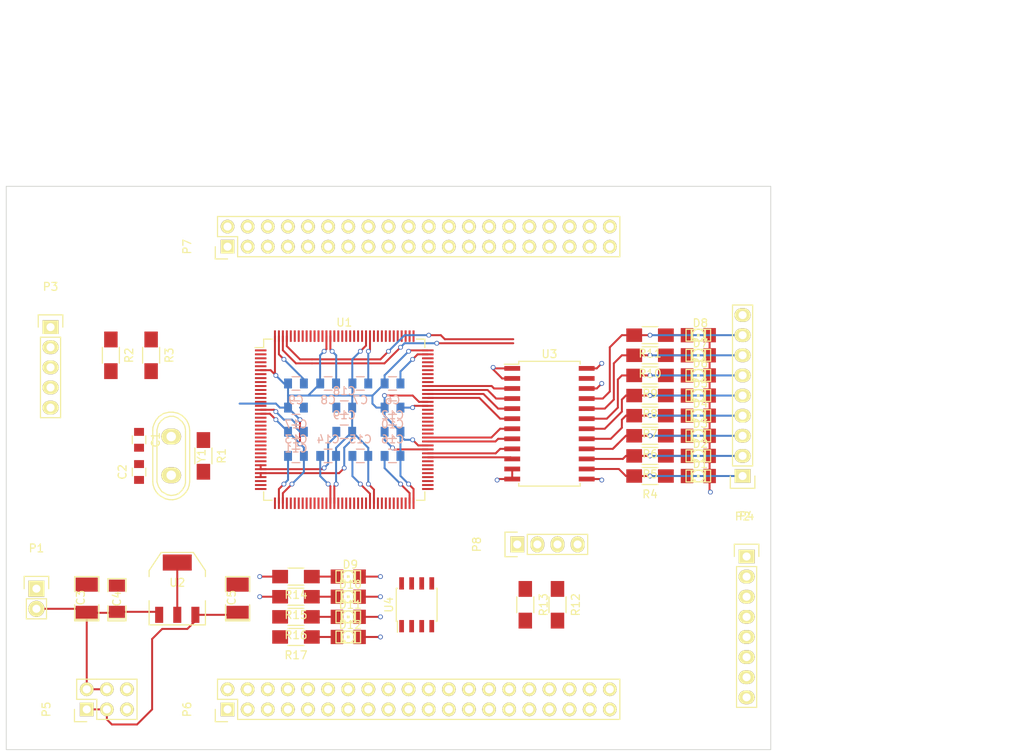
<source format=kicad_pcb>
(kicad_pcb (version 4) (host pcbnew "(after 2015-mar-04 BZR unknown)-product")

  (general
    (links 237)
    (no_connects 143)
    (area 109.169999 53.289999 205.790001 124.510001)
    (thickness 1.6)
    (drawings 6)
    (tracks 378)
    (zones 0)
    (modules 61)
    (nets 156)
  )

  (page A4)
  (layers
    (0 F.Cu signal)
    (31 B.Cu signal)
    (32 B.Adhes user)
    (33 F.Adhes user)
    (34 B.Paste user)
    (35 F.Paste user)
    (36 B.SilkS user)
    (37 F.SilkS user)
    (38 B.Mask user)
    (39 F.Mask user)
    (40 Dwgs.User user)
    (41 Cmts.User user)
    (42 Eco1.User user)
    (43 Eco2.User user)
    (44 Edge.Cuts user)
    (45 Margin user)
    (46 B.CrtYd user)
    (47 F.CrtYd user)
    (48 B.Fab user)
    (49 F.Fab user)
  )

  (setup
    (last_trace_width 0.25)
    (trace_clearance 0.2)
    (zone_clearance 0.508)
    (zone_45_only no)
    (trace_min 0.2)
    (segment_width 0.2)
    (edge_width 0.1)
    (via_size 0.6)
    (via_drill 0.4)
    (via_min_size 0.4)
    (via_min_drill 0.3)
    (uvia_size 0.3)
    (uvia_drill 0.1)
    (uvias_allowed no)
    (uvia_min_size 0.2)
    (uvia_min_drill 0.1)
    (pcb_text_width 0.3)
    (pcb_text_size 1.5 1.5)
    (mod_edge_width 0.15)
    (mod_text_size 1 1)
    (mod_text_width 0.15)
    (pad_size 1.5 1.5)
    (pad_drill 0.6)
    (pad_to_mask_clearance 0)
    (aux_axis_origin 0 0)
    (visible_elements 7FFFF7FF)
    (pcbplotparams
      (layerselection 0x00030_80000001)
      (usegerberextensions false)
      (excludeedgelayer true)
      (linewidth 0.100000)
      (plotframeref false)
      (viasonmask false)
      (mode 1)
      (useauxorigin false)
      (hpglpennumber 1)
      (hpglpenspeed 20)
      (hpglpendiameter 15)
      (hpglpenoverlay 2)
      (psnegative false)
      (psa4output false)
      (plotreference true)
      (plotvalue true)
      (plotinvisibletext false)
      (padsonsilk false)
      (subtractmaskfromsilk false)
      (outputformat 1)
      (mirror false)
      (drillshape 1)
      (scaleselection 1)
      (outputdirectory ""))
  )

  (net 0 "")
  (net 1 "Net-(C1-Pad1)")
  (net 2 GND)
  (net 3 "Net-(C2-Pad1)")
  (net 4 +5V)
  (net 5 +3V3)
  (net 6 "Net-(D1-Pad1)")
  (net 7 "Net-(D2-Pad1)")
  (net 8 "Net-(D3-Pad1)")
  (net 9 "Net-(D4-Pad1)")
  (net 10 "Net-(D5-Pad1)")
  (net 11 "Net-(D6-Pad1)")
  (net 12 "Net-(D7-Pad1)")
  (net 13 "Net-(D8-Pad1)")
  (net 14 "Net-(D9-Pad1)")
  (net 15 "Net-(D10-Pad1)")
  (net 16 "Net-(D11-Pad1)")
  (net 17 "Net-(D12-Pad1)")
  (net 18 "Net-(P2-Pad2)")
  (net 19 "Net-(P2-Pad3)")
  (net 20 "Net-(P2-Pad4)")
  (net 21 "Net-(P2-Pad5)")
  (net 22 "Net-(P2-Pad6)")
  (net 23 "Net-(P2-Pad7)")
  (net 24 "Net-(P2-Pad8)")
  (net 25 "USART 1 TX")
  (net 26 "USART 1 RX")
  (net 27 "I2C 1 SMBA")
  (net 28 "I2C 1 SCL")
  (net 29 "TIM 16")
  (net 30 "TIM 17")
  (net 31 "I2C 2 SCL")
  (net 32 "I2C 2 SDA")
  (net 33 "Net-(P4-Pad5)")
  (net 34 "Net-(P4-Pad6)")
  (net 35 "Net-(P4-Pad7)")
  (net 36 GPIO_12)
  (net 37 GPIO_10)
  (net 38 GPIO_13)
  (net 39 GPIO_11)
  (net 40 GPIO_14)
  (net 41 GPIO_15)
  (net 42 "USART 2 TX")
  (net 43 "SPI 1 NSS")
  (net 44 "USART 2 RX")
  (net 45 "SPI 1 SCK")
  (net 46 "USART 2 CK")
  (net 47 "SPI 1 MISO")
  (net 48 "USART 3 TX")
  (net 49 "SPI 1 MOSI")
  (net 50 "USART 3 RX")
  (net 51 "UART 4 TX")
  (net 52 "USART 3 CK")
  (net 53 "UART 4 RX")
  (net 54 "USART 3 CTS")
  (net 55 "UART 5 TX")
  (net 56 GPIO_0)
  (net 57 "UART 5 RX")
  (net 58 GPIO_1)
  (net 59 "TIM 13")
  (net 60 GPIO_2)
  (net 61 "TIM 14")
  (net 62 GPIO_3)
  (net 63 "TIM 12 CH 1")
  (net 64 GPIO_4)
  (net 65 "TIM 12 CH 2")
  (net 66 GPIO_5)
  (net 67 "TIM 15 CH 1")
  (net 68 GPIO_6)
  (net 69 "TIM 15 CH 2")
  (net 70 GPIO_21)
  (net 71 "Net-(P7-Pad4)")
  (net 72 GPIO_22)
  (net 73 "Net-(P7-Pad6)")
  (net 74 GPIO_23)
  (net 75 "Net-(P7-Pad8)")
  (net 76 GPIO_24)
  (net 77 GPIO_16)
  (net 78 GPIO_25)
  (net 79 GPIO_17)
  (net 80 GPIO_26)
  (net 81 GPIO_18)
  (net 82 GPIO_27)
  (net 83 GPIO_19)
  (net 84 GPIO_28)
  (net 85 GPIO_20)
  (net 86 GPIO_29)
  (net 87 "TIM 3 CH 1")
  (net 88 GPIO_30)
  (net 89 "TIM 3 CH 2")
  (net 90 GPIO_31)
  (net 91 "TIM 3 CH 3")
  (net 92 GPIO_7)
  (net 93 "TIM 3 CH 4")
  (net 94 GPIO_8)
  (net 95 "TIM 4 CH 1")
  (net 96 GPIO_9)
  (net 97 "TIM 4 CH 2")
  (net 98 "ADC 10")
  (net 99 "TIM 4 CH 3")
  (net 100 "ADC 11")
  (net 101 "TIM 4 CH 4")
  (net 102 "ADC 12")
  (net 103 "ADC 13")
  (net 104 JTCK-SWCLK)
  (net 105 JTMS-SWDIO)
  (net 106 "Net-(R1-Pad1)")
  (net 107 INT_GPIO_0)
  (net 108 INT_GPIO_1)
  (net 109 INT_GPIO_2)
  (net 110 INT_GPIO_3)
  (net 111 INT_GPIO_4)
  (net 112 INT_GPIO_5)
  (net 113 INT_GPIO_6)
  (net 114 "Net-(U1-Pad7)")
  (net 115 "Net-(U1-Pad8)")
  (net 116 "Net-(U1-Pad9)")
  (net 117 "Net-(U1-Pad25)")
  (net 118 "TIM 2 CH 1")
  (net 119 "TIM 2 CH 2")
  (net 120 "TIM 2 CH 3")
  (net 121 "TIM 2 CH 4")
  (net 122 "ADC 14")
  (net 123 "ADC 15")
  (net 124 "Net-(U1-Pad48)")
  (net 125 "TIM 1 ETR")
  (net 126 "TIM 1 CH1N")
  (net 127 "TIM 1 CH 1")
  (net 128 "TIM 1 CH 2N")
  (net 129 "TIM 1 CH 2")
  (net 130 "TIM 1 CH 3N")
  (net 131 "TIM 1 CH 3")
  (net 132 "TIM 1 CH 4N")
  (net 133 "TIM 1 CH 4")
  (net 134 "USART 1 CK")
  (net 135 "USART 1 CTS")
  (net 136 "USART 1 RTS")
  (net 137 "Net-(U1-Pad106)")
  (net 138 "Net-(U1-Pad110)")
  (net 139 "Net-(U1-Pad114)")
  (net 140 "Net-(U1-Pad115)")
  (net 141 "Net-(U1-Pad117)")
  (net 142 "Net-(U1-Pad118)")
  (net 143 "Net-(U1-Pad133)")
  (net 144 "Net-(U1-Pad134)")
  (net 145 "I2C 1 SDA")
  (net 146 "Net-(U1-Pad138)")
  (net 147 "Net-(U3-Pad23)")
  (net 148 "Net-(U4-Pad1)")
  (net 149 "Net-(U4-Pad2)")
  (net 150 "Net-(U4-Pad3)")
  (net 151 "Net-(P2-Pad1)")
  (net 152 "Net-(P7-Pad20)")
  (net 153 "Net-(P7-Pad22)")
  (net 154 "Net-(P7-Pad24)")
  (net 155 "Net-(P7-Pad26)")

  (net_class Default "This is the default net class."
    (clearance 0.2)
    (trace_width 0.25)
    (via_dia 0.6)
    (via_drill 0.4)
    (uvia_dia 0.3)
    (uvia_drill 0.1)
    (add_net +3V3)
    (add_net +5V)
    (add_net "ADC 10")
    (add_net "ADC 11")
    (add_net "ADC 12")
    (add_net "ADC 13")
    (add_net "ADC 14")
    (add_net "ADC 15")
    (add_net GND)
    (add_net GPIO_0)
    (add_net GPIO_1)
    (add_net GPIO_10)
    (add_net GPIO_11)
    (add_net GPIO_12)
    (add_net GPIO_13)
    (add_net GPIO_14)
    (add_net GPIO_15)
    (add_net GPIO_16)
    (add_net GPIO_17)
    (add_net GPIO_18)
    (add_net GPIO_19)
    (add_net GPIO_2)
    (add_net GPIO_20)
    (add_net GPIO_21)
    (add_net GPIO_22)
    (add_net GPIO_23)
    (add_net GPIO_24)
    (add_net GPIO_25)
    (add_net GPIO_26)
    (add_net GPIO_27)
    (add_net GPIO_28)
    (add_net GPIO_29)
    (add_net GPIO_3)
    (add_net GPIO_30)
    (add_net GPIO_31)
    (add_net GPIO_4)
    (add_net GPIO_5)
    (add_net GPIO_6)
    (add_net GPIO_7)
    (add_net GPIO_8)
    (add_net GPIO_9)
    (add_net "I2C 1 SCL")
    (add_net "I2C 1 SDA")
    (add_net "I2C 1 SMBA")
    (add_net "I2C 2 SCL")
    (add_net "I2C 2 SDA")
    (add_net INT_GPIO_0)
    (add_net INT_GPIO_1)
    (add_net INT_GPIO_2)
    (add_net INT_GPIO_3)
    (add_net INT_GPIO_4)
    (add_net INT_GPIO_5)
    (add_net INT_GPIO_6)
    (add_net JTCK-SWCLK)
    (add_net JTMS-SWDIO)
    (add_net "Net-(C1-Pad1)")
    (add_net "Net-(C2-Pad1)")
    (add_net "Net-(D1-Pad1)")
    (add_net "Net-(D10-Pad1)")
    (add_net "Net-(D11-Pad1)")
    (add_net "Net-(D12-Pad1)")
    (add_net "Net-(D2-Pad1)")
    (add_net "Net-(D3-Pad1)")
    (add_net "Net-(D4-Pad1)")
    (add_net "Net-(D5-Pad1)")
    (add_net "Net-(D6-Pad1)")
    (add_net "Net-(D7-Pad1)")
    (add_net "Net-(D8-Pad1)")
    (add_net "Net-(D9-Pad1)")
    (add_net "Net-(P2-Pad1)")
    (add_net "Net-(P2-Pad2)")
    (add_net "Net-(P2-Pad3)")
    (add_net "Net-(P2-Pad4)")
    (add_net "Net-(P2-Pad5)")
    (add_net "Net-(P2-Pad6)")
    (add_net "Net-(P2-Pad7)")
    (add_net "Net-(P2-Pad8)")
    (add_net "Net-(P4-Pad5)")
    (add_net "Net-(P4-Pad6)")
    (add_net "Net-(P4-Pad7)")
    (add_net "Net-(P7-Pad20)")
    (add_net "Net-(P7-Pad22)")
    (add_net "Net-(P7-Pad24)")
    (add_net "Net-(P7-Pad26)")
    (add_net "Net-(P7-Pad4)")
    (add_net "Net-(P7-Pad6)")
    (add_net "Net-(P7-Pad8)")
    (add_net "Net-(R1-Pad1)")
    (add_net "Net-(U1-Pad106)")
    (add_net "Net-(U1-Pad110)")
    (add_net "Net-(U1-Pad114)")
    (add_net "Net-(U1-Pad115)")
    (add_net "Net-(U1-Pad117)")
    (add_net "Net-(U1-Pad118)")
    (add_net "Net-(U1-Pad133)")
    (add_net "Net-(U1-Pad134)")
    (add_net "Net-(U1-Pad138)")
    (add_net "Net-(U1-Pad25)")
    (add_net "Net-(U1-Pad48)")
    (add_net "Net-(U1-Pad7)")
    (add_net "Net-(U1-Pad8)")
    (add_net "Net-(U1-Pad9)")
    (add_net "Net-(U3-Pad23)")
    (add_net "Net-(U4-Pad1)")
    (add_net "Net-(U4-Pad2)")
    (add_net "Net-(U4-Pad3)")
    (add_net "SPI 1 MISO")
    (add_net "SPI 1 MOSI")
    (add_net "SPI 1 NSS")
    (add_net "SPI 1 SCK")
    (add_net "TIM 1 CH 1")
    (add_net "TIM 1 CH 2")
    (add_net "TIM 1 CH 2N")
    (add_net "TIM 1 CH 3")
    (add_net "TIM 1 CH 3N")
    (add_net "TIM 1 CH 4")
    (add_net "TIM 1 CH 4N")
    (add_net "TIM 1 CH1N")
    (add_net "TIM 1 ETR")
    (add_net "TIM 12 CH 1")
    (add_net "TIM 12 CH 2")
    (add_net "TIM 13")
    (add_net "TIM 14")
    (add_net "TIM 15 CH 1")
    (add_net "TIM 15 CH 2")
    (add_net "TIM 16")
    (add_net "TIM 17")
    (add_net "TIM 2 CH 1")
    (add_net "TIM 2 CH 2")
    (add_net "TIM 2 CH 3")
    (add_net "TIM 2 CH 4")
    (add_net "TIM 3 CH 1")
    (add_net "TIM 3 CH 2")
    (add_net "TIM 3 CH 3")
    (add_net "TIM 3 CH 4")
    (add_net "TIM 4 CH 1")
    (add_net "TIM 4 CH 2")
    (add_net "TIM 4 CH 3")
    (add_net "TIM 4 CH 4")
    (add_net "UART 4 RX")
    (add_net "UART 4 TX")
    (add_net "UART 5 RX")
    (add_net "UART 5 TX")
    (add_net "USART 1 CK")
    (add_net "USART 1 CTS")
    (add_net "USART 1 RTS")
    (add_net "USART 1 RX")
    (add_net "USART 1 TX")
    (add_net "USART 2 CK")
    (add_net "USART 2 RX")
    (add_net "USART 2 TX")
    (add_net "USART 3 CK")
    (add_net "USART 3 CTS")
    (add_net "USART 3 RX")
    (add_net "USART 3 TX")
  )

  (module SMD_Packages:SMD-1210_Pol (layer F.Cu) (tedit 0) (tstamp 555CE281)
    (at 119.38 105.41 90)
    (tags "CMS SM")
    (path /55574108)
    (attr smd)
    (fp_text reference C3 (at 0.127 -0.762 90) (layer F.SilkS)
      (effects (font (size 1 1) (thickness 0.15)))
    )
    (fp_text value 10µF (at 0 0.762 90) (layer F.Fab)
      (effects (font (size 1 1) (thickness 0.15)))
    )
    (fp_line (start -2.794 -1.524) (end -2.794 1.524) (layer F.SilkS) (width 0.15))
    (fp_line (start 0.889 1.524) (end 2.794 1.524) (layer F.SilkS) (width 0.15))
    (fp_line (start 2.794 1.524) (end 2.794 -1.524) (layer F.SilkS) (width 0.15))
    (fp_line (start 2.794 -1.524) (end 0.889 -1.524) (layer F.SilkS) (width 0.15))
    (fp_line (start -0.762 -1.524) (end -2.794 -1.524) (layer F.SilkS) (width 0.15))
    (fp_line (start -2.594 -1.524) (end -2.594 1.524) (layer F.SilkS) (width 0.15))
    (fp_line (start -2.794 1.524) (end -0.762 1.524) (layer F.SilkS) (width 0.15))
    (pad 1 smd rect (at -1.778 0 90) (size 1.778 2.794) (layers F.Cu F.Paste F.Mask)
      (net 4 +5V))
    (pad 2 smd rect (at 1.778 0 90) (size 1.778 2.794) (layers F.Cu F.Paste F.Mask)
      (net 2 GND))
    (model SMD_Packages.3dshapes/SMD-1210_Pol.wrl
      (at (xyz 0 0 0))
      (scale (xyz 0.2 0.2 0.2))
      (rotate (xyz 0 0 0))
    )
  )

  (module SMD_Packages:SMD-1206_Pol (layer F.Cu) (tedit 0) (tstamp 555CE290)
    (at 123.19 105.41 90)
    (path /55576B31)
    (attr smd)
    (fp_text reference C4 (at 0 0 90) (layer F.SilkS)
      (effects (font (size 1 1) (thickness 0.15)))
    )
    (fp_text value 100nF (at 0 0 90) (layer F.Fab)
      (effects (font (size 1 1) (thickness 0.15)))
    )
    (fp_line (start -2.54 -1.143) (end -2.794 -1.143) (layer F.SilkS) (width 0.15))
    (fp_line (start -2.794 -1.143) (end -2.794 1.143) (layer F.SilkS) (width 0.15))
    (fp_line (start -2.794 1.143) (end -2.54 1.143) (layer F.SilkS) (width 0.15))
    (fp_line (start -2.54 -1.143) (end -2.54 1.143) (layer F.SilkS) (width 0.15))
    (fp_line (start -2.54 1.143) (end -0.889 1.143) (layer F.SilkS) (width 0.15))
    (fp_line (start 0.889 -1.143) (end 2.54 -1.143) (layer F.SilkS) (width 0.15))
    (fp_line (start 2.54 -1.143) (end 2.54 1.143) (layer F.SilkS) (width 0.15))
    (fp_line (start 2.54 1.143) (end 0.889 1.143) (layer F.SilkS) (width 0.15))
    (fp_line (start -0.889 -1.143) (end -2.54 -1.143) (layer F.SilkS) (width 0.15))
    (pad 1 smd rect (at -1.651 0 90) (size 1.524 2.032) (layers F.Cu F.Paste F.Mask)
      (net 4 +5V))
    (pad 2 smd rect (at 1.651 0 90) (size 1.524 2.032) (layers F.Cu F.Paste F.Mask)
      (net 2 GND))
    (model SMD_Packages.3dshapes/SMD-1206_Pol.wrl
      (at (xyz 0 0 0))
      (scale (xyz 0.17 0.16 0.16))
      (rotate (xyz 0 0 0))
    )
  )

  (module SMD_Packages:SMD-1210_Pol (layer F.Cu) (tedit 0) (tstamp 555CE29D)
    (at 138.43 105.41 90)
    (tags "CMS SM")
    (path /555754FB)
    (attr smd)
    (fp_text reference C5 (at 0.127 -0.762 90) (layer F.SilkS)
      (effects (font (size 1 1) (thickness 0.15)))
    )
    (fp_text value 10µF (at 0 0.762 90) (layer F.Fab)
      (effects (font (size 1 1) (thickness 0.15)))
    )
    (fp_line (start -2.794 -1.524) (end -2.794 1.524) (layer F.SilkS) (width 0.15))
    (fp_line (start 0.889 1.524) (end 2.794 1.524) (layer F.SilkS) (width 0.15))
    (fp_line (start 2.794 1.524) (end 2.794 -1.524) (layer F.SilkS) (width 0.15))
    (fp_line (start 2.794 -1.524) (end 0.889 -1.524) (layer F.SilkS) (width 0.15))
    (fp_line (start -0.762 -1.524) (end -2.794 -1.524) (layer F.SilkS) (width 0.15))
    (fp_line (start -2.594 -1.524) (end -2.594 1.524) (layer F.SilkS) (width 0.15))
    (fp_line (start -2.794 1.524) (end -0.762 1.524) (layer F.SilkS) (width 0.15))
    (pad 1 smd rect (at -1.778 0 90) (size 1.778 2.794) (layers F.Cu F.Paste F.Mask)
      (net 5 +3V3))
    (pad 2 smd rect (at 1.778 0 90) (size 1.778 2.794) (layers F.Cu F.Paste F.Mask)
      (net 2 GND))
    (model SMD_Packages.3dshapes/SMD-1210_Pol.wrl
      (at (xyz 0 0 0))
      (scale (xyz 0.2 0.2 0.2))
      (rotate (xyz 0 0 0))
    )
  )

  (module LEDs:LED-1206 (layer F.Cu) (tedit 5538B1FB) (tstamp 555CE379)
    (at 196.596 89.916)
    (descr "LED 1206 smd package")
    (tags "LED1206 SMD")
    (path /5557FE00)
    (attr smd)
    (fp_text reference D1 (at 0.254 -1.524) (layer F.SilkS)
      (effects (font (size 1 1) (thickness 0.15)))
    )
    (fp_text value IND_1 (at 0 1.65) (layer F.Fab)
      (effects (font (size 1 1) (thickness 0.15)))
    )
    (fp_line (start 0.09906 0.09906) (end -0.09906 0.09906) (layer F.SilkS) (width 0.15))
    (fp_line (start -0.09906 0.09906) (end -0.09906 -0.09906) (layer F.SilkS) (width 0.15))
    (fp_line (start 0.09906 -0.09906) (end -0.09906 -0.09906) (layer F.SilkS) (width 0.15))
    (fp_line (start 0.09906 0.09906) (end 0.09906 -0.09906) (layer F.SilkS) (width 0.15))
    (fp_line (start -0.44958 0.6985) (end -0.79756 0.6985) (layer F.SilkS) (width 0.15))
    (fp_line (start -0.79756 0.6985) (end -0.79756 0.44958) (layer F.SilkS) (width 0.15))
    (fp_line (start -0.44958 0.44958) (end -0.79756 0.44958) (layer F.SilkS) (width 0.15))
    (fp_line (start -0.44958 0.6985) (end -0.44958 0.44958) (layer F.SilkS) (width 0.15))
    (fp_line (start -0.79756 0.6985) (end -0.89916 0.6985) (layer F.SilkS) (width 0.15))
    (fp_line (start -0.89916 0.6985) (end -0.89916 -0.49784) (layer F.SilkS) (width 0.15))
    (fp_line (start -0.79756 -0.49784) (end -0.89916 -0.49784) (layer F.SilkS) (width 0.15))
    (fp_line (start -0.79756 0.6985) (end -0.79756 -0.49784) (layer F.SilkS) (width 0.15))
    (fp_line (start -0.79756 -0.54864) (end -0.89916 -0.54864) (layer F.SilkS) (width 0.15))
    (fp_line (start -0.89916 -0.54864) (end -0.89916 -0.6985) (layer F.SilkS) (width 0.15))
    (fp_line (start -0.79756 -0.6985) (end -0.89916 -0.6985) (layer F.SilkS) (width 0.15))
    (fp_line (start -0.79756 -0.54864) (end -0.79756 -0.6985) (layer F.SilkS) (width 0.15))
    (fp_line (start 0.89916 0.6985) (end 0.79756 0.6985) (layer F.SilkS) (width 0.15))
    (fp_line (start 0.79756 0.6985) (end 0.79756 -0.49784) (layer F.SilkS) (width 0.15))
    (fp_line (start 0.89916 -0.49784) (end 0.79756 -0.49784) (layer F.SilkS) (width 0.15))
    (fp_line (start 0.89916 0.6985) (end 0.89916 -0.49784) (layer F.SilkS) (width 0.15))
    (fp_line (start 0.89916 -0.54864) (end 0.79756 -0.54864) (layer F.SilkS) (width 0.15))
    (fp_line (start 0.79756 -0.54864) (end 0.79756 -0.6985) (layer F.SilkS) (width 0.15))
    (fp_line (start 0.89916 -0.6985) (end 0.79756 -0.6985) (layer F.SilkS) (width 0.15))
    (fp_line (start 0.89916 -0.54864) (end 0.89916 -0.6985) (layer F.SilkS) (width 0.15))
    (fp_line (start -0.44958 0.6985) (end -0.59944 0.6985) (layer F.SilkS) (width 0.15))
    (fp_line (start -0.59944 0.6985) (end -0.59944 0.44958) (layer F.SilkS) (width 0.15))
    (fp_line (start -0.44958 0.44958) (end -0.59944 0.44958) (layer F.SilkS) (width 0.15))
    (fp_line (start -0.44958 0.6985) (end -0.44958 0.44958) (layer F.SilkS) (width 0.15))
    (fp_line (start -1.5494 0.7493) (end 1.5494 0.7493) (layer F.SilkS) (width 0.15))
    (fp_line (start 1.5494 0.7493) (end 1.5494 -0.7493) (layer F.SilkS) (width 0.15))
    (fp_line (start 1.5494 -0.7493) (end -1.5494 -0.7493) (layer F.SilkS) (width 0.15))
    (fp_line (start -1.5494 -0.7493) (end -1.5494 0.7493) (layer F.SilkS) (width 0.15))
    (fp_arc (start 0 0) (end -0.54864 0.49784) (angle -95.4) (layer F.SilkS) (width 0.15))
    (fp_arc (start 0 0) (end 0.54864 0.49784) (angle -84.5) (layer F.SilkS) (width 0.15))
    (fp_arc (start 0 0) (end 0.54864 -0.49784) (angle -95.4) (layer F.SilkS) (width 0.15))
    (fp_arc (start 0 0) (end -0.54864 -0.49784) (angle -84.5) (layer F.SilkS) (width 0.15))
    (pad 2 smd rect (at 1.41986 0 180) (size 1.59766 1.80086) (layers F.Cu F.Paste F.Mask)
      (net 2 GND))
    (pad 1 smd rect (at -1.41986 0 180) (size 1.59766 1.80086) (layers F.Cu F.Paste F.Mask)
      (net 6 "Net-(D1-Pad1)"))
  )

  (module LEDs:LED-1206 (layer F.Cu) (tedit 5538B1FB) (tstamp 555CE3A3)
    (at 196.596 87.376)
    (descr "LED 1206 smd package")
    (tags "LED1206 SMD")
    (path /55580161)
    (attr smd)
    (fp_text reference D2 (at 0.254 -1.524) (layer F.SilkS)
      (effects (font (size 1 1) (thickness 0.15)))
    )
    (fp_text value IND_1 (at 0 1.65) (layer F.Fab)
      (effects (font (size 1 1) (thickness 0.15)))
    )
    (fp_line (start 0.09906 0.09906) (end -0.09906 0.09906) (layer F.SilkS) (width 0.15))
    (fp_line (start -0.09906 0.09906) (end -0.09906 -0.09906) (layer F.SilkS) (width 0.15))
    (fp_line (start 0.09906 -0.09906) (end -0.09906 -0.09906) (layer F.SilkS) (width 0.15))
    (fp_line (start 0.09906 0.09906) (end 0.09906 -0.09906) (layer F.SilkS) (width 0.15))
    (fp_line (start -0.44958 0.6985) (end -0.79756 0.6985) (layer F.SilkS) (width 0.15))
    (fp_line (start -0.79756 0.6985) (end -0.79756 0.44958) (layer F.SilkS) (width 0.15))
    (fp_line (start -0.44958 0.44958) (end -0.79756 0.44958) (layer F.SilkS) (width 0.15))
    (fp_line (start -0.44958 0.6985) (end -0.44958 0.44958) (layer F.SilkS) (width 0.15))
    (fp_line (start -0.79756 0.6985) (end -0.89916 0.6985) (layer F.SilkS) (width 0.15))
    (fp_line (start -0.89916 0.6985) (end -0.89916 -0.49784) (layer F.SilkS) (width 0.15))
    (fp_line (start -0.79756 -0.49784) (end -0.89916 -0.49784) (layer F.SilkS) (width 0.15))
    (fp_line (start -0.79756 0.6985) (end -0.79756 -0.49784) (layer F.SilkS) (width 0.15))
    (fp_line (start -0.79756 -0.54864) (end -0.89916 -0.54864) (layer F.SilkS) (width 0.15))
    (fp_line (start -0.89916 -0.54864) (end -0.89916 -0.6985) (layer F.SilkS) (width 0.15))
    (fp_line (start -0.79756 -0.6985) (end -0.89916 -0.6985) (layer F.SilkS) (width 0.15))
    (fp_line (start -0.79756 -0.54864) (end -0.79756 -0.6985) (layer F.SilkS) (width 0.15))
    (fp_line (start 0.89916 0.6985) (end 0.79756 0.6985) (layer F.SilkS) (width 0.15))
    (fp_line (start 0.79756 0.6985) (end 0.79756 -0.49784) (layer F.SilkS) (width 0.15))
    (fp_line (start 0.89916 -0.49784) (end 0.79756 -0.49784) (layer F.SilkS) (width 0.15))
    (fp_line (start 0.89916 0.6985) (end 0.89916 -0.49784) (layer F.SilkS) (width 0.15))
    (fp_line (start 0.89916 -0.54864) (end 0.79756 -0.54864) (layer F.SilkS) (width 0.15))
    (fp_line (start 0.79756 -0.54864) (end 0.79756 -0.6985) (layer F.SilkS) (width 0.15))
    (fp_line (start 0.89916 -0.6985) (end 0.79756 -0.6985) (layer F.SilkS) (width 0.15))
    (fp_line (start 0.89916 -0.54864) (end 0.89916 -0.6985) (layer F.SilkS) (width 0.15))
    (fp_line (start -0.44958 0.6985) (end -0.59944 0.6985) (layer F.SilkS) (width 0.15))
    (fp_line (start -0.59944 0.6985) (end -0.59944 0.44958) (layer F.SilkS) (width 0.15))
    (fp_line (start -0.44958 0.44958) (end -0.59944 0.44958) (layer F.SilkS) (width 0.15))
    (fp_line (start -0.44958 0.6985) (end -0.44958 0.44958) (layer F.SilkS) (width 0.15))
    (fp_line (start -1.5494 0.7493) (end 1.5494 0.7493) (layer F.SilkS) (width 0.15))
    (fp_line (start 1.5494 0.7493) (end 1.5494 -0.7493) (layer F.SilkS) (width 0.15))
    (fp_line (start 1.5494 -0.7493) (end -1.5494 -0.7493) (layer F.SilkS) (width 0.15))
    (fp_line (start -1.5494 -0.7493) (end -1.5494 0.7493) (layer F.SilkS) (width 0.15))
    (fp_arc (start 0 0) (end -0.54864 0.49784) (angle -95.4) (layer F.SilkS) (width 0.15))
    (fp_arc (start 0 0) (end 0.54864 0.49784) (angle -84.5) (layer F.SilkS) (width 0.15))
    (fp_arc (start 0 0) (end 0.54864 -0.49784) (angle -95.4) (layer F.SilkS) (width 0.15))
    (fp_arc (start 0 0) (end -0.54864 -0.49784) (angle -84.5) (layer F.SilkS) (width 0.15))
    (pad 2 smd rect (at 1.41986 0 180) (size 1.59766 1.80086) (layers F.Cu F.Paste F.Mask)
      (net 2 GND))
    (pad 1 smd rect (at -1.41986 0 180) (size 1.59766 1.80086) (layers F.Cu F.Paste F.Mask)
      (net 7 "Net-(D2-Pad1)"))
  )

  (module LEDs:LED-1206 (layer F.Cu) (tedit 5538B1FB) (tstamp 555CE3CD)
    (at 196.596 84.836)
    (descr "LED 1206 smd package")
    (tags "LED1206 SMD")
    (path /5558038F)
    (attr smd)
    (fp_text reference D3 (at 0.254 -1.524) (layer F.SilkS)
      (effects (font (size 1 1) (thickness 0.15)))
    )
    (fp_text value IND_1 (at 0 1.65) (layer F.Fab)
      (effects (font (size 1 1) (thickness 0.15)))
    )
    (fp_line (start 0.09906 0.09906) (end -0.09906 0.09906) (layer F.SilkS) (width 0.15))
    (fp_line (start -0.09906 0.09906) (end -0.09906 -0.09906) (layer F.SilkS) (width 0.15))
    (fp_line (start 0.09906 -0.09906) (end -0.09906 -0.09906) (layer F.SilkS) (width 0.15))
    (fp_line (start 0.09906 0.09906) (end 0.09906 -0.09906) (layer F.SilkS) (width 0.15))
    (fp_line (start -0.44958 0.6985) (end -0.79756 0.6985) (layer F.SilkS) (width 0.15))
    (fp_line (start -0.79756 0.6985) (end -0.79756 0.44958) (layer F.SilkS) (width 0.15))
    (fp_line (start -0.44958 0.44958) (end -0.79756 0.44958) (layer F.SilkS) (width 0.15))
    (fp_line (start -0.44958 0.6985) (end -0.44958 0.44958) (layer F.SilkS) (width 0.15))
    (fp_line (start -0.79756 0.6985) (end -0.89916 0.6985) (layer F.SilkS) (width 0.15))
    (fp_line (start -0.89916 0.6985) (end -0.89916 -0.49784) (layer F.SilkS) (width 0.15))
    (fp_line (start -0.79756 -0.49784) (end -0.89916 -0.49784) (layer F.SilkS) (width 0.15))
    (fp_line (start -0.79756 0.6985) (end -0.79756 -0.49784) (layer F.SilkS) (width 0.15))
    (fp_line (start -0.79756 -0.54864) (end -0.89916 -0.54864) (layer F.SilkS) (width 0.15))
    (fp_line (start -0.89916 -0.54864) (end -0.89916 -0.6985) (layer F.SilkS) (width 0.15))
    (fp_line (start -0.79756 -0.6985) (end -0.89916 -0.6985) (layer F.SilkS) (width 0.15))
    (fp_line (start -0.79756 -0.54864) (end -0.79756 -0.6985) (layer F.SilkS) (width 0.15))
    (fp_line (start 0.89916 0.6985) (end 0.79756 0.6985) (layer F.SilkS) (width 0.15))
    (fp_line (start 0.79756 0.6985) (end 0.79756 -0.49784) (layer F.SilkS) (width 0.15))
    (fp_line (start 0.89916 -0.49784) (end 0.79756 -0.49784) (layer F.SilkS) (width 0.15))
    (fp_line (start 0.89916 0.6985) (end 0.89916 -0.49784) (layer F.SilkS) (width 0.15))
    (fp_line (start 0.89916 -0.54864) (end 0.79756 -0.54864) (layer F.SilkS) (width 0.15))
    (fp_line (start 0.79756 -0.54864) (end 0.79756 -0.6985) (layer F.SilkS) (width 0.15))
    (fp_line (start 0.89916 -0.6985) (end 0.79756 -0.6985) (layer F.SilkS) (width 0.15))
    (fp_line (start 0.89916 -0.54864) (end 0.89916 -0.6985) (layer F.SilkS) (width 0.15))
    (fp_line (start -0.44958 0.6985) (end -0.59944 0.6985) (layer F.SilkS) (width 0.15))
    (fp_line (start -0.59944 0.6985) (end -0.59944 0.44958) (layer F.SilkS) (width 0.15))
    (fp_line (start -0.44958 0.44958) (end -0.59944 0.44958) (layer F.SilkS) (width 0.15))
    (fp_line (start -0.44958 0.6985) (end -0.44958 0.44958) (layer F.SilkS) (width 0.15))
    (fp_line (start -1.5494 0.7493) (end 1.5494 0.7493) (layer F.SilkS) (width 0.15))
    (fp_line (start 1.5494 0.7493) (end 1.5494 -0.7493) (layer F.SilkS) (width 0.15))
    (fp_line (start 1.5494 -0.7493) (end -1.5494 -0.7493) (layer F.SilkS) (width 0.15))
    (fp_line (start -1.5494 -0.7493) (end -1.5494 0.7493) (layer F.SilkS) (width 0.15))
    (fp_arc (start 0 0) (end -0.54864 0.49784) (angle -95.4) (layer F.SilkS) (width 0.15))
    (fp_arc (start 0 0) (end 0.54864 0.49784) (angle -84.5) (layer F.SilkS) (width 0.15))
    (fp_arc (start 0 0) (end 0.54864 -0.49784) (angle -95.4) (layer F.SilkS) (width 0.15))
    (fp_arc (start 0 0) (end -0.54864 -0.49784) (angle -84.5) (layer F.SilkS) (width 0.15))
    (pad 2 smd rect (at 1.41986 0 180) (size 1.59766 1.80086) (layers F.Cu F.Paste F.Mask)
      (net 2 GND))
    (pad 1 smd rect (at -1.41986 0 180) (size 1.59766 1.80086) (layers F.Cu F.Paste F.Mask)
      (net 8 "Net-(D3-Pad1)"))
  )

  (module LEDs:LED-1206 (layer F.Cu) (tedit 5538B1FB) (tstamp 555CE3F7)
    (at 196.596 82.296)
    (descr "LED 1206 smd package")
    (tags "LED1206 SMD")
    (path /55580400)
    (attr smd)
    (fp_text reference D4 (at 0.254 -1.524) (layer F.SilkS)
      (effects (font (size 1 1) (thickness 0.15)))
    )
    (fp_text value IND_1 (at 0 1.65) (layer F.Fab)
      (effects (font (size 1 1) (thickness 0.15)))
    )
    (fp_line (start 0.09906 0.09906) (end -0.09906 0.09906) (layer F.SilkS) (width 0.15))
    (fp_line (start -0.09906 0.09906) (end -0.09906 -0.09906) (layer F.SilkS) (width 0.15))
    (fp_line (start 0.09906 -0.09906) (end -0.09906 -0.09906) (layer F.SilkS) (width 0.15))
    (fp_line (start 0.09906 0.09906) (end 0.09906 -0.09906) (layer F.SilkS) (width 0.15))
    (fp_line (start -0.44958 0.6985) (end -0.79756 0.6985) (layer F.SilkS) (width 0.15))
    (fp_line (start -0.79756 0.6985) (end -0.79756 0.44958) (layer F.SilkS) (width 0.15))
    (fp_line (start -0.44958 0.44958) (end -0.79756 0.44958) (layer F.SilkS) (width 0.15))
    (fp_line (start -0.44958 0.6985) (end -0.44958 0.44958) (layer F.SilkS) (width 0.15))
    (fp_line (start -0.79756 0.6985) (end -0.89916 0.6985) (layer F.SilkS) (width 0.15))
    (fp_line (start -0.89916 0.6985) (end -0.89916 -0.49784) (layer F.SilkS) (width 0.15))
    (fp_line (start -0.79756 -0.49784) (end -0.89916 -0.49784) (layer F.SilkS) (width 0.15))
    (fp_line (start -0.79756 0.6985) (end -0.79756 -0.49784) (layer F.SilkS) (width 0.15))
    (fp_line (start -0.79756 -0.54864) (end -0.89916 -0.54864) (layer F.SilkS) (width 0.15))
    (fp_line (start -0.89916 -0.54864) (end -0.89916 -0.6985) (layer F.SilkS) (width 0.15))
    (fp_line (start -0.79756 -0.6985) (end -0.89916 -0.6985) (layer F.SilkS) (width 0.15))
    (fp_line (start -0.79756 -0.54864) (end -0.79756 -0.6985) (layer F.SilkS) (width 0.15))
    (fp_line (start 0.89916 0.6985) (end 0.79756 0.6985) (layer F.SilkS) (width 0.15))
    (fp_line (start 0.79756 0.6985) (end 0.79756 -0.49784) (layer F.SilkS) (width 0.15))
    (fp_line (start 0.89916 -0.49784) (end 0.79756 -0.49784) (layer F.SilkS) (width 0.15))
    (fp_line (start 0.89916 0.6985) (end 0.89916 -0.49784) (layer F.SilkS) (width 0.15))
    (fp_line (start 0.89916 -0.54864) (end 0.79756 -0.54864) (layer F.SilkS) (width 0.15))
    (fp_line (start 0.79756 -0.54864) (end 0.79756 -0.6985) (layer F.SilkS) (width 0.15))
    (fp_line (start 0.89916 -0.6985) (end 0.79756 -0.6985) (layer F.SilkS) (width 0.15))
    (fp_line (start 0.89916 -0.54864) (end 0.89916 -0.6985) (layer F.SilkS) (width 0.15))
    (fp_line (start -0.44958 0.6985) (end -0.59944 0.6985) (layer F.SilkS) (width 0.15))
    (fp_line (start -0.59944 0.6985) (end -0.59944 0.44958) (layer F.SilkS) (width 0.15))
    (fp_line (start -0.44958 0.44958) (end -0.59944 0.44958) (layer F.SilkS) (width 0.15))
    (fp_line (start -0.44958 0.6985) (end -0.44958 0.44958) (layer F.SilkS) (width 0.15))
    (fp_line (start -1.5494 0.7493) (end 1.5494 0.7493) (layer F.SilkS) (width 0.15))
    (fp_line (start 1.5494 0.7493) (end 1.5494 -0.7493) (layer F.SilkS) (width 0.15))
    (fp_line (start 1.5494 -0.7493) (end -1.5494 -0.7493) (layer F.SilkS) (width 0.15))
    (fp_line (start -1.5494 -0.7493) (end -1.5494 0.7493) (layer F.SilkS) (width 0.15))
    (fp_arc (start 0 0) (end -0.54864 0.49784) (angle -95.4) (layer F.SilkS) (width 0.15))
    (fp_arc (start 0 0) (end 0.54864 0.49784) (angle -84.5) (layer F.SilkS) (width 0.15))
    (fp_arc (start 0 0) (end 0.54864 -0.49784) (angle -95.4) (layer F.SilkS) (width 0.15))
    (fp_arc (start 0 0) (end -0.54864 -0.49784) (angle -84.5) (layer F.SilkS) (width 0.15))
    (pad 2 smd rect (at 1.41986 0 180) (size 1.59766 1.80086) (layers F.Cu F.Paste F.Mask)
      (net 2 GND))
    (pad 1 smd rect (at -1.41986 0 180) (size 1.59766 1.80086) (layers F.Cu F.Paste F.Mask)
      (net 9 "Net-(D4-Pad1)"))
  )

  (module LEDs:LED-1206 (layer F.Cu) (tedit 5538B1FB) (tstamp 555CE421)
    (at 196.596 79.756)
    (descr "LED 1206 smd package")
    (tags "LED1206 SMD")
    (path /5558055A)
    (attr smd)
    (fp_text reference D5 (at 0.254 -1.524) (layer F.SilkS)
      (effects (font (size 1 1) (thickness 0.15)))
    )
    (fp_text value IND_1 (at 0 1.65) (layer F.Fab)
      (effects (font (size 1 1) (thickness 0.15)))
    )
    (fp_line (start 0.09906 0.09906) (end -0.09906 0.09906) (layer F.SilkS) (width 0.15))
    (fp_line (start -0.09906 0.09906) (end -0.09906 -0.09906) (layer F.SilkS) (width 0.15))
    (fp_line (start 0.09906 -0.09906) (end -0.09906 -0.09906) (layer F.SilkS) (width 0.15))
    (fp_line (start 0.09906 0.09906) (end 0.09906 -0.09906) (layer F.SilkS) (width 0.15))
    (fp_line (start -0.44958 0.6985) (end -0.79756 0.6985) (layer F.SilkS) (width 0.15))
    (fp_line (start -0.79756 0.6985) (end -0.79756 0.44958) (layer F.SilkS) (width 0.15))
    (fp_line (start -0.44958 0.44958) (end -0.79756 0.44958) (layer F.SilkS) (width 0.15))
    (fp_line (start -0.44958 0.6985) (end -0.44958 0.44958) (layer F.SilkS) (width 0.15))
    (fp_line (start -0.79756 0.6985) (end -0.89916 0.6985) (layer F.SilkS) (width 0.15))
    (fp_line (start -0.89916 0.6985) (end -0.89916 -0.49784) (layer F.SilkS) (width 0.15))
    (fp_line (start -0.79756 -0.49784) (end -0.89916 -0.49784) (layer F.SilkS) (width 0.15))
    (fp_line (start -0.79756 0.6985) (end -0.79756 -0.49784) (layer F.SilkS) (width 0.15))
    (fp_line (start -0.79756 -0.54864) (end -0.89916 -0.54864) (layer F.SilkS) (width 0.15))
    (fp_line (start -0.89916 -0.54864) (end -0.89916 -0.6985) (layer F.SilkS) (width 0.15))
    (fp_line (start -0.79756 -0.6985) (end -0.89916 -0.6985) (layer F.SilkS) (width 0.15))
    (fp_line (start -0.79756 -0.54864) (end -0.79756 -0.6985) (layer F.SilkS) (width 0.15))
    (fp_line (start 0.89916 0.6985) (end 0.79756 0.6985) (layer F.SilkS) (width 0.15))
    (fp_line (start 0.79756 0.6985) (end 0.79756 -0.49784) (layer F.SilkS) (width 0.15))
    (fp_line (start 0.89916 -0.49784) (end 0.79756 -0.49784) (layer F.SilkS) (width 0.15))
    (fp_line (start 0.89916 0.6985) (end 0.89916 -0.49784) (layer F.SilkS) (width 0.15))
    (fp_line (start 0.89916 -0.54864) (end 0.79756 -0.54864) (layer F.SilkS) (width 0.15))
    (fp_line (start 0.79756 -0.54864) (end 0.79756 -0.6985) (layer F.SilkS) (width 0.15))
    (fp_line (start 0.89916 -0.6985) (end 0.79756 -0.6985) (layer F.SilkS) (width 0.15))
    (fp_line (start 0.89916 -0.54864) (end 0.89916 -0.6985) (layer F.SilkS) (width 0.15))
    (fp_line (start -0.44958 0.6985) (end -0.59944 0.6985) (layer F.SilkS) (width 0.15))
    (fp_line (start -0.59944 0.6985) (end -0.59944 0.44958) (layer F.SilkS) (width 0.15))
    (fp_line (start -0.44958 0.44958) (end -0.59944 0.44958) (layer F.SilkS) (width 0.15))
    (fp_line (start -0.44958 0.6985) (end -0.44958 0.44958) (layer F.SilkS) (width 0.15))
    (fp_line (start -1.5494 0.7493) (end 1.5494 0.7493) (layer F.SilkS) (width 0.15))
    (fp_line (start 1.5494 0.7493) (end 1.5494 -0.7493) (layer F.SilkS) (width 0.15))
    (fp_line (start 1.5494 -0.7493) (end -1.5494 -0.7493) (layer F.SilkS) (width 0.15))
    (fp_line (start -1.5494 -0.7493) (end -1.5494 0.7493) (layer F.SilkS) (width 0.15))
    (fp_arc (start 0 0) (end -0.54864 0.49784) (angle -95.4) (layer F.SilkS) (width 0.15))
    (fp_arc (start 0 0) (end 0.54864 0.49784) (angle -84.5) (layer F.SilkS) (width 0.15))
    (fp_arc (start 0 0) (end 0.54864 -0.49784) (angle -95.4) (layer F.SilkS) (width 0.15))
    (fp_arc (start 0 0) (end -0.54864 -0.49784) (angle -84.5) (layer F.SilkS) (width 0.15))
    (pad 2 smd rect (at 1.41986 0 180) (size 1.59766 1.80086) (layers F.Cu F.Paste F.Mask)
      (net 2 GND))
    (pad 1 smd rect (at -1.41986 0 180) (size 1.59766 1.80086) (layers F.Cu F.Paste F.Mask)
      (net 10 "Net-(D5-Pad1)"))
  )

  (module LEDs:LED-1206 (layer F.Cu) (tedit 5538B1FB) (tstamp 555CE44B)
    (at 196.596 77.216)
    (descr "LED 1206 smd package")
    (tags "LED1206 SMD")
    (path /55580560)
    (attr smd)
    (fp_text reference D6 (at 0.254 -1.524) (layer F.SilkS)
      (effects (font (size 1 1) (thickness 0.15)))
    )
    (fp_text value IND_1 (at 0 1.65) (layer F.Fab)
      (effects (font (size 1 1) (thickness 0.15)))
    )
    (fp_line (start 0.09906 0.09906) (end -0.09906 0.09906) (layer F.SilkS) (width 0.15))
    (fp_line (start -0.09906 0.09906) (end -0.09906 -0.09906) (layer F.SilkS) (width 0.15))
    (fp_line (start 0.09906 -0.09906) (end -0.09906 -0.09906) (layer F.SilkS) (width 0.15))
    (fp_line (start 0.09906 0.09906) (end 0.09906 -0.09906) (layer F.SilkS) (width 0.15))
    (fp_line (start -0.44958 0.6985) (end -0.79756 0.6985) (layer F.SilkS) (width 0.15))
    (fp_line (start -0.79756 0.6985) (end -0.79756 0.44958) (layer F.SilkS) (width 0.15))
    (fp_line (start -0.44958 0.44958) (end -0.79756 0.44958) (layer F.SilkS) (width 0.15))
    (fp_line (start -0.44958 0.6985) (end -0.44958 0.44958) (layer F.SilkS) (width 0.15))
    (fp_line (start -0.79756 0.6985) (end -0.89916 0.6985) (layer F.SilkS) (width 0.15))
    (fp_line (start -0.89916 0.6985) (end -0.89916 -0.49784) (layer F.SilkS) (width 0.15))
    (fp_line (start -0.79756 -0.49784) (end -0.89916 -0.49784) (layer F.SilkS) (width 0.15))
    (fp_line (start -0.79756 0.6985) (end -0.79756 -0.49784) (layer F.SilkS) (width 0.15))
    (fp_line (start -0.79756 -0.54864) (end -0.89916 -0.54864) (layer F.SilkS) (width 0.15))
    (fp_line (start -0.89916 -0.54864) (end -0.89916 -0.6985) (layer F.SilkS) (width 0.15))
    (fp_line (start -0.79756 -0.6985) (end -0.89916 -0.6985) (layer F.SilkS) (width 0.15))
    (fp_line (start -0.79756 -0.54864) (end -0.79756 -0.6985) (layer F.SilkS) (width 0.15))
    (fp_line (start 0.89916 0.6985) (end 0.79756 0.6985) (layer F.SilkS) (width 0.15))
    (fp_line (start 0.79756 0.6985) (end 0.79756 -0.49784) (layer F.SilkS) (width 0.15))
    (fp_line (start 0.89916 -0.49784) (end 0.79756 -0.49784) (layer F.SilkS) (width 0.15))
    (fp_line (start 0.89916 0.6985) (end 0.89916 -0.49784) (layer F.SilkS) (width 0.15))
    (fp_line (start 0.89916 -0.54864) (end 0.79756 -0.54864) (layer F.SilkS) (width 0.15))
    (fp_line (start 0.79756 -0.54864) (end 0.79756 -0.6985) (layer F.SilkS) (width 0.15))
    (fp_line (start 0.89916 -0.6985) (end 0.79756 -0.6985) (layer F.SilkS) (width 0.15))
    (fp_line (start 0.89916 -0.54864) (end 0.89916 -0.6985) (layer F.SilkS) (width 0.15))
    (fp_line (start -0.44958 0.6985) (end -0.59944 0.6985) (layer F.SilkS) (width 0.15))
    (fp_line (start -0.59944 0.6985) (end -0.59944 0.44958) (layer F.SilkS) (width 0.15))
    (fp_line (start -0.44958 0.44958) (end -0.59944 0.44958) (layer F.SilkS) (width 0.15))
    (fp_line (start -0.44958 0.6985) (end -0.44958 0.44958) (layer F.SilkS) (width 0.15))
    (fp_line (start -1.5494 0.7493) (end 1.5494 0.7493) (layer F.SilkS) (width 0.15))
    (fp_line (start 1.5494 0.7493) (end 1.5494 -0.7493) (layer F.SilkS) (width 0.15))
    (fp_line (start 1.5494 -0.7493) (end -1.5494 -0.7493) (layer F.SilkS) (width 0.15))
    (fp_line (start -1.5494 -0.7493) (end -1.5494 0.7493) (layer F.SilkS) (width 0.15))
    (fp_arc (start 0 0) (end -0.54864 0.49784) (angle -95.4) (layer F.SilkS) (width 0.15))
    (fp_arc (start 0 0) (end 0.54864 0.49784) (angle -84.5) (layer F.SilkS) (width 0.15))
    (fp_arc (start 0 0) (end 0.54864 -0.49784) (angle -95.4) (layer F.SilkS) (width 0.15))
    (fp_arc (start 0 0) (end -0.54864 -0.49784) (angle -84.5) (layer F.SilkS) (width 0.15))
    (pad 2 smd rect (at 1.41986 0 180) (size 1.59766 1.80086) (layers F.Cu F.Paste F.Mask)
      (net 2 GND))
    (pad 1 smd rect (at -1.41986 0 180) (size 1.59766 1.80086) (layers F.Cu F.Paste F.Mask)
      (net 11 "Net-(D6-Pad1)"))
  )

  (module LEDs:LED-1206 (layer F.Cu) (tedit 5538B1FB) (tstamp 555CE475)
    (at 196.596 74.676)
    (descr "LED 1206 smd package")
    (tags "LED1206 SMD")
    (path /55580566)
    (attr smd)
    (fp_text reference D7 (at 0.254 -1.524) (layer F.SilkS)
      (effects (font (size 1 1) (thickness 0.15)))
    )
    (fp_text value IND_1 (at 0 1.65) (layer F.Fab)
      (effects (font (size 1 1) (thickness 0.15)))
    )
    (fp_line (start 0.09906 0.09906) (end -0.09906 0.09906) (layer F.SilkS) (width 0.15))
    (fp_line (start -0.09906 0.09906) (end -0.09906 -0.09906) (layer F.SilkS) (width 0.15))
    (fp_line (start 0.09906 -0.09906) (end -0.09906 -0.09906) (layer F.SilkS) (width 0.15))
    (fp_line (start 0.09906 0.09906) (end 0.09906 -0.09906) (layer F.SilkS) (width 0.15))
    (fp_line (start -0.44958 0.6985) (end -0.79756 0.6985) (layer F.SilkS) (width 0.15))
    (fp_line (start -0.79756 0.6985) (end -0.79756 0.44958) (layer F.SilkS) (width 0.15))
    (fp_line (start -0.44958 0.44958) (end -0.79756 0.44958) (layer F.SilkS) (width 0.15))
    (fp_line (start -0.44958 0.6985) (end -0.44958 0.44958) (layer F.SilkS) (width 0.15))
    (fp_line (start -0.79756 0.6985) (end -0.89916 0.6985) (layer F.SilkS) (width 0.15))
    (fp_line (start -0.89916 0.6985) (end -0.89916 -0.49784) (layer F.SilkS) (width 0.15))
    (fp_line (start -0.79756 -0.49784) (end -0.89916 -0.49784) (layer F.SilkS) (width 0.15))
    (fp_line (start -0.79756 0.6985) (end -0.79756 -0.49784) (layer F.SilkS) (width 0.15))
    (fp_line (start -0.79756 -0.54864) (end -0.89916 -0.54864) (layer F.SilkS) (width 0.15))
    (fp_line (start -0.89916 -0.54864) (end -0.89916 -0.6985) (layer F.SilkS) (width 0.15))
    (fp_line (start -0.79756 -0.6985) (end -0.89916 -0.6985) (layer F.SilkS) (width 0.15))
    (fp_line (start -0.79756 -0.54864) (end -0.79756 -0.6985) (layer F.SilkS) (width 0.15))
    (fp_line (start 0.89916 0.6985) (end 0.79756 0.6985) (layer F.SilkS) (width 0.15))
    (fp_line (start 0.79756 0.6985) (end 0.79756 -0.49784) (layer F.SilkS) (width 0.15))
    (fp_line (start 0.89916 -0.49784) (end 0.79756 -0.49784) (layer F.SilkS) (width 0.15))
    (fp_line (start 0.89916 0.6985) (end 0.89916 -0.49784) (layer F.SilkS) (width 0.15))
    (fp_line (start 0.89916 -0.54864) (end 0.79756 -0.54864) (layer F.SilkS) (width 0.15))
    (fp_line (start 0.79756 -0.54864) (end 0.79756 -0.6985) (layer F.SilkS) (width 0.15))
    (fp_line (start 0.89916 -0.6985) (end 0.79756 -0.6985) (layer F.SilkS) (width 0.15))
    (fp_line (start 0.89916 -0.54864) (end 0.89916 -0.6985) (layer F.SilkS) (width 0.15))
    (fp_line (start -0.44958 0.6985) (end -0.59944 0.6985) (layer F.SilkS) (width 0.15))
    (fp_line (start -0.59944 0.6985) (end -0.59944 0.44958) (layer F.SilkS) (width 0.15))
    (fp_line (start -0.44958 0.44958) (end -0.59944 0.44958) (layer F.SilkS) (width 0.15))
    (fp_line (start -0.44958 0.6985) (end -0.44958 0.44958) (layer F.SilkS) (width 0.15))
    (fp_line (start -1.5494 0.7493) (end 1.5494 0.7493) (layer F.SilkS) (width 0.15))
    (fp_line (start 1.5494 0.7493) (end 1.5494 -0.7493) (layer F.SilkS) (width 0.15))
    (fp_line (start 1.5494 -0.7493) (end -1.5494 -0.7493) (layer F.SilkS) (width 0.15))
    (fp_line (start -1.5494 -0.7493) (end -1.5494 0.7493) (layer F.SilkS) (width 0.15))
    (fp_arc (start 0 0) (end -0.54864 0.49784) (angle -95.4) (layer F.SilkS) (width 0.15))
    (fp_arc (start 0 0) (end 0.54864 0.49784) (angle -84.5) (layer F.SilkS) (width 0.15))
    (fp_arc (start 0 0) (end 0.54864 -0.49784) (angle -95.4) (layer F.SilkS) (width 0.15))
    (fp_arc (start 0 0) (end -0.54864 -0.49784) (angle -84.5) (layer F.SilkS) (width 0.15))
    (pad 2 smd rect (at 1.41986 0 180) (size 1.59766 1.80086) (layers F.Cu F.Paste F.Mask)
      (net 2 GND))
    (pad 1 smd rect (at -1.41986 0 180) (size 1.59766 1.80086) (layers F.Cu F.Paste F.Mask)
      (net 12 "Net-(D7-Pad1)"))
  )

  (module LEDs:LED-1206 (layer F.Cu) (tedit 5538B1FB) (tstamp 555CE49F)
    (at 196.596 72.136)
    (descr "LED 1206 smd package")
    (tags "LED1206 SMD")
    (path /5558056C)
    (attr smd)
    (fp_text reference D8 (at 0.254 -1.524) (layer F.SilkS)
      (effects (font (size 1 1) (thickness 0.15)))
    )
    (fp_text value IND_1 (at 0 1.65) (layer F.Fab)
      (effects (font (size 1 1) (thickness 0.15)))
    )
    (fp_line (start 0.09906 0.09906) (end -0.09906 0.09906) (layer F.SilkS) (width 0.15))
    (fp_line (start -0.09906 0.09906) (end -0.09906 -0.09906) (layer F.SilkS) (width 0.15))
    (fp_line (start 0.09906 -0.09906) (end -0.09906 -0.09906) (layer F.SilkS) (width 0.15))
    (fp_line (start 0.09906 0.09906) (end 0.09906 -0.09906) (layer F.SilkS) (width 0.15))
    (fp_line (start -0.44958 0.6985) (end -0.79756 0.6985) (layer F.SilkS) (width 0.15))
    (fp_line (start -0.79756 0.6985) (end -0.79756 0.44958) (layer F.SilkS) (width 0.15))
    (fp_line (start -0.44958 0.44958) (end -0.79756 0.44958) (layer F.SilkS) (width 0.15))
    (fp_line (start -0.44958 0.6985) (end -0.44958 0.44958) (layer F.SilkS) (width 0.15))
    (fp_line (start -0.79756 0.6985) (end -0.89916 0.6985) (layer F.SilkS) (width 0.15))
    (fp_line (start -0.89916 0.6985) (end -0.89916 -0.49784) (layer F.SilkS) (width 0.15))
    (fp_line (start -0.79756 -0.49784) (end -0.89916 -0.49784) (layer F.SilkS) (width 0.15))
    (fp_line (start -0.79756 0.6985) (end -0.79756 -0.49784) (layer F.SilkS) (width 0.15))
    (fp_line (start -0.79756 -0.54864) (end -0.89916 -0.54864) (layer F.SilkS) (width 0.15))
    (fp_line (start -0.89916 -0.54864) (end -0.89916 -0.6985) (layer F.SilkS) (width 0.15))
    (fp_line (start -0.79756 -0.6985) (end -0.89916 -0.6985) (layer F.SilkS) (width 0.15))
    (fp_line (start -0.79756 -0.54864) (end -0.79756 -0.6985) (layer F.SilkS) (width 0.15))
    (fp_line (start 0.89916 0.6985) (end 0.79756 0.6985) (layer F.SilkS) (width 0.15))
    (fp_line (start 0.79756 0.6985) (end 0.79756 -0.49784) (layer F.SilkS) (width 0.15))
    (fp_line (start 0.89916 -0.49784) (end 0.79756 -0.49784) (layer F.SilkS) (width 0.15))
    (fp_line (start 0.89916 0.6985) (end 0.89916 -0.49784) (layer F.SilkS) (width 0.15))
    (fp_line (start 0.89916 -0.54864) (end 0.79756 -0.54864) (layer F.SilkS) (width 0.15))
    (fp_line (start 0.79756 -0.54864) (end 0.79756 -0.6985) (layer F.SilkS) (width 0.15))
    (fp_line (start 0.89916 -0.6985) (end 0.79756 -0.6985) (layer F.SilkS) (width 0.15))
    (fp_line (start 0.89916 -0.54864) (end 0.89916 -0.6985) (layer F.SilkS) (width 0.15))
    (fp_line (start -0.44958 0.6985) (end -0.59944 0.6985) (layer F.SilkS) (width 0.15))
    (fp_line (start -0.59944 0.6985) (end -0.59944 0.44958) (layer F.SilkS) (width 0.15))
    (fp_line (start -0.44958 0.44958) (end -0.59944 0.44958) (layer F.SilkS) (width 0.15))
    (fp_line (start -0.44958 0.6985) (end -0.44958 0.44958) (layer F.SilkS) (width 0.15))
    (fp_line (start -1.5494 0.7493) (end 1.5494 0.7493) (layer F.SilkS) (width 0.15))
    (fp_line (start 1.5494 0.7493) (end 1.5494 -0.7493) (layer F.SilkS) (width 0.15))
    (fp_line (start 1.5494 -0.7493) (end -1.5494 -0.7493) (layer F.SilkS) (width 0.15))
    (fp_line (start -1.5494 -0.7493) (end -1.5494 0.7493) (layer F.SilkS) (width 0.15))
    (fp_arc (start 0 0) (end -0.54864 0.49784) (angle -95.4) (layer F.SilkS) (width 0.15))
    (fp_arc (start 0 0) (end 0.54864 0.49784) (angle -84.5) (layer F.SilkS) (width 0.15))
    (fp_arc (start 0 0) (end 0.54864 -0.49784) (angle -95.4) (layer F.SilkS) (width 0.15))
    (fp_arc (start 0 0) (end -0.54864 -0.49784) (angle -84.5) (layer F.SilkS) (width 0.15))
    (pad 2 smd rect (at 1.41986 0 180) (size 1.59766 1.80086) (layers F.Cu F.Paste F.Mask)
      (net 2 GND))
    (pad 1 smd rect (at -1.41986 0 180) (size 1.59766 1.80086) (layers F.Cu F.Paste F.Mask)
      (net 13 "Net-(D8-Pad1)"))
  )

  (module LEDs:LED-1206 (layer F.Cu) (tedit 5538B1FB) (tstamp 555CE4C9)
    (at 152.4 102.616)
    (descr "LED 1206 smd package")
    (tags "LED1206 SMD")
    (path /55588341)
    (attr smd)
    (fp_text reference D9 (at 0.254 -1.524) (layer F.SilkS)
      (effects (font (size 1 1) (thickness 0.15)))
    )
    (fp_text value 5V (at 0 1.65) (layer F.Fab)
      (effects (font (size 1 1) (thickness 0.15)))
    )
    (fp_line (start 0.09906 0.09906) (end -0.09906 0.09906) (layer F.SilkS) (width 0.15))
    (fp_line (start -0.09906 0.09906) (end -0.09906 -0.09906) (layer F.SilkS) (width 0.15))
    (fp_line (start 0.09906 -0.09906) (end -0.09906 -0.09906) (layer F.SilkS) (width 0.15))
    (fp_line (start 0.09906 0.09906) (end 0.09906 -0.09906) (layer F.SilkS) (width 0.15))
    (fp_line (start -0.44958 0.6985) (end -0.79756 0.6985) (layer F.SilkS) (width 0.15))
    (fp_line (start -0.79756 0.6985) (end -0.79756 0.44958) (layer F.SilkS) (width 0.15))
    (fp_line (start -0.44958 0.44958) (end -0.79756 0.44958) (layer F.SilkS) (width 0.15))
    (fp_line (start -0.44958 0.6985) (end -0.44958 0.44958) (layer F.SilkS) (width 0.15))
    (fp_line (start -0.79756 0.6985) (end -0.89916 0.6985) (layer F.SilkS) (width 0.15))
    (fp_line (start -0.89916 0.6985) (end -0.89916 -0.49784) (layer F.SilkS) (width 0.15))
    (fp_line (start -0.79756 -0.49784) (end -0.89916 -0.49784) (layer F.SilkS) (width 0.15))
    (fp_line (start -0.79756 0.6985) (end -0.79756 -0.49784) (layer F.SilkS) (width 0.15))
    (fp_line (start -0.79756 -0.54864) (end -0.89916 -0.54864) (layer F.SilkS) (width 0.15))
    (fp_line (start -0.89916 -0.54864) (end -0.89916 -0.6985) (layer F.SilkS) (width 0.15))
    (fp_line (start -0.79756 -0.6985) (end -0.89916 -0.6985) (layer F.SilkS) (width 0.15))
    (fp_line (start -0.79756 -0.54864) (end -0.79756 -0.6985) (layer F.SilkS) (width 0.15))
    (fp_line (start 0.89916 0.6985) (end 0.79756 0.6985) (layer F.SilkS) (width 0.15))
    (fp_line (start 0.79756 0.6985) (end 0.79756 -0.49784) (layer F.SilkS) (width 0.15))
    (fp_line (start 0.89916 -0.49784) (end 0.79756 -0.49784) (layer F.SilkS) (width 0.15))
    (fp_line (start 0.89916 0.6985) (end 0.89916 -0.49784) (layer F.SilkS) (width 0.15))
    (fp_line (start 0.89916 -0.54864) (end 0.79756 -0.54864) (layer F.SilkS) (width 0.15))
    (fp_line (start 0.79756 -0.54864) (end 0.79756 -0.6985) (layer F.SilkS) (width 0.15))
    (fp_line (start 0.89916 -0.6985) (end 0.79756 -0.6985) (layer F.SilkS) (width 0.15))
    (fp_line (start 0.89916 -0.54864) (end 0.89916 -0.6985) (layer F.SilkS) (width 0.15))
    (fp_line (start -0.44958 0.6985) (end -0.59944 0.6985) (layer F.SilkS) (width 0.15))
    (fp_line (start -0.59944 0.6985) (end -0.59944 0.44958) (layer F.SilkS) (width 0.15))
    (fp_line (start -0.44958 0.44958) (end -0.59944 0.44958) (layer F.SilkS) (width 0.15))
    (fp_line (start -0.44958 0.6985) (end -0.44958 0.44958) (layer F.SilkS) (width 0.15))
    (fp_line (start -1.5494 0.7493) (end 1.5494 0.7493) (layer F.SilkS) (width 0.15))
    (fp_line (start 1.5494 0.7493) (end 1.5494 -0.7493) (layer F.SilkS) (width 0.15))
    (fp_line (start 1.5494 -0.7493) (end -1.5494 -0.7493) (layer F.SilkS) (width 0.15))
    (fp_line (start -1.5494 -0.7493) (end -1.5494 0.7493) (layer F.SilkS) (width 0.15))
    (fp_arc (start 0 0) (end -0.54864 0.49784) (angle -95.4) (layer F.SilkS) (width 0.15))
    (fp_arc (start 0 0) (end 0.54864 0.49784) (angle -84.5) (layer F.SilkS) (width 0.15))
    (fp_arc (start 0 0) (end 0.54864 -0.49784) (angle -95.4) (layer F.SilkS) (width 0.15))
    (fp_arc (start 0 0) (end -0.54864 -0.49784) (angle -84.5) (layer F.SilkS) (width 0.15))
    (pad 2 smd rect (at 1.41986 0 180) (size 1.59766 1.80086) (layers F.Cu F.Paste F.Mask)
      (net 2 GND))
    (pad 1 smd rect (at -1.41986 0 180) (size 1.59766 1.80086) (layers F.Cu F.Paste F.Mask)
      (net 14 "Net-(D9-Pad1)"))
  )

  (module LEDs:LED-1206 (layer F.Cu) (tedit 5538B1FB) (tstamp 555CE4F3)
    (at 152.4 105.156)
    (descr "LED 1206 smd package")
    (tags "LED1206 SMD")
    (path /5558855C)
    (attr smd)
    (fp_text reference D10 (at 0.254 -1.524) (layer F.SilkS)
      (effects (font (size 1 1) (thickness 0.15)))
    )
    (fp_text value 3.3V (at 0 1.65) (layer F.Fab)
      (effects (font (size 1 1) (thickness 0.15)))
    )
    (fp_line (start 0.09906 0.09906) (end -0.09906 0.09906) (layer F.SilkS) (width 0.15))
    (fp_line (start -0.09906 0.09906) (end -0.09906 -0.09906) (layer F.SilkS) (width 0.15))
    (fp_line (start 0.09906 -0.09906) (end -0.09906 -0.09906) (layer F.SilkS) (width 0.15))
    (fp_line (start 0.09906 0.09906) (end 0.09906 -0.09906) (layer F.SilkS) (width 0.15))
    (fp_line (start -0.44958 0.6985) (end -0.79756 0.6985) (layer F.SilkS) (width 0.15))
    (fp_line (start -0.79756 0.6985) (end -0.79756 0.44958) (layer F.SilkS) (width 0.15))
    (fp_line (start -0.44958 0.44958) (end -0.79756 0.44958) (layer F.SilkS) (width 0.15))
    (fp_line (start -0.44958 0.6985) (end -0.44958 0.44958) (layer F.SilkS) (width 0.15))
    (fp_line (start -0.79756 0.6985) (end -0.89916 0.6985) (layer F.SilkS) (width 0.15))
    (fp_line (start -0.89916 0.6985) (end -0.89916 -0.49784) (layer F.SilkS) (width 0.15))
    (fp_line (start -0.79756 -0.49784) (end -0.89916 -0.49784) (layer F.SilkS) (width 0.15))
    (fp_line (start -0.79756 0.6985) (end -0.79756 -0.49784) (layer F.SilkS) (width 0.15))
    (fp_line (start -0.79756 -0.54864) (end -0.89916 -0.54864) (layer F.SilkS) (width 0.15))
    (fp_line (start -0.89916 -0.54864) (end -0.89916 -0.6985) (layer F.SilkS) (width 0.15))
    (fp_line (start -0.79756 -0.6985) (end -0.89916 -0.6985) (layer F.SilkS) (width 0.15))
    (fp_line (start -0.79756 -0.54864) (end -0.79756 -0.6985) (layer F.SilkS) (width 0.15))
    (fp_line (start 0.89916 0.6985) (end 0.79756 0.6985) (layer F.SilkS) (width 0.15))
    (fp_line (start 0.79756 0.6985) (end 0.79756 -0.49784) (layer F.SilkS) (width 0.15))
    (fp_line (start 0.89916 -0.49784) (end 0.79756 -0.49784) (layer F.SilkS) (width 0.15))
    (fp_line (start 0.89916 0.6985) (end 0.89916 -0.49784) (layer F.SilkS) (width 0.15))
    (fp_line (start 0.89916 -0.54864) (end 0.79756 -0.54864) (layer F.SilkS) (width 0.15))
    (fp_line (start 0.79756 -0.54864) (end 0.79756 -0.6985) (layer F.SilkS) (width 0.15))
    (fp_line (start 0.89916 -0.6985) (end 0.79756 -0.6985) (layer F.SilkS) (width 0.15))
    (fp_line (start 0.89916 -0.54864) (end 0.89916 -0.6985) (layer F.SilkS) (width 0.15))
    (fp_line (start -0.44958 0.6985) (end -0.59944 0.6985) (layer F.SilkS) (width 0.15))
    (fp_line (start -0.59944 0.6985) (end -0.59944 0.44958) (layer F.SilkS) (width 0.15))
    (fp_line (start -0.44958 0.44958) (end -0.59944 0.44958) (layer F.SilkS) (width 0.15))
    (fp_line (start -0.44958 0.6985) (end -0.44958 0.44958) (layer F.SilkS) (width 0.15))
    (fp_line (start -1.5494 0.7493) (end 1.5494 0.7493) (layer F.SilkS) (width 0.15))
    (fp_line (start 1.5494 0.7493) (end 1.5494 -0.7493) (layer F.SilkS) (width 0.15))
    (fp_line (start 1.5494 -0.7493) (end -1.5494 -0.7493) (layer F.SilkS) (width 0.15))
    (fp_line (start -1.5494 -0.7493) (end -1.5494 0.7493) (layer F.SilkS) (width 0.15))
    (fp_arc (start 0 0) (end -0.54864 0.49784) (angle -95.4) (layer F.SilkS) (width 0.15))
    (fp_arc (start 0 0) (end 0.54864 0.49784) (angle -84.5) (layer F.SilkS) (width 0.15))
    (fp_arc (start 0 0) (end 0.54864 -0.49784) (angle -95.4) (layer F.SilkS) (width 0.15))
    (fp_arc (start 0 0) (end -0.54864 -0.49784) (angle -84.5) (layer F.SilkS) (width 0.15))
    (pad 2 smd rect (at 1.41986 0 180) (size 1.59766 1.80086) (layers F.Cu F.Paste F.Mask)
      (net 2 GND))
    (pad 1 smd rect (at -1.41986 0 180) (size 1.59766 1.80086) (layers F.Cu F.Paste F.Mask)
      (net 15 "Net-(D10-Pad1)"))
  )

  (module LEDs:LED-1206 (layer F.Cu) (tedit 5538B1FB) (tstamp 555CE51D)
    (at 152.4 107.696)
    (descr "LED 1206 smd package")
    (tags "LED1206 SMD")
    (path /555885CE)
    (attr smd)
    (fp_text reference D11 (at 0.254 -1.524) (layer F.SilkS)
      (effects (font (size 1 1) (thickness 0.15)))
    )
    (fp_text value "Node Com" (at 0 1.65) (layer F.Fab)
      (effects (font (size 1 1) (thickness 0.15)))
    )
    (fp_line (start 0.09906 0.09906) (end -0.09906 0.09906) (layer F.SilkS) (width 0.15))
    (fp_line (start -0.09906 0.09906) (end -0.09906 -0.09906) (layer F.SilkS) (width 0.15))
    (fp_line (start 0.09906 -0.09906) (end -0.09906 -0.09906) (layer F.SilkS) (width 0.15))
    (fp_line (start 0.09906 0.09906) (end 0.09906 -0.09906) (layer F.SilkS) (width 0.15))
    (fp_line (start -0.44958 0.6985) (end -0.79756 0.6985) (layer F.SilkS) (width 0.15))
    (fp_line (start -0.79756 0.6985) (end -0.79756 0.44958) (layer F.SilkS) (width 0.15))
    (fp_line (start -0.44958 0.44958) (end -0.79756 0.44958) (layer F.SilkS) (width 0.15))
    (fp_line (start -0.44958 0.6985) (end -0.44958 0.44958) (layer F.SilkS) (width 0.15))
    (fp_line (start -0.79756 0.6985) (end -0.89916 0.6985) (layer F.SilkS) (width 0.15))
    (fp_line (start -0.89916 0.6985) (end -0.89916 -0.49784) (layer F.SilkS) (width 0.15))
    (fp_line (start -0.79756 -0.49784) (end -0.89916 -0.49784) (layer F.SilkS) (width 0.15))
    (fp_line (start -0.79756 0.6985) (end -0.79756 -0.49784) (layer F.SilkS) (width 0.15))
    (fp_line (start -0.79756 -0.54864) (end -0.89916 -0.54864) (layer F.SilkS) (width 0.15))
    (fp_line (start -0.89916 -0.54864) (end -0.89916 -0.6985) (layer F.SilkS) (width 0.15))
    (fp_line (start -0.79756 -0.6985) (end -0.89916 -0.6985) (layer F.SilkS) (width 0.15))
    (fp_line (start -0.79756 -0.54864) (end -0.79756 -0.6985) (layer F.SilkS) (width 0.15))
    (fp_line (start 0.89916 0.6985) (end 0.79756 0.6985) (layer F.SilkS) (width 0.15))
    (fp_line (start 0.79756 0.6985) (end 0.79756 -0.49784) (layer F.SilkS) (width 0.15))
    (fp_line (start 0.89916 -0.49784) (end 0.79756 -0.49784) (layer F.SilkS) (width 0.15))
    (fp_line (start 0.89916 0.6985) (end 0.89916 -0.49784) (layer F.SilkS) (width 0.15))
    (fp_line (start 0.89916 -0.54864) (end 0.79756 -0.54864) (layer F.SilkS) (width 0.15))
    (fp_line (start 0.79756 -0.54864) (end 0.79756 -0.6985) (layer F.SilkS) (width 0.15))
    (fp_line (start 0.89916 -0.6985) (end 0.79756 -0.6985) (layer F.SilkS) (width 0.15))
    (fp_line (start 0.89916 -0.54864) (end 0.89916 -0.6985) (layer F.SilkS) (width 0.15))
    (fp_line (start -0.44958 0.6985) (end -0.59944 0.6985) (layer F.SilkS) (width 0.15))
    (fp_line (start -0.59944 0.6985) (end -0.59944 0.44958) (layer F.SilkS) (width 0.15))
    (fp_line (start -0.44958 0.44958) (end -0.59944 0.44958) (layer F.SilkS) (width 0.15))
    (fp_line (start -0.44958 0.6985) (end -0.44958 0.44958) (layer F.SilkS) (width 0.15))
    (fp_line (start -1.5494 0.7493) (end 1.5494 0.7493) (layer F.SilkS) (width 0.15))
    (fp_line (start 1.5494 0.7493) (end 1.5494 -0.7493) (layer F.SilkS) (width 0.15))
    (fp_line (start 1.5494 -0.7493) (end -1.5494 -0.7493) (layer F.SilkS) (width 0.15))
    (fp_line (start -1.5494 -0.7493) (end -1.5494 0.7493) (layer F.SilkS) (width 0.15))
    (fp_arc (start 0 0) (end -0.54864 0.49784) (angle -95.4) (layer F.SilkS) (width 0.15))
    (fp_arc (start 0 0) (end 0.54864 0.49784) (angle -84.5) (layer F.SilkS) (width 0.15))
    (fp_arc (start 0 0) (end 0.54864 -0.49784) (angle -95.4) (layer F.SilkS) (width 0.15))
    (fp_arc (start 0 0) (end -0.54864 -0.49784) (angle -84.5) (layer F.SilkS) (width 0.15))
    (pad 2 smd rect (at 1.41986 0 180) (size 1.59766 1.80086) (layers F.Cu F.Paste F.Mask)
      (net 2 GND))
    (pad 1 smd rect (at -1.41986 0 180) (size 1.59766 1.80086) (layers F.Cu F.Paste F.Mask)
      (net 16 "Net-(D11-Pad1)"))
  )

  (module LEDs:LED-1206 (layer F.Cu) (tedit 5538B1FB) (tstamp 555CE547)
    (at 152.4 110.236)
    (descr "LED 1206 smd package")
    (tags "LED1206 SMD")
    (path /55588673)
    (attr smd)
    (fp_text reference D12 (at 0.254 -1.524) (layer F.SilkS)
      (effects (font (size 1 1) (thickness 0.15)))
    )
    (fp_text value "Status 1" (at 0 1.65) (layer F.Fab)
      (effects (font (size 1 1) (thickness 0.15)))
    )
    (fp_line (start 0.09906 0.09906) (end -0.09906 0.09906) (layer F.SilkS) (width 0.15))
    (fp_line (start -0.09906 0.09906) (end -0.09906 -0.09906) (layer F.SilkS) (width 0.15))
    (fp_line (start 0.09906 -0.09906) (end -0.09906 -0.09906) (layer F.SilkS) (width 0.15))
    (fp_line (start 0.09906 0.09906) (end 0.09906 -0.09906) (layer F.SilkS) (width 0.15))
    (fp_line (start -0.44958 0.6985) (end -0.79756 0.6985) (layer F.SilkS) (width 0.15))
    (fp_line (start -0.79756 0.6985) (end -0.79756 0.44958) (layer F.SilkS) (width 0.15))
    (fp_line (start -0.44958 0.44958) (end -0.79756 0.44958) (layer F.SilkS) (width 0.15))
    (fp_line (start -0.44958 0.6985) (end -0.44958 0.44958) (layer F.SilkS) (width 0.15))
    (fp_line (start -0.79756 0.6985) (end -0.89916 0.6985) (layer F.SilkS) (width 0.15))
    (fp_line (start -0.89916 0.6985) (end -0.89916 -0.49784) (layer F.SilkS) (width 0.15))
    (fp_line (start -0.79756 -0.49784) (end -0.89916 -0.49784) (layer F.SilkS) (width 0.15))
    (fp_line (start -0.79756 0.6985) (end -0.79756 -0.49784) (layer F.SilkS) (width 0.15))
    (fp_line (start -0.79756 -0.54864) (end -0.89916 -0.54864) (layer F.SilkS) (width 0.15))
    (fp_line (start -0.89916 -0.54864) (end -0.89916 -0.6985) (layer F.SilkS) (width 0.15))
    (fp_line (start -0.79756 -0.6985) (end -0.89916 -0.6985) (layer F.SilkS) (width 0.15))
    (fp_line (start -0.79756 -0.54864) (end -0.79756 -0.6985) (layer F.SilkS) (width 0.15))
    (fp_line (start 0.89916 0.6985) (end 0.79756 0.6985) (layer F.SilkS) (width 0.15))
    (fp_line (start 0.79756 0.6985) (end 0.79756 -0.49784) (layer F.SilkS) (width 0.15))
    (fp_line (start 0.89916 -0.49784) (end 0.79756 -0.49784) (layer F.SilkS) (width 0.15))
    (fp_line (start 0.89916 0.6985) (end 0.89916 -0.49784) (layer F.SilkS) (width 0.15))
    (fp_line (start 0.89916 -0.54864) (end 0.79756 -0.54864) (layer F.SilkS) (width 0.15))
    (fp_line (start 0.79756 -0.54864) (end 0.79756 -0.6985) (layer F.SilkS) (width 0.15))
    (fp_line (start 0.89916 -0.6985) (end 0.79756 -0.6985) (layer F.SilkS) (width 0.15))
    (fp_line (start 0.89916 -0.54864) (end 0.89916 -0.6985) (layer F.SilkS) (width 0.15))
    (fp_line (start -0.44958 0.6985) (end -0.59944 0.6985) (layer F.SilkS) (width 0.15))
    (fp_line (start -0.59944 0.6985) (end -0.59944 0.44958) (layer F.SilkS) (width 0.15))
    (fp_line (start -0.44958 0.44958) (end -0.59944 0.44958) (layer F.SilkS) (width 0.15))
    (fp_line (start -0.44958 0.6985) (end -0.44958 0.44958) (layer F.SilkS) (width 0.15))
    (fp_line (start -1.5494 0.7493) (end 1.5494 0.7493) (layer F.SilkS) (width 0.15))
    (fp_line (start 1.5494 0.7493) (end 1.5494 -0.7493) (layer F.SilkS) (width 0.15))
    (fp_line (start 1.5494 -0.7493) (end -1.5494 -0.7493) (layer F.SilkS) (width 0.15))
    (fp_line (start -1.5494 -0.7493) (end -1.5494 0.7493) (layer F.SilkS) (width 0.15))
    (fp_arc (start 0 0) (end -0.54864 0.49784) (angle -95.4) (layer F.SilkS) (width 0.15))
    (fp_arc (start 0 0) (end 0.54864 0.49784) (angle -84.5) (layer F.SilkS) (width 0.15))
    (fp_arc (start 0 0) (end 0.54864 -0.49784) (angle -95.4) (layer F.SilkS) (width 0.15))
    (fp_arc (start 0 0) (end -0.54864 -0.49784) (angle -84.5) (layer F.SilkS) (width 0.15))
    (pad 2 smd rect (at 1.41986 0 180) (size 1.59766 1.80086) (layers F.Cu F.Paste F.Mask)
      (net 2 GND))
    (pad 1 smd rect (at -1.41986 0 180) (size 1.59766 1.80086) (layers F.Cu F.Paste F.Mask)
      (net 17 "Net-(D12-Pad1)"))
  )

  (module Pin_Headers:Pin_Header_Straight_1x02 (layer F.Cu) (tedit 54EA090C) (tstamp 555CE558)
    (at 113.03 104.14)
    (descr "Through hole pin header")
    (tags "pin header")
    (path /55573DAB)
    (fp_text reference P1 (at 0 -5.1) (layer F.SilkS)
      (effects (font (size 1 1) (thickness 0.15)))
    )
    (fp_text value "Power input" (at 0 -3.1) (layer F.Fab)
      (effects (font (size 1 1) (thickness 0.15)))
    )
    (fp_line (start 1.27 1.27) (end 1.27 3.81) (layer F.SilkS) (width 0.15))
    (fp_line (start 1.55 -1.55) (end 1.55 0) (layer F.SilkS) (width 0.15))
    (fp_line (start -1.75 -1.75) (end -1.75 4.3) (layer F.CrtYd) (width 0.05))
    (fp_line (start 1.75 -1.75) (end 1.75 4.3) (layer F.CrtYd) (width 0.05))
    (fp_line (start -1.75 -1.75) (end 1.75 -1.75) (layer F.CrtYd) (width 0.05))
    (fp_line (start -1.75 4.3) (end 1.75 4.3) (layer F.CrtYd) (width 0.05))
    (fp_line (start 1.27 1.27) (end -1.27 1.27) (layer F.SilkS) (width 0.15))
    (fp_line (start -1.55 0) (end -1.55 -1.55) (layer F.SilkS) (width 0.15))
    (fp_line (start -1.55 -1.55) (end 1.55 -1.55) (layer F.SilkS) (width 0.15))
    (fp_line (start -1.27 1.27) (end -1.27 3.81) (layer F.SilkS) (width 0.15))
    (fp_line (start -1.27 3.81) (end 1.27 3.81) (layer F.SilkS) (width 0.15))
    (pad 1 thru_hole rect (at 0 0) (size 2.032 2.032) (drill 1.016) (layers *.Cu *.Mask F.SilkS)
      (net 2 GND))
    (pad 2 thru_hole oval (at 0 2.54) (size 2.032 2.032) (drill 1.016) (layers *.Cu *.Mask F.SilkS)
      (net 4 +5V))
    (model Pin_Headers.3dshapes/Pin_Header_Straight_1x02.wrl
      (at (xyz 0 -0.05 0))
      (scale (xyz 1 1 1))
      (rotate (xyz 0 0 90))
    )
  )

  (module Pin_Headers:Pin_Header_Straight_1x09 (layer F.Cu) (tedit 0) (tstamp 555CE570)
    (at 202.184 89.916 180)
    (descr "Through hole pin header")
    (tags "pin header")
    (path /55578F1D)
    (fp_text reference P2 (at 0 -5.1 180) (layer F.SilkS)
      (effects (font (size 1 1) (thickness 0.15)))
    )
    (fp_text value CONN_01X09 (at 0 -3.1 180) (layer F.Fab)
      (effects (font (size 1 1) (thickness 0.15)))
    )
    (fp_line (start -1.75 -1.75) (end -1.75 22.1) (layer F.CrtYd) (width 0.05))
    (fp_line (start 1.75 -1.75) (end 1.75 22.1) (layer F.CrtYd) (width 0.05))
    (fp_line (start -1.75 -1.75) (end 1.75 -1.75) (layer F.CrtYd) (width 0.05))
    (fp_line (start -1.75 22.1) (end 1.75 22.1) (layer F.CrtYd) (width 0.05))
    (fp_line (start 1.27 1.27) (end 1.27 21.59) (layer F.SilkS) (width 0.15))
    (fp_line (start 1.27 21.59) (end -1.27 21.59) (layer F.SilkS) (width 0.15))
    (fp_line (start -1.27 21.59) (end -1.27 1.27) (layer F.SilkS) (width 0.15))
    (fp_line (start 1.55 -1.55) (end 1.55 0) (layer F.SilkS) (width 0.15))
    (fp_line (start 1.27 1.27) (end -1.27 1.27) (layer F.SilkS) (width 0.15))
    (fp_line (start -1.55 0) (end -1.55 -1.55) (layer F.SilkS) (width 0.15))
    (fp_line (start -1.55 -1.55) (end 1.55 -1.55) (layer F.SilkS) (width 0.15))
    (pad 1 thru_hole rect (at 0 0 180) (size 2.032 1.7272) (drill 1.016) (layers *.Cu *.Mask F.SilkS)
      (net 151 "Net-(P2-Pad1)"))
    (pad 2 thru_hole oval (at 0 2.54 180) (size 2.032 1.7272) (drill 1.016) (layers *.Cu *.Mask F.SilkS)
      (net 18 "Net-(P2-Pad2)"))
    (pad 3 thru_hole oval (at 0 5.08 180) (size 2.032 1.7272) (drill 1.016) (layers *.Cu *.Mask F.SilkS)
      (net 19 "Net-(P2-Pad3)"))
    (pad 4 thru_hole oval (at 0 7.62 180) (size 2.032 1.7272) (drill 1.016) (layers *.Cu *.Mask F.SilkS)
      (net 20 "Net-(P2-Pad4)"))
    (pad 5 thru_hole oval (at 0 10.16 180) (size 2.032 1.7272) (drill 1.016) (layers *.Cu *.Mask F.SilkS)
      (net 21 "Net-(P2-Pad5)"))
    (pad 6 thru_hole oval (at 0 12.7 180) (size 2.032 1.7272) (drill 1.016) (layers *.Cu *.Mask F.SilkS)
      (net 22 "Net-(P2-Pad6)"))
    (pad 7 thru_hole oval (at 0 15.24 180) (size 2.032 1.7272) (drill 1.016) (layers *.Cu *.Mask F.SilkS)
      (net 23 "Net-(P2-Pad7)"))
    (pad 8 thru_hole oval (at 0 17.78 180) (size 2.032 1.7272) (drill 1.016) (layers *.Cu *.Mask F.SilkS)
      (net 24 "Net-(P2-Pad8)"))
    (pad 9 thru_hole oval (at 0 20.32 180) (size 2.032 1.7272) (drill 1.016) (layers *.Cu *.Mask F.SilkS)
      (net 2 GND))
    (model Pin_Headers.3dshapes/Pin_Header_Straight_1x09.wrl
      (at (xyz 0 -0.4 0))
      (scale (xyz 1 1 1))
      (rotate (xyz 0 0 90))
    )
  )

  (module Pin_Headers:Pin_Header_Straight_1x05 (layer F.Cu) (tedit 54EA0684) (tstamp 555CE584)
    (at 114.808 71.12)
    (descr "Through hole pin header")
    (tags "pin header")
    (path /5557B244)
    (fp_text reference P3 (at 0 -5.1) (layer F.SilkS)
      (effects (font (size 1 1) (thickness 0.15)))
    )
    (fp_text value CONN_01X05 (at 0 -3.1) (layer F.Fab)
      (effects (font (size 1 1) (thickness 0.15)))
    )
    (fp_line (start -1.55 0) (end -1.55 -1.55) (layer F.SilkS) (width 0.15))
    (fp_line (start -1.55 -1.55) (end 1.55 -1.55) (layer F.SilkS) (width 0.15))
    (fp_line (start 1.55 -1.55) (end 1.55 0) (layer F.SilkS) (width 0.15))
    (fp_line (start -1.75 -1.75) (end -1.75 11.95) (layer F.CrtYd) (width 0.05))
    (fp_line (start 1.75 -1.75) (end 1.75 11.95) (layer F.CrtYd) (width 0.05))
    (fp_line (start -1.75 -1.75) (end 1.75 -1.75) (layer F.CrtYd) (width 0.05))
    (fp_line (start -1.75 11.95) (end 1.75 11.95) (layer F.CrtYd) (width 0.05))
    (fp_line (start 1.27 1.27) (end 1.27 11.43) (layer F.SilkS) (width 0.15))
    (fp_line (start 1.27 11.43) (end -1.27 11.43) (layer F.SilkS) (width 0.15))
    (fp_line (start -1.27 11.43) (end -1.27 1.27) (layer F.SilkS) (width 0.15))
    (fp_line (start 1.27 1.27) (end -1.27 1.27) (layer F.SilkS) (width 0.15))
    (pad 1 thru_hole rect (at 0 0) (size 2.032 1.7272) (drill 1.016) (layers *.Cu *.Mask F.SilkS)
      (net 25 "USART 1 TX"))
    (pad 2 thru_hole oval (at 0 2.54) (size 2.032 1.7272) (drill 1.016) (layers *.Cu *.Mask F.SilkS)
      (net 26 "USART 1 RX"))
    (pad 3 thru_hole oval (at 0 5.08) (size 2.032 1.7272) (drill 1.016) (layers *.Cu *.Mask F.SilkS)
      (net 27 "I2C 1 SMBA"))
    (pad 4 thru_hole oval (at 0 7.62) (size 2.032 1.7272) (drill 1.016) (layers *.Cu *.Mask F.SilkS)
      (net 28 "I2C 1 SCL"))
    (pad 5 thru_hole oval (at 0 10.16) (size 2.032 1.7272) (drill 1.016) (layers *.Cu *.Mask F.SilkS)
      (net 2 GND))
    (model Pin_Headers.3dshapes/Pin_Header_Straight_1x05.wrl
      (at (xyz 0 -0.2 0))
      (scale (xyz 1 1 1))
      (rotate (xyz 0 0 90))
    )
  )

  (module Pin_Headers:Pin_Header_Straight_1x08 (layer F.Cu) (tedit 0) (tstamp 555CE59B)
    (at 202.692 100.076)
    (descr "Through hole pin header")
    (tags "pin header")
    (path /555F62F3)
    (fp_text reference P4 (at 0 -5.1) (layer F.SilkS)
      (effects (font (size 1 1) (thickness 0.15)))
    )
    (fp_text value CONN_01X08 (at 0 -3.1) (layer F.Fab)
      (effects (font (size 1 1) (thickness 0.15)))
    )
    (fp_line (start -1.75 -1.75) (end -1.75 19.55) (layer F.CrtYd) (width 0.05))
    (fp_line (start 1.75 -1.75) (end 1.75 19.55) (layer F.CrtYd) (width 0.05))
    (fp_line (start -1.75 -1.75) (end 1.75 -1.75) (layer F.CrtYd) (width 0.05))
    (fp_line (start -1.75 19.55) (end 1.75 19.55) (layer F.CrtYd) (width 0.05))
    (fp_line (start 1.27 1.27) (end 1.27 19.05) (layer F.SilkS) (width 0.15))
    (fp_line (start 1.27 19.05) (end -1.27 19.05) (layer F.SilkS) (width 0.15))
    (fp_line (start -1.27 19.05) (end -1.27 1.27) (layer F.SilkS) (width 0.15))
    (fp_line (start 1.55 -1.55) (end 1.55 0) (layer F.SilkS) (width 0.15))
    (fp_line (start 1.27 1.27) (end -1.27 1.27) (layer F.SilkS) (width 0.15))
    (fp_line (start -1.55 0) (end -1.55 -1.55) (layer F.SilkS) (width 0.15))
    (fp_line (start -1.55 -1.55) (end 1.55 -1.55) (layer F.SilkS) (width 0.15))
    (pad 1 thru_hole rect (at 0 0) (size 2.032 1.7272) (drill 1.016) (layers *.Cu *.Mask F.SilkS)
      (net 29 "TIM 16"))
    (pad 2 thru_hole oval (at 0 2.54) (size 2.032 1.7272) (drill 1.016) (layers *.Cu *.Mask F.SilkS)
      (net 30 "TIM 17"))
    (pad 3 thru_hole oval (at 0 5.08) (size 2.032 1.7272) (drill 1.016) (layers *.Cu *.Mask F.SilkS)
      (net 31 "I2C 2 SCL"))
    (pad 4 thru_hole oval (at 0 7.62) (size 2.032 1.7272) (drill 1.016) (layers *.Cu *.Mask F.SilkS)
      (net 32 "I2C 2 SDA"))
    (pad 5 thru_hole oval (at 0 10.16) (size 2.032 1.7272) (drill 1.016) (layers *.Cu *.Mask F.SilkS)
      (net 33 "Net-(P4-Pad5)"))
    (pad 6 thru_hole oval (at 0 12.7) (size 2.032 1.7272) (drill 1.016) (layers *.Cu *.Mask F.SilkS)
      (net 34 "Net-(P4-Pad6)"))
    (pad 7 thru_hole oval (at 0 15.24) (size 2.032 1.7272) (drill 1.016) (layers *.Cu *.Mask F.SilkS)
      (net 35 "Net-(P4-Pad7)"))
    (pad 8 thru_hole oval (at 0 17.78) (size 2.032 1.7272) (drill 1.016) (layers *.Cu *.Mask F.SilkS)
      (net 2 GND))
    (model Pin_Headers.3dshapes/Pin_Header_Straight_1x08.wrl
      (at (xyz 0 -0.35 0))
      (scale (xyz 1 1 1))
      (rotate (xyz 0 0 90))
    )
  )

  (module Pin_Headers:Pin_Header_Straight_2x03 (layer F.Cu) (tedit 54EA0A4B) (tstamp 555CE5B2)
    (at 119.38 119.38 90)
    (descr "Through hole pin header")
    (tags "pin header")
    (path /555CF88C)
    (fp_text reference P5 (at 0 -5.1 90) (layer F.SilkS)
      (effects (font (size 1 1) (thickness 0.15)))
    )
    (fp_text value CONN_02X03 (at 0 -3.1 90) (layer F.Fab)
      (effects (font (size 1 1) (thickness 0.15)))
    )
    (fp_line (start -1.27 1.27) (end -1.27 6.35) (layer F.SilkS) (width 0.15))
    (fp_line (start -1.55 -1.55) (end 0 -1.55) (layer F.SilkS) (width 0.15))
    (fp_line (start -1.75 -1.75) (end -1.75 6.85) (layer F.CrtYd) (width 0.05))
    (fp_line (start 4.3 -1.75) (end 4.3 6.85) (layer F.CrtYd) (width 0.05))
    (fp_line (start -1.75 -1.75) (end 4.3 -1.75) (layer F.CrtYd) (width 0.05))
    (fp_line (start -1.75 6.85) (end 4.3 6.85) (layer F.CrtYd) (width 0.05))
    (fp_line (start 1.27 -1.27) (end 1.27 1.27) (layer F.SilkS) (width 0.15))
    (fp_line (start 1.27 1.27) (end -1.27 1.27) (layer F.SilkS) (width 0.15))
    (fp_line (start -1.27 6.35) (end 3.81 6.35) (layer F.SilkS) (width 0.15))
    (fp_line (start 3.81 6.35) (end 3.81 1.27) (layer F.SilkS) (width 0.15))
    (fp_line (start -1.55 -1.55) (end -1.55 0) (layer F.SilkS) (width 0.15))
    (fp_line (start 3.81 -1.27) (end 1.27 -1.27) (layer F.SilkS) (width 0.15))
    (fp_line (start 3.81 1.27) (end 3.81 -1.27) (layer F.SilkS) (width 0.15))
    (pad 1 thru_hole rect (at 0 0 90) (size 1.7272 1.7272) (drill 1.016) (layers *.Cu *.Mask F.SilkS)
      (net 5 +3V3))
    (pad 2 thru_hole oval (at 2.54 0 90) (size 1.7272 1.7272) (drill 1.016) (layers *.Cu *.Mask F.SilkS)
      (net 4 +5V))
    (pad 3 thru_hole oval (at 0 2.54 90) (size 1.7272 1.7272) (drill 1.016) (layers *.Cu *.Mask F.SilkS)
      (net 5 +3V3))
    (pad 4 thru_hole oval (at 2.54 2.54 90) (size 1.7272 1.7272) (drill 1.016) (layers *.Cu *.Mask F.SilkS)
      (net 4 +5V))
    (pad 5 thru_hole oval (at 0 5.08 90) (size 1.7272 1.7272) (drill 1.016) (layers *.Cu *.Mask F.SilkS)
      (net 2 GND))
    (pad 6 thru_hole oval (at 2.54 5.08 90) (size 1.7272 1.7272) (drill 1.016) (layers *.Cu *.Mask F.SilkS)
      (net 2 GND))
    (model Pin_Headers.3dshapes/Pin_Header_Straight_2x03.wrl
      (at (xyz 0.05 -0.1 0))
      (scale (xyz 1 1 1))
      (rotate (xyz 0 0 90))
    )
  )

  (module Pin_Headers:Pin_Header_Straight_2x20 (layer F.Cu) (tedit 0) (tstamp 555CE5EA)
    (at 137.16 119.38 90)
    (descr "Through hole pin header")
    (tags "pin header")
    (path /555B65C4)
    (fp_text reference P6 (at 0 -5.1 90) (layer F.SilkS)
      (effects (font (size 1 1) (thickness 0.15)))
    )
    (fp_text value CONN_02X20 (at 0 -3.1 90) (layer F.Fab)
      (effects (font (size 1 1) (thickness 0.15)))
    )
    (fp_line (start -1.75 -1.75) (end -1.75 50.05) (layer F.CrtYd) (width 0.05))
    (fp_line (start 4.3 -1.75) (end 4.3 50.05) (layer F.CrtYd) (width 0.05))
    (fp_line (start -1.75 -1.75) (end 4.3 -1.75) (layer F.CrtYd) (width 0.05))
    (fp_line (start -1.75 50.05) (end 4.3 50.05) (layer F.CrtYd) (width 0.05))
    (fp_line (start 3.81 49.53) (end 3.81 -1.27) (layer F.SilkS) (width 0.15))
    (fp_line (start -1.27 1.27) (end -1.27 49.53) (layer F.SilkS) (width 0.15))
    (fp_line (start 3.81 49.53) (end -1.27 49.53) (layer F.SilkS) (width 0.15))
    (fp_line (start 3.81 -1.27) (end 1.27 -1.27) (layer F.SilkS) (width 0.15))
    (fp_line (start 0 -1.55) (end -1.55 -1.55) (layer F.SilkS) (width 0.15))
    (fp_line (start 1.27 -1.27) (end 1.27 1.27) (layer F.SilkS) (width 0.15))
    (fp_line (start 1.27 1.27) (end -1.27 1.27) (layer F.SilkS) (width 0.15))
    (fp_line (start -1.55 -1.55) (end -1.55 0) (layer F.SilkS) (width 0.15))
    (pad 1 thru_hole rect (at 0 0 90) (size 1.7272 1.7272) (drill 1.016) (layers *.Cu *.Mask F.SilkS)
      (net 2 GND))
    (pad 2 thru_hole oval (at 2.54 0 90) (size 1.7272 1.7272) (drill 1.016) (layers *.Cu *.Mask F.SilkS)
      (net 2 GND))
    (pad 3 thru_hole oval (at 0 2.54 90) (size 1.7272 1.7272) (drill 1.016) (layers *.Cu *.Mask F.SilkS)
      (net 36 GPIO_12))
    (pad 4 thru_hole oval (at 2.54 2.54 90) (size 1.7272 1.7272) (drill 1.016) (layers *.Cu *.Mask F.SilkS)
      (net 37 GPIO_10))
    (pad 5 thru_hole oval (at 0 5.08 90) (size 1.7272 1.7272) (drill 1.016) (layers *.Cu *.Mask F.SilkS)
      (net 38 GPIO_13))
    (pad 6 thru_hole oval (at 2.54 5.08 90) (size 1.7272 1.7272) (drill 1.016) (layers *.Cu *.Mask F.SilkS)
      (net 39 GPIO_11))
    (pad 7 thru_hole oval (at 0 7.62 90) (size 1.7272 1.7272) (drill 1.016) (layers *.Cu *.Mask F.SilkS)
      (net 40 GPIO_14))
    (pad 8 thru_hole oval (at 2.54 7.62 90) (size 1.7272 1.7272) (drill 1.016) (layers *.Cu *.Mask F.SilkS)
      (net 31 "I2C 2 SCL"))
    (pad 9 thru_hole oval (at 0 10.16 90) (size 1.7272 1.7272) (drill 1.016) (layers *.Cu *.Mask F.SilkS)
      (net 41 GPIO_15))
    (pad 10 thru_hole oval (at 2.54 10.16 90) (size 1.7272 1.7272) (drill 1.016) (layers *.Cu *.Mask F.SilkS)
      (net 32 "I2C 2 SDA"))
    (pad 11 thru_hole oval (at 0 12.7 90) (size 1.7272 1.7272) (drill 1.016) (layers *.Cu *.Mask F.SilkS)
      (net 42 "USART 2 TX"))
    (pad 12 thru_hole oval (at 2.54 12.7 90) (size 1.7272 1.7272) (drill 1.016) (layers *.Cu *.Mask F.SilkS)
      (net 43 "SPI 1 NSS"))
    (pad 13 thru_hole oval (at 0 15.24 90) (size 1.7272 1.7272) (drill 1.016) (layers *.Cu *.Mask F.SilkS)
      (net 44 "USART 2 RX"))
    (pad 14 thru_hole oval (at 2.54 15.24 90) (size 1.7272 1.7272) (drill 1.016) (layers *.Cu *.Mask F.SilkS)
      (net 45 "SPI 1 SCK"))
    (pad 15 thru_hole oval (at 0 17.78 90) (size 1.7272 1.7272) (drill 1.016) (layers *.Cu *.Mask F.SilkS)
      (net 46 "USART 2 CK"))
    (pad 16 thru_hole oval (at 2.54 17.78 90) (size 1.7272 1.7272) (drill 1.016) (layers *.Cu *.Mask F.SilkS)
      (net 47 "SPI 1 MISO"))
    (pad 17 thru_hole oval (at 0 20.32 90) (size 1.7272 1.7272) (drill 1.016) (layers *.Cu *.Mask F.SilkS)
      (net 48 "USART 3 TX"))
    (pad 18 thru_hole oval (at 2.54 20.32 90) (size 1.7272 1.7272) (drill 1.016) (layers *.Cu *.Mask F.SilkS)
      (net 49 "SPI 1 MOSI"))
    (pad 19 thru_hole oval (at 0 22.86 90) (size 1.7272 1.7272) (drill 1.016) (layers *.Cu *.Mask F.SilkS)
      (net 50 "USART 3 RX"))
    (pad 20 thru_hole oval (at 2.54 22.86 90) (size 1.7272 1.7272) (drill 1.016) (layers *.Cu *.Mask F.SilkS)
      (net 51 "UART 4 TX"))
    (pad 21 thru_hole oval (at 0 25.4 90) (size 1.7272 1.7272) (drill 1.016) (layers *.Cu *.Mask F.SilkS)
      (net 52 "USART 3 CK"))
    (pad 22 thru_hole oval (at 2.54 25.4 90) (size 1.7272 1.7272) (drill 1.016) (layers *.Cu *.Mask F.SilkS)
      (net 53 "UART 4 RX"))
    (pad 23 thru_hole oval (at 0 27.94 90) (size 1.7272 1.7272) (drill 1.016) (layers *.Cu *.Mask F.SilkS)
      (net 54 "USART 3 CTS"))
    (pad 24 thru_hole oval (at 2.54 27.94 90) (size 1.7272 1.7272) (drill 1.016) (layers *.Cu *.Mask F.SilkS)
      (net 55 "UART 5 TX"))
    (pad 25 thru_hole oval (at 0 30.48 90) (size 1.7272 1.7272) (drill 1.016) (layers *.Cu *.Mask F.SilkS)
      (net 56 GPIO_0))
    (pad 26 thru_hole oval (at 2.54 30.48 90) (size 1.7272 1.7272) (drill 1.016) (layers *.Cu *.Mask F.SilkS)
      (net 57 "UART 5 RX"))
    (pad 27 thru_hole oval (at 0 33.02 90) (size 1.7272 1.7272) (drill 1.016) (layers *.Cu *.Mask F.SilkS)
      (net 58 GPIO_1))
    (pad 28 thru_hole oval (at 2.54 33.02 90) (size 1.7272 1.7272) (drill 1.016) (layers *.Cu *.Mask F.SilkS)
      (net 59 "TIM 13"))
    (pad 29 thru_hole oval (at 0 35.56 90) (size 1.7272 1.7272) (drill 1.016) (layers *.Cu *.Mask F.SilkS)
      (net 60 GPIO_2))
    (pad 30 thru_hole oval (at 2.54 35.56 90) (size 1.7272 1.7272) (drill 1.016) (layers *.Cu *.Mask F.SilkS)
      (net 61 "TIM 14"))
    (pad 31 thru_hole oval (at 0 38.1 90) (size 1.7272 1.7272) (drill 1.016) (layers *.Cu *.Mask F.SilkS)
      (net 62 GPIO_3))
    (pad 32 thru_hole oval (at 2.54 38.1 90) (size 1.7272 1.7272) (drill 1.016) (layers *.Cu *.Mask F.SilkS)
      (net 63 "TIM 12 CH 1"))
    (pad 33 thru_hole oval (at 0 40.64 90) (size 1.7272 1.7272) (drill 1.016) (layers *.Cu *.Mask F.SilkS)
      (net 64 GPIO_4))
    (pad 34 thru_hole oval (at 2.54 40.64 90) (size 1.7272 1.7272) (drill 1.016) (layers *.Cu *.Mask F.SilkS)
      (net 65 "TIM 12 CH 2"))
    (pad 35 thru_hole oval (at 0 43.18 90) (size 1.7272 1.7272) (drill 1.016) (layers *.Cu *.Mask F.SilkS)
      (net 66 GPIO_5))
    (pad 36 thru_hole oval (at 2.54 43.18 90) (size 1.7272 1.7272) (drill 1.016) (layers *.Cu *.Mask F.SilkS)
      (net 67 "TIM 15 CH 1"))
    (pad 37 thru_hole oval (at 0 45.72 90) (size 1.7272 1.7272) (drill 1.016) (layers *.Cu *.Mask F.SilkS)
      (net 68 GPIO_6))
    (pad 38 thru_hole oval (at 2.54 45.72 90) (size 1.7272 1.7272) (drill 1.016) (layers *.Cu *.Mask F.SilkS)
      (net 69 "TIM 15 CH 2"))
    (pad 39 thru_hole oval (at 0 48.26 90) (size 1.7272 1.7272) (drill 1.016) (layers *.Cu *.Mask F.SilkS)
      (net 2 GND))
    (pad 40 thru_hole oval (at 2.54 48.26 90) (size 1.7272 1.7272) (drill 1.016) (layers *.Cu *.Mask F.SilkS)
      (net 2 GND))
    (model Pin_Headers.3dshapes/Pin_Header_Straight_2x20.wrl
      (at (xyz 0.05 -0.95 0))
      (scale (xyz 1 1 1))
      (rotate (xyz 0 0 90))
    )
  )

  (module Pin_Headers:Pin_Header_Straight_2x20 (layer F.Cu) (tedit 0) (tstamp 555CE622)
    (at 137.16 60.96 90)
    (descr "Through hole pin header")
    (tags "pin header")
    (path /555B68EF)
    (fp_text reference P7 (at 0 -5.1 90) (layer F.SilkS)
      (effects (font (size 1 1) (thickness 0.15)))
    )
    (fp_text value CONN_02X20 (at 0 -3.1 90) (layer F.Fab)
      (effects (font (size 1 1) (thickness 0.15)))
    )
    (fp_line (start -1.75 -1.75) (end -1.75 50.05) (layer F.CrtYd) (width 0.05))
    (fp_line (start 4.3 -1.75) (end 4.3 50.05) (layer F.CrtYd) (width 0.05))
    (fp_line (start -1.75 -1.75) (end 4.3 -1.75) (layer F.CrtYd) (width 0.05))
    (fp_line (start -1.75 50.05) (end 4.3 50.05) (layer F.CrtYd) (width 0.05))
    (fp_line (start 3.81 49.53) (end 3.81 -1.27) (layer F.SilkS) (width 0.15))
    (fp_line (start -1.27 1.27) (end -1.27 49.53) (layer F.SilkS) (width 0.15))
    (fp_line (start 3.81 49.53) (end -1.27 49.53) (layer F.SilkS) (width 0.15))
    (fp_line (start 3.81 -1.27) (end 1.27 -1.27) (layer F.SilkS) (width 0.15))
    (fp_line (start 0 -1.55) (end -1.55 -1.55) (layer F.SilkS) (width 0.15))
    (fp_line (start 1.27 -1.27) (end 1.27 1.27) (layer F.SilkS) (width 0.15))
    (fp_line (start 1.27 1.27) (end -1.27 1.27) (layer F.SilkS) (width 0.15))
    (fp_line (start -1.55 -1.55) (end -1.55 0) (layer F.SilkS) (width 0.15))
    (pad 1 thru_hole rect (at 0 0 90) (size 1.7272 1.7272) (drill 1.016) (layers *.Cu *.Mask F.SilkS)
      (net 2 GND))
    (pad 2 thru_hole oval (at 2.54 0 90) (size 1.7272 1.7272) (drill 1.016) (layers *.Cu *.Mask F.SilkS)
      (net 2 GND))
    (pad 3 thru_hole oval (at 0 2.54 90) (size 1.7272 1.7272) (drill 1.016) (layers *.Cu *.Mask F.SilkS)
      (net 70 GPIO_21))
    (pad 4 thru_hole oval (at 2.54 2.54 90) (size 1.7272 1.7272) (drill 1.016) (layers *.Cu *.Mask F.SilkS)
      (net 71 "Net-(P7-Pad4)"))
    (pad 5 thru_hole oval (at 0 5.08 90) (size 1.7272 1.7272) (drill 1.016) (layers *.Cu *.Mask F.SilkS)
      (net 72 GPIO_22))
    (pad 6 thru_hole oval (at 2.54 5.08 90) (size 1.7272 1.7272) (drill 1.016) (layers *.Cu *.Mask F.SilkS)
      (net 73 "Net-(P7-Pad6)"))
    (pad 7 thru_hole oval (at 0 7.62 90) (size 1.7272 1.7272) (drill 1.016) (layers *.Cu *.Mask F.SilkS)
      (net 74 GPIO_23))
    (pad 8 thru_hole oval (at 2.54 7.62 90) (size 1.7272 1.7272) (drill 1.016) (layers *.Cu *.Mask F.SilkS)
      (net 75 "Net-(P7-Pad8)"))
    (pad 9 thru_hole oval (at 0 10.16 90) (size 1.7272 1.7272) (drill 1.016) (layers *.Cu *.Mask F.SilkS)
      (net 76 GPIO_24))
    (pad 10 thru_hole oval (at 2.54 10.16 90) (size 1.7272 1.7272) (drill 1.016) (layers *.Cu *.Mask F.SilkS)
      (net 77 GPIO_16))
    (pad 11 thru_hole oval (at 0 12.7 90) (size 1.7272 1.7272) (drill 1.016) (layers *.Cu *.Mask F.SilkS)
      (net 78 GPIO_25))
    (pad 12 thru_hole oval (at 2.54 12.7 90) (size 1.7272 1.7272) (drill 1.016) (layers *.Cu *.Mask F.SilkS)
      (net 79 GPIO_17))
    (pad 13 thru_hole oval (at 0 15.24 90) (size 1.7272 1.7272) (drill 1.016) (layers *.Cu *.Mask F.SilkS)
      (net 80 GPIO_26))
    (pad 14 thru_hole oval (at 2.54 15.24 90) (size 1.7272 1.7272) (drill 1.016) (layers *.Cu *.Mask F.SilkS)
      (net 81 GPIO_18))
    (pad 15 thru_hole oval (at 0 17.78 90) (size 1.7272 1.7272) (drill 1.016) (layers *.Cu *.Mask F.SilkS)
      (net 82 GPIO_27))
    (pad 16 thru_hole oval (at 2.54 17.78 90) (size 1.7272 1.7272) (drill 1.016) (layers *.Cu *.Mask F.SilkS)
      (net 83 GPIO_19))
    (pad 17 thru_hole oval (at 0 20.32 90) (size 1.7272 1.7272) (drill 1.016) (layers *.Cu *.Mask F.SilkS)
      (net 84 GPIO_28))
    (pad 18 thru_hole oval (at 2.54 20.32 90) (size 1.7272 1.7272) (drill 1.016) (layers *.Cu *.Mask F.SilkS)
      (net 85 GPIO_20))
    (pad 19 thru_hole oval (at 0 22.86 90) (size 1.7272 1.7272) (drill 1.016) (layers *.Cu *.Mask F.SilkS)
      (net 86 GPIO_29))
    (pad 20 thru_hole oval (at 2.54 22.86 90) (size 1.7272 1.7272) (drill 1.016) (layers *.Cu *.Mask F.SilkS)
      (net 152 "Net-(P7-Pad20)"))
    (pad 21 thru_hole oval (at 0 25.4 90) (size 1.7272 1.7272) (drill 1.016) (layers *.Cu *.Mask F.SilkS)
      (net 88 GPIO_30))
    (pad 22 thru_hole oval (at 2.54 25.4 90) (size 1.7272 1.7272) (drill 1.016) (layers *.Cu *.Mask F.SilkS)
      (net 153 "Net-(P7-Pad22)"))
    (pad 23 thru_hole oval (at 0 27.94 90) (size 1.7272 1.7272) (drill 1.016) (layers *.Cu *.Mask F.SilkS)
      (net 90 GPIO_31))
    (pad 24 thru_hole oval (at 2.54 27.94 90) (size 1.7272 1.7272) (drill 1.016) (layers *.Cu *.Mask F.SilkS)
      (net 154 "Net-(P7-Pad24)"))
    (pad 25 thru_hole oval (at 0 30.48 90) (size 1.7272 1.7272) (drill 1.016) (layers *.Cu *.Mask F.SilkS)
      (net 92 GPIO_7))
    (pad 26 thru_hole oval (at 2.54 30.48 90) (size 1.7272 1.7272) (drill 1.016) (layers *.Cu *.Mask F.SilkS)
      (net 155 "Net-(P7-Pad26)"))
    (pad 27 thru_hole oval (at 0 33.02 90) (size 1.7272 1.7272) (drill 1.016) (layers *.Cu *.Mask F.SilkS)
      (net 94 GPIO_8))
    (pad 28 thru_hole oval (at 2.54 33.02 90) (size 1.7272 1.7272) (drill 1.016) (layers *.Cu *.Mask F.SilkS)
      (net 118 "TIM 2 CH 1"))
    (pad 29 thru_hole oval (at 0 35.56 90) (size 1.7272 1.7272) (drill 1.016) (layers *.Cu *.Mask F.SilkS)
      (net 96 GPIO_9))
    (pad 30 thru_hole oval (at 2.54 35.56 90) (size 1.7272 1.7272) (drill 1.016) (layers *.Cu *.Mask F.SilkS)
      (net 119 "TIM 2 CH 2"))
    (pad 31 thru_hole oval (at 0 38.1 90) (size 1.7272 1.7272) (drill 1.016) (layers *.Cu *.Mask F.SilkS)
      (net 98 "ADC 10"))
    (pad 32 thru_hole oval (at 2.54 38.1 90) (size 1.7272 1.7272) (drill 1.016) (layers *.Cu *.Mask F.SilkS)
      (net 120 "TIM 2 CH 3"))
    (pad 33 thru_hole oval (at 0 40.64 90) (size 1.7272 1.7272) (drill 1.016) (layers *.Cu *.Mask F.SilkS)
      (net 100 "ADC 11"))
    (pad 34 thru_hole oval (at 2.54 40.64 90) (size 1.7272 1.7272) (drill 1.016) (layers *.Cu *.Mask F.SilkS)
      (net 121 "TIM 2 CH 4"))
    (pad 35 thru_hole oval (at 0 43.18 90) (size 1.7272 1.7272) (drill 1.016) (layers *.Cu *.Mask F.SilkS)
      (net 102 "ADC 12"))
    (pad 36 thru_hole oval (at 2.54 43.18 90) (size 1.7272 1.7272) (drill 1.016) (layers *.Cu *.Mask F.SilkS)
      (net 31 "I2C 2 SCL"))
    (pad 37 thru_hole oval (at 0 45.72 90) (size 1.7272 1.7272) (drill 1.016) (layers *.Cu *.Mask F.SilkS)
      (net 103 "ADC 13"))
    (pad 38 thru_hole oval (at 2.54 45.72 90) (size 1.7272 1.7272) (drill 1.016) (layers *.Cu *.Mask F.SilkS)
      (net 32 "I2C 2 SDA"))
    (pad 39 thru_hole oval (at 0 48.26 90) (size 1.7272 1.7272) (drill 1.016) (layers *.Cu *.Mask F.SilkS)
      (net 2 GND))
    (pad 40 thru_hole oval (at 2.54 48.26 90) (size 1.7272 1.7272) (drill 1.016) (layers *.Cu *.Mask F.SilkS)
      (net 2 GND))
    (model Pin_Headers.3dshapes/Pin_Header_Straight_2x20.wrl
      (at (xyz 0.05 -0.95 0))
      (scale (xyz 1 1 1))
      (rotate (xyz 0 0 90))
    )
  )

  (module Pin_Headers:Pin_Header_Straight_1x04 (layer F.Cu) (tedit 0) (tstamp 555CE635)
    (at 173.736 98.552 90)
    (descr "Through hole pin header")
    (tags "pin header")
    (path /55588AFE)
    (fp_text reference P8 (at 0 -5.1 90) (layer F.SilkS)
      (effects (font (size 1 1) (thickness 0.15)))
    )
    (fp_text value CONN_01X04 (at 0 -3.1 90) (layer F.Fab)
      (effects (font (size 1 1) (thickness 0.15)))
    )
    (fp_line (start -1.75 -1.75) (end -1.75 9.4) (layer F.CrtYd) (width 0.05))
    (fp_line (start 1.75 -1.75) (end 1.75 9.4) (layer F.CrtYd) (width 0.05))
    (fp_line (start -1.75 -1.75) (end 1.75 -1.75) (layer F.CrtYd) (width 0.05))
    (fp_line (start -1.75 9.4) (end 1.75 9.4) (layer F.CrtYd) (width 0.05))
    (fp_line (start -1.27 1.27) (end -1.27 8.89) (layer F.SilkS) (width 0.15))
    (fp_line (start 1.27 1.27) (end 1.27 8.89) (layer F.SilkS) (width 0.15))
    (fp_line (start 1.55 -1.55) (end 1.55 0) (layer F.SilkS) (width 0.15))
    (fp_line (start -1.27 8.89) (end 1.27 8.89) (layer F.SilkS) (width 0.15))
    (fp_line (start 1.27 1.27) (end -1.27 1.27) (layer F.SilkS) (width 0.15))
    (fp_line (start -1.55 0) (end -1.55 -1.55) (layer F.SilkS) (width 0.15))
    (fp_line (start -1.55 -1.55) (end 1.55 -1.55) (layer F.SilkS) (width 0.15))
    (pad 1 thru_hole rect (at 0 0 90) (size 2.032 1.7272) (drill 1.016) (layers *.Cu *.Mask F.SilkS)
      (net 5 +3V3))
    (pad 2 thru_hole oval (at 0 2.54 90) (size 2.032 1.7272) (drill 1.016) (layers *.Cu *.Mask F.SilkS)
      (net 104 JTCK-SWCLK))
    (pad 3 thru_hole oval (at 0 5.08 90) (size 2.032 1.7272) (drill 1.016) (layers *.Cu *.Mask F.SilkS)
      (net 2 GND))
    (pad 4 thru_hole oval (at 0 7.62 90) (size 2.032 1.7272) (drill 1.016) (layers *.Cu *.Mask F.SilkS)
      (net 105 JTMS-SWDIO))
    (model Pin_Headers.3dshapes/Pin_Header_Straight_1x04.wrl
      (at (xyz 0 -0.15 0))
      (scale (xyz 1 1 1))
      (rotate (xyz 0 0 90))
    )
  )

  (module Resistors_SMD:R_1206_HandSoldering (layer F.Cu) (tedit 5418A20D) (tstamp 555CE641)
    (at 134.112 87.376 270)
    (descr "Resistor SMD 1206, hand soldering")
    (tags "resistor 1206")
    (path /55575EC8)
    (attr smd)
    (fp_text reference R1 (at 0 -2.3 270) (layer F.SilkS)
      (effects (font (size 1 1) (thickness 0.15)))
    )
    (fp_text value 40 (at 0 2.3 270) (layer F.Fab)
      (effects (font (size 1 1) (thickness 0.15)))
    )
    (fp_line (start -3.3 -1.2) (end 3.3 -1.2) (layer F.CrtYd) (width 0.05))
    (fp_line (start -3.3 1.2) (end 3.3 1.2) (layer F.CrtYd) (width 0.05))
    (fp_line (start -3.3 -1.2) (end -3.3 1.2) (layer F.CrtYd) (width 0.05))
    (fp_line (start 3.3 -1.2) (end 3.3 1.2) (layer F.CrtYd) (width 0.05))
    (fp_line (start 1 1.075) (end -1 1.075) (layer F.SilkS) (width 0.15))
    (fp_line (start -1 -1.075) (end 1 -1.075) (layer F.SilkS) (width 0.15))
    (pad 1 smd rect (at -2 0 270) (size 2 1.7) (layers F.Cu F.Paste F.Mask)
      (net 106 "Net-(R1-Pad1)"))
    (pad 2 smd rect (at 2 0 270) (size 2 1.7) (layers F.Cu F.Paste F.Mask)
      (net 3 "Net-(C2-Pad1)"))
    (model Resistors_SMD.3dshapes/R_1206_HandSoldering.wrl
      (at (xyz 0 0 0))
      (scale (xyz 1 1 1))
      (rotate (xyz 0 0 0))
    )
  )

  (module Resistors_SMD:R_1206_HandSoldering (layer F.Cu) (tedit 5418A20D) (tstamp 555CE64D)
    (at 122.428 74.676 270)
    (descr "Resistor SMD 1206, hand soldering")
    (tags "resistor 1206")
    (path /555E53C3)
    (attr smd)
    (fp_text reference R2 (at 0 -2.3 270) (layer F.SilkS)
      (effects (font (size 1 1) (thickness 0.15)))
    )
    (fp_text value 4,7k (at 0 2.3 270) (layer F.Fab)
      (effects (font (size 1 1) (thickness 0.15)))
    )
    (fp_line (start -3.3 -1.2) (end 3.3 -1.2) (layer F.CrtYd) (width 0.05))
    (fp_line (start -3.3 1.2) (end 3.3 1.2) (layer F.CrtYd) (width 0.05))
    (fp_line (start -3.3 -1.2) (end -3.3 1.2) (layer F.CrtYd) (width 0.05))
    (fp_line (start 3.3 -1.2) (end 3.3 1.2) (layer F.CrtYd) (width 0.05))
    (fp_line (start 1 1.075) (end -1 1.075) (layer F.SilkS) (width 0.15))
    (fp_line (start -1 -1.075) (end 1 -1.075) (layer F.SilkS) (width 0.15))
    (pad 1 smd rect (at -2 0 270) (size 2 1.7) (layers F.Cu F.Paste F.Mask)
      (net 5 +3V3))
    (pad 2 smd rect (at 2 0 270) (size 2 1.7) (layers F.Cu F.Paste F.Mask)
      (net 27 "I2C 1 SMBA"))
    (model Resistors_SMD.3dshapes/R_1206_HandSoldering.wrl
      (at (xyz 0 0 0))
      (scale (xyz 1 1 1))
      (rotate (xyz 0 0 0))
    )
  )

  (module Resistors_SMD:R_1206_HandSoldering (layer F.Cu) (tedit 5418A20D) (tstamp 555CE659)
    (at 127.508 74.676 270)
    (descr "Resistor SMD 1206, hand soldering")
    (tags "resistor 1206")
    (path /555E5D91)
    (attr smd)
    (fp_text reference R3 (at 0 -2.3 270) (layer F.SilkS)
      (effects (font (size 1 1) (thickness 0.15)))
    )
    (fp_text value 4,7k (at 0 2.3 270) (layer F.Fab)
      (effects (font (size 1 1) (thickness 0.15)))
    )
    (fp_line (start -3.3 -1.2) (end 3.3 -1.2) (layer F.CrtYd) (width 0.05))
    (fp_line (start -3.3 1.2) (end 3.3 1.2) (layer F.CrtYd) (width 0.05))
    (fp_line (start -3.3 -1.2) (end -3.3 1.2) (layer F.CrtYd) (width 0.05))
    (fp_line (start 3.3 -1.2) (end 3.3 1.2) (layer F.CrtYd) (width 0.05))
    (fp_line (start 1 1.075) (end -1 1.075) (layer F.SilkS) (width 0.15))
    (fp_line (start -1 -1.075) (end 1 -1.075) (layer F.SilkS) (width 0.15))
    (pad 1 smd rect (at -2 0 270) (size 2 1.7) (layers F.Cu F.Paste F.Mask)
      (net 5 +3V3))
    (pad 2 smd rect (at 2 0 270) (size 2 1.7) (layers F.Cu F.Paste F.Mask)
      (net 28 "I2C 1 SCL"))
    (model Resistors_SMD.3dshapes/R_1206_HandSoldering.wrl
      (at (xyz 0 0 0))
      (scale (xyz 1 1 1))
      (rotate (xyz 0 0 0))
    )
  )

  (module Resistors_SMD:R_1206_HandSoldering (layer F.Cu) (tedit 5418A20D) (tstamp 555CE665)
    (at 190.5 89.916 180)
    (descr "Resistor SMD 1206, hand soldering")
    (tags "resistor 1206")
    (path /55581601)
    (attr smd)
    (fp_text reference R4 (at 0 -2.3 180) (layer F.SilkS)
      (effects (font (size 1 1) (thickness 0.15)))
    )
    (fp_text value "LED R" (at 0 2.3 180) (layer F.Fab)
      (effects (font (size 1 1) (thickness 0.15)))
    )
    (fp_line (start -3.3 -1.2) (end 3.3 -1.2) (layer F.CrtYd) (width 0.05))
    (fp_line (start -3.3 1.2) (end 3.3 1.2) (layer F.CrtYd) (width 0.05))
    (fp_line (start -3.3 -1.2) (end -3.3 1.2) (layer F.CrtYd) (width 0.05))
    (fp_line (start 3.3 -1.2) (end 3.3 1.2) (layer F.CrtYd) (width 0.05))
    (fp_line (start 1 1.075) (end -1 1.075) (layer F.SilkS) (width 0.15))
    (fp_line (start -1 -1.075) (end 1 -1.075) (layer F.SilkS) (width 0.15))
    (pad 1 smd rect (at -2 0 180) (size 2 1.7) (layers F.Cu F.Paste F.Mask)
      (net 6 "Net-(D1-Pad1)"))
    (pad 2 smd rect (at 2 0 180) (size 2 1.7) (layers F.Cu F.Paste F.Mask)
      (net 151 "Net-(P2-Pad1)"))
    (model Resistors_SMD.3dshapes/R_1206_HandSoldering.wrl
      (at (xyz 0 0 0))
      (scale (xyz 1 1 1))
      (rotate (xyz 0 0 0))
    )
  )

  (module Resistors_SMD:R_1206_HandSoldering (layer F.Cu) (tedit 5418A20D) (tstamp 555CE671)
    (at 190.5 87.376 180)
    (descr "Resistor SMD 1206, hand soldering")
    (tags "resistor 1206")
    (path /5558274D)
    (attr smd)
    (fp_text reference R5 (at 0 -2.3 180) (layer F.SilkS)
      (effects (font (size 1 1) (thickness 0.15)))
    )
    (fp_text value "LED R" (at 0 2.3 180) (layer F.Fab)
      (effects (font (size 1 1) (thickness 0.15)))
    )
    (fp_line (start -3.3 -1.2) (end 3.3 -1.2) (layer F.CrtYd) (width 0.05))
    (fp_line (start -3.3 1.2) (end 3.3 1.2) (layer F.CrtYd) (width 0.05))
    (fp_line (start -3.3 -1.2) (end -3.3 1.2) (layer F.CrtYd) (width 0.05))
    (fp_line (start 3.3 -1.2) (end 3.3 1.2) (layer F.CrtYd) (width 0.05))
    (fp_line (start 1 1.075) (end -1 1.075) (layer F.SilkS) (width 0.15))
    (fp_line (start -1 -1.075) (end 1 -1.075) (layer F.SilkS) (width 0.15))
    (pad 1 smd rect (at -2 0 180) (size 2 1.7) (layers F.Cu F.Paste F.Mask)
      (net 7 "Net-(D2-Pad1)"))
    (pad 2 smd rect (at 2 0 180) (size 2 1.7) (layers F.Cu F.Paste F.Mask)
      (net 18 "Net-(P2-Pad2)"))
    (model Resistors_SMD.3dshapes/R_1206_HandSoldering.wrl
      (at (xyz 0 0 0))
      (scale (xyz 1 1 1))
      (rotate (xyz 0 0 0))
    )
  )

  (module Resistors_SMD:R_1206_HandSoldering (layer F.Cu) (tedit 5418A20D) (tstamp 555CE67D)
    (at 190.5 84.836 180)
    (descr "Resistor SMD 1206, hand soldering")
    (tags "resistor 1206")
    (path /555827CF)
    (attr smd)
    (fp_text reference R6 (at 0 -2.3 180) (layer F.SilkS)
      (effects (font (size 1 1) (thickness 0.15)))
    )
    (fp_text value "LED R" (at 0 2.3 180) (layer F.Fab)
      (effects (font (size 1 1) (thickness 0.15)))
    )
    (fp_line (start -3.3 -1.2) (end 3.3 -1.2) (layer F.CrtYd) (width 0.05))
    (fp_line (start -3.3 1.2) (end 3.3 1.2) (layer F.CrtYd) (width 0.05))
    (fp_line (start -3.3 -1.2) (end -3.3 1.2) (layer F.CrtYd) (width 0.05))
    (fp_line (start 3.3 -1.2) (end 3.3 1.2) (layer F.CrtYd) (width 0.05))
    (fp_line (start 1 1.075) (end -1 1.075) (layer F.SilkS) (width 0.15))
    (fp_line (start -1 -1.075) (end 1 -1.075) (layer F.SilkS) (width 0.15))
    (pad 1 smd rect (at -2 0 180) (size 2 1.7) (layers F.Cu F.Paste F.Mask)
      (net 8 "Net-(D3-Pad1)"))
    (pad 2 smd rect (at 2 0 180) (size 2 1.7) (layers F.Cu F.Paste F.Mask)
      (net 19 "Net-(P2-Pad3)"))
    (model Resistors_SMD.3dshapes/R_1206_HandSoldering.wrl
      (at (xyz 0 0 0))
      (scale (xyz 1 1 1))
      (rotate (xyz 0 0 0))
    )
  )

  (module Resistors_SMD:R_1206_HandSoldering (layer F.Cu) (tedit 5418A20D) (tstamp 555CE689)
    (at 190.5 82.296 180)
    (descr "Resistor SMD 1206, hand soldering")
    (tags "resistor 1206")
    (path /55582858)
    (attr smd)
    (fp_text reference R7 (at 0 -2.3 180) (layer F.SilkS)
      (effects (font (size 1 1) (thickness 0.15)))
    )
    (fp_text value "LED R" (at 0 2.3 180) (layer F.Fab)
      (effects (font (size 1 1) (thickness 0.15)))
    )
    (fp_line (start -3.3 -1.2) (end 3.3 -1.2) (layer F.CrtYd) (width 0.05))
    (fp_line (start -3.3 1.2) (end 3.3 1.2) (layer F.CrtYd) (width 0.05))
    (fp_line (start -3.3 -1.2) (end -3.3 1.2) (layer F.CrtYd) (width 0.05))
    (fp_line (start 3.3 -1.2) (end 3.3 1.2) (layer F.CrtYd) (width 0.05))
    (fp_line (start 1 1.075) (end -1 1.075) (layer F.SilkS) (width 0.15))
    (fp_line (start -1 -1.075) (end 1 -1.075) (layer F.SilkS) (width 0.15))
    (pad 1 smd rect (at -2 0 180) (size 2 1.7) (layers F.Cu F.Paste F.Mask)
      (net 9 "Net-(D4-Pad1)"))
    (pad 2 smd rect (at 2 0 180) (size 2 1.7) (layers F.Cu F.Paste F.Mask)
      (net 20 "Net-(P2-Pad4)"))
    (model Resistors_SMD.3dshapes/R_1206_HandSoldering.wrl
      (at (xyz 0 0 0))
      (scale (xyz 1 1 1))
      (rotate (xyz 0 0 0))
    )
  )

  (module Resistors_SMD:R_1206_HandSoldering (layer F.Cu) (tedit 5418A20D) (tstamp 555CE695)
    (at 190.5 79.756 180)
    (descr "Resistor SMD 1206, hand soldering")
    (tags "resistor 1206")
    (path /555828E0)
    (attr smd)
    (fp_text reference R8 (at 0 -2.3 180) (layer F.SilkS)
      (effects (font (size 1 1) (thickness 0.15)))
    )
    (fp_text value "LED R" (at 0 2.3 180) (layer F.Fab)
      (effects (font (size 1 1) (thickness 0.15)))
    )
    (fp_line (start -3.3 -1.2) (end 3.3 -1.2) (layer F.CrtYd) (width 0.05))
    (fp_line (start -3.3 1.2) (end 3.3 1.2) (layer F.CrtYd) (width 0.05))
    (fp_line (start -3.3 -1.2) (end -3.3 1.2) (layer F.CrtYd) (width 0.05))
    (fp_line (start 3.3 -1.2) (end 3.3 1.2) (layer F.CrtYd) (width 0.05))
    (fp_line (start 1 1.075) (end -1 1.075) (layer F.SilkS) (width 0.15))
    (fp_line (start -1 -1.075) (end 1 -1.075) (layer F.SilkS) (width 0.15))
    (pad 1 smd rect (at -2 0 180) (size 2 1.7) (layers F.Cu F.Paste F.Mask)
      (net 10 "Net-(D5-Pad1)"))
    (pad 2 smd rect (at 2 0 180) (size 2 1.7) (layers F.Cu F.Paste F.Mask)
      (net 21 "Net-(P2-Pad5)"))
    (model Resistors_SMD.3dshapes/R_1206_HandSoldering.wrl
      (at (xyz 0 0 0))
      (scale (xyz 1 1 1))
      (rotate (xyz 0 0 0))
    )
  )

  (module Resistors_SMD:R_1206_HandSoldering (layer F.Cu) (tedit 5418A20D) (tstamp 555CE6A1)
    (at 190.5 77.216 180)
    (descr "Resistor SMD 1206, hand soldering")
    (tags "resistor 1206")
    (path /55582C58)
    (attr smd)
    (fp_text reference R9 (at 0 -2.3 180) (layer F.SilkS)
      (effects (font (size 1 1) (thickness 0.15)))
    )
    (fp_text value "LED R" (at 0 2.3 180) (layer F.Fab)
      (effects (font (size 1 1) (thickness 0.15)))
    )
    (fp_line (start -3.3 -1.2) (end 3.3 -1.2) (layer F.CrtYd) (width 0.05))
    (fp_line (start -3.3 1.2) (end 3.3 1.2) (layer F.CrtYd) (width 0.05))
    (fp_line (start -3.3 -1.2) (end -3.3 1.2) (layer F.CrtYd) (width 0.05))
    (fp_line (start 3.3 -1.2) (end 3.3 1.2) (layer F.CrtYd) (width 0.05))
    (fp_line (start 1 1.075) (end -1 1.075) (layer F.SilkS) (width 0.15))
    (fp_line (start -1 -1.075) (end 1 -1.075) (layer F.SilkS) (width 0.15))
    (pad 1 smd rect (at -2 0 180) (size 2 1.7) (layers F.Cu F.Paste F.Mask)
      (net 11 "Net-(D6-Pad1)"))
    (pad 2 smd rect (at 2 0 180) (size 2 1.7) (layers F.Cu F.Paste F.Mask)
      (net 22 "Net-(P2-Pad6)"))
    (model Resistors_SMD.3dshapes/R_1206_HandSoldering.wrl
      (at (xyz 0 0 0))
      (scale (xyz 1 1 1))
      (rotate (xyz 0 0 0))
    )
  )

  (module Resistors_SMD:R_1206_HandSoldering (layer F.Cu) (tedit 5418A20D) (tstamp 555CE6AD)
    (at 190.5 74.676 180)
    (descr "Resistor SMD 1206, hand soldering")
    (tags "resistor 1206")
    (path /55582CBE)
    (attr smd)
    (fp_text reference R10 (at 0 -2.3 180) (layer F.SilkS)
      (effects (font (size 1 1) (thickness 0.15)))
    )
    (fp_text value "LED R" (at 0 2.3 180) (layer F.Fab)
      (effects (font (size 1 1) (thickness 0.15)))
    )
    (fp_line (start -3.3 -1.2) (end 3.3 -1.2) (layer F.CrtYd) (width 0.05))
    (fp_line (start -3.3 1.2) (end 3.3 1.2) (layer F.CrtYd) (width 0.05))
    (fp_line (start -3.3 -1.2) (end -3.3 1.2) (layer F.CrtYd) (width 0.05))
    (fp_line (start 3.3 -1.2) (end 3.3 1.2) (layer F.CrtYd) (width 0.05))
    (fp_line (start 1 1.075) (end -1 1.075) (layer F.SilkS) (width 0.15))
    (fp_line (start -1 -1.075) (end 1 -1.075) (layer F.SilkS) (width 0.15))
    (pad 1 smd rect (at -2 0 180) (size 2 1.7) (layers F.Cu F.Paste F.Mask)
      (net 12 "Net-(D7-Pad1)"))
    (pad 2 smd rect (at 2 0 180) (size 2 1.7) (layers F.Cu F.Paste F.Mask)
      (net 23 "Net-(P2-Pad7)"))
    (model Resistors_SMD.3dshapes/R_1206_HandSoldering.wrl
      (at (xyz 0 0 0))
      (scale (xyz 1 1 1))
      (rotate (xyz 0 0 0))
    )
  )

  (module Resistors_SMD:R_1206_HandSoldering (layer F.Cu) (tedit 5418A20D) (tstamp 555CE6B9)
    (at 190.5 72.136 180)
    (descr "Resistor SMD 1206, hand soldering")
    (tags "resistor 1206")
    (path /55582D26)
    (attr smd)
    (fp_text reference R11 (at 0 -2.3 180) (layer F.SilkS)
      (effects (font (size 1 1) (thickness 0.15)))
    )
    (fp_text value "LED R" (at 0 2.3 180) (layer F.Fab)
      (effects (font (size 1 1) (thickness 0.15)))
    )
    (fp_line (start -3.3 -1.2) (end 3.3 -1.2) (layer F.CrtYd) (width 0.05))
    (fp_line (start -3.3 1.2) (end 3.3 1.2) (layer F.CrtYd) (width 0.05))
    (fp_line (start -3.3 -1.2) (end -3.3 1.2) (layer F.CrtYd) (width 0.05))
    (fp_line (start 3.3 -1.2) (end 3.3 1.2) (layer F.CrtYd) (width 0.05))
    (fp_line (start 1 1.075) (end -1 1.075) (layer F.SilkS) (width 0.15))
    (fp_line (start -1 -1.075) (end 1 -1.075) (layer F.SilkS) (width 0.15))
    (pad 1 smd rect (at -2 0 180) (size 2 1.7) (layers F.Cu F.Paste F.Mask)
      (net 13 "Net-(D8-Pad1)"))
    (pad 2 smd rect (at 2 0 180) (size 2 1.7) (layers F.Cu F.Paste F.Mask)
      (net 24 "Net-(P2-Pad8)"))
    (model Resistors_SMD.3dshapes/R_1206_HandSoldering.wrl
      (at (xyz 0 0 0))
      (scale (xyz 1 1 1))
      (rotate (xyz 0 0 0))
    )
  )

  (module Resistors_SMD:R_1206_HandSoldering (layer F.Cu) (tedit 5418A20D) (tstamp 555CE6C5)
    (at 178.816 106.172 270)
    (descr "Resistor SMD 1206, hand soldering")
    (tags "resistor 1206")
    (path /555EB9BB)
    (attr smd)
    (fp_text reference R12 (at 0 -2.3 270) (layer F.SilkS)
      (effects (font (size 1 1) (thickness 0.15)))
    )
    (fp_text value R (at 0 2.3 270) (layer F.Fab)
      (effects (font (size 1 1) (thickness 0.15)))
    )
    (fp_line (start -3.3 -1.2) (end 3.3 -1.2) (layer F.CrtYd) (width 0.05))
    (fp_line (start -3.3 1.2) (end 3.3 1.2) (layer F.CrtYd) (width 0.05))
    (fp_line (start -3.3 -1.2) (end -3.3 1.2) (layer F.CrtYd) (width 0.05))
    (fp_line (start 3.3 -1.2) (end 3.3 1.2) (layer F.CrtYd) (width 0.05))
    (fp_line (start 1 1.075) (end -1 1.075) (layer F.SilkS) (width 0.15))
    (fp_line (start -1 -1.075) (end 1 -1.075) (layer F.SilkS) (width 0.15))
    (pad 1 smd rect (at -2 0 270) (size 2 1.7) (layers F.Cu F.Paste F.Mask)
      (net 5 +3V3))
    (pad 2 smd rect (at 2 0 270) (size 2 1.7) (layers F.Cu F.Paste F.Mask)
      (net 31 "I2C 2 SCL"))
    (model Resistors_SMD.3dshapes/R_1206_HandSoldering.wrl
      (at (xyz 0 0 0))
      (scale (xyz 1 1 1))
      (rotate (xyz 0 0 0))
    )
  )

  (module Resistors_SMD:R_1206_HandSoldering (layer F.Cu) (tedit 5418A20D) (tstamp 555CE6D1)
    (at 174.752 106.172 270)
    (descr "Resistor SMD 1206, hand soldering")
    (tags "resistor 1206")
    (path /555EB9C1)
    (attr smd)
    (fp_text reference R13 (at 0 -2.3 270) (layer F.SilkS)
      (effects (font (size 1 1) (thickness 0.15)))
    )
    (fp_text value R (at 0 2.3 270) (layer F.Fab)
      (effects (font (size 1 1) (thickness 0.15)))
    )
    (fp_line (start -3.3 -1.2) (end 3.3 -1.2) (layer F.CrtYd) (width 0.05))
    (fp_line (start -3.3 1.2) (end 3.3 1.2) (layer F.CrtYd) (width 0.05))
    (fp_line (start -3.3 -1.2) (end -3.3 1.2) (layer F.CrtYd) (width 0.05))
    (fp_line (start 3.3 -1.2) (end 3.3 1.2) (layer F.CrtYd) (width 0.05))
    (fp_line (start 1 1.075) (end -1 1.075) (layer F.SilkS) (width 0.15))
    (fp_line (start -1 -1.075) (end 1 -1.075) (layer F.SilkS) (width 0.15))
    (pad 1 smd rect (at -2 0 270) (size 2 1.7) (layers F.Cu F.Paste F.Mask)
      (net 5 +3V3))
    (pad 2 smd rect (at 2 0 270) (size 2 1.7) (layers F.Cu F.Paste F.Mask)
      (net 32 "I2C 2 SDA"))
    (model Resistors_SMD.3dshapes/R_1206_HandSoldering.wrl
      (at (xyz 0 0 0))
      (scale (xyz 1 1 1))
      (rotate (xyz 0 0 0))
    )
  )

  (module Resistors_SMD:R_1206_HandSoldering (layer F.Cu) (tedit 5418A20D) (tstamp 555CE6DD)
    (at 145.796 102.616 180)
    (descr "Resistor SMD 1206, hand soldering")
    (tags "resistor 1206")
    (path /55589977)
    (attr smd)
    (fp_text reference R14 (at 0 -2.3 180) (layer F.SilkS)
      (effects (font (size 1 1) (thickness 0.15)))
    )
    (fp_text value "Led R" (at 0 2.3 180) (layer F.Fab)
      (effects (font (size 1 1) (thickness 0.15)))
    )
    (fp_line (start -3.3 -1.2) (end 3.3 -1.2) (layer F.CrtYd) (width 0.05))
    (fp_line (start -3.3 1.2) (end 3.3 1.2) (layer F.CrtYd) (width 0.05))
    (fp_line (start -3.3 -1.2) (end -3.3 1.2) (layer F.CrtYd) (width 0.05))
    (fp_line (start 3.3 -1.2) (end 3.3 1.2) (layer F.CrtYd) (width 0.05))
    (fp_line (start 1 1.075) (end -1 1.075) (layer F.SilkS) (width 0.15))
    (fp_line (start -1 -1.075) (end 1 -1.075) (layer F.SilkS) (width 0.15))
    (pad 1 smd rect (at -2 0 180) (size 2 1.7) (layers F.Cu F.Paste F.Mask)
      (net 14 "Net-(D9-Pad1)"))
    (pad 2 smd rect (at 2 0 180) (size 2 1.7) (layers F.Cu F.Paste F.Mask)
      (net 4 +5V))
    (model Resistors_SMD.3dshapes/R_1206_HandSoldering.wrl
      (at (xyz 0 0 0))
      (scale (xyz 1 1 1))
      (rotate (xyz 0 0 0))
    )
  )

  (module Resistors_SMD:R_1206_HandSoldering (layer F.Cu) (tedit 5418A20D) (tstamp 555CE6E9)
    (at 145.796 105.156 180)
    (descr "Resistor SMD 1206, hand soldering")
    (tags "resistor 1206")
    (path /5558AA94)
    (attr smd)
    (fp_text reference R15 (at 0 -2.3 180) (layer F.SilkS)
      (effects (font (size 1 1) (thickness 0.15)))
    )
    (fp_text value "Led R" (at 0 2.3 180) (layer F.Fab)
      (effects (font (size 1 1) (thickness 0.15)))
    )
    (fp_line (start -3.3 -1.2) (end 3.3 -1.2) (layer F.CrtYd) (width 0.05))
    (fp_line (start -3.3 1.2) (end 3.3 1.2) (layer F.CrtYd) (width 0.05))
    (fp_line (start -3.3 -1.2) (end -3.3 1.2) (layer F.CrtYd) (width 0.05))
    (fp_line (start 3.3 -1.2) (end 3.3 1.2) (layer F.CrtYd) (width 0.05))
    (fp_line (start 1 1.075) (end -1 1.075) (layer F.SilkS) (width 0.15))
    (fp_line (start -1 -1.075) (end 1 -1.075) (layer F.SilkS) (width 0.15))
    (pad 1 smd rect (at -2 0 180) (size 2 1.7) (layers F.Cu F.Paste F.Mask)
      (net 15 "Net-(D10-Pad1)"))
    (pad 2 smd rect (at 2 0 180) (size 2 1.7) (layers F.Cu F.Paste F.Mask)
      (net 5 +3V3))
    (model Resistors_SMD.3dshapes/R_1206_HandSoldering.wrl
      (at (xyz 0 0 0))
      (scale (xyz 1 1 1))
      (rotate (xyz 0 0 0))
    )
  )

  (module Resistors_SMD:R_1206_HandSoldering (layer F.Cu) (tedit 5418A20D) (tstamp 555CE6F5)
    (at 145.796 107.696 180)
    (descr "Resistor SMD 1206, hand soldering")
    (tags "resistor 1206")
    (path /5558AB12)
    (attr smd)
    (fp_text reference R16 (at 0 -2.3 180) (layer F.SilkS)
      (effects (font (size 1 1) (thickness 0.15)))
    )
    (fp_text value "Led R" (at 0 2.3 180) (layer F.Fab)
      (effects (font (size 1 1) (thickness 0.15)))
    )
    (fp_line (start -3.3 -1.2) (end 3.3 -1.2) (layer F.CrtYd) (width 0.05))
    (fp_line (start -3.3 1.2) (end 3.3 1.2) (layer F.CrtYd) (width 0.05))
    (fp_line (start -3.3 -1.2) (end -3.3 1.2) (layer F.CrtYd) (width 0.05))
    (fp_line (start 3.3 -1.2) (end 3.3 1.2) (layer F.CrtYd) (width 0.05))
    (fp_line (start 1 1.075) (end -1 1.075) (layer F.SilkS) (width 0.15))
    (fp_line (start -1 -1.075) (end 1 -1.075) (layer F.SilkS) (width 0.15))
    (pad 1 smd rect (at -2 0 180) (size 2 1.7) (layers F.Cu F.Paste F.Mask)
      (net 16 "Net-(D11-Pad1)"))
    (pad 2 smd rect (at 2 0 180) (size 2 1.7) (layers F.Cu F.Paste F.Mask)
      (net 107 INT_GPIO_0))
    (model Resistors_SMD.3dshapes/R_1206_HandSoldering.wrl
      (at (xyz 0 0 0))
      (scale (xyz 1 1 1))
      (rotate (xyz 0 0 0))
    )
  )

  (module Resistors_SMD:R_1206_HandSoldering (layer F.Cu) (tedit 5418A20D) (tstamp 555CE701)
    (at 145.796 110.236 180)
    (descr "Resistor SMD 1206, hand soldering")
    (tags "resistor 1206")
    (path /5558AB92)
    (attr smd)
    (fp_text reference R17 (at 0 -2.3 180) (layer F.SilkS)
      (effects (font (size 1 1) (thickness 0.15)))
    )
    (fp_text value "Led R" (at 0 2.3 180) (layer F.Fab)
      (effects (font (size 1 1) (thickness 0.15)))
    )
    (fp_line (start -3.3 -1.2) (end 3.3 -1.2) (layer F.CrtYd) (width 0.05))
    (fp_line (start -3.3 1.2) (end 3.3 1.2) (layer F.CrtYd) (width 0.05))
    (fp_line (start -3.3 -1.2) (end -3.3 1.2) (layer F.CrtYd) (width 0.05))
    (fp_line (start 3.3 -1.2) (end 3.3 1.2) (layer F.CrtYd) (width 0.05))
    (fp_line (start 1 1.075) (end -1 1.075) (layer F.SilkS) (width 0.15))
    (fp_line (start -1 -1.075) (end 1 -1.075) (layer F.SilkS) (width 0.15))
    (pad 1 smd rect (at -2 0 180) (size 2 1.7) (layers F.Cu F.Paste F.Mask)
      (net 17 "Net-(D12-Pad1)"))
    (pad 2 smd rect (at 2 0 180) (size 2 1.7) (layers F.Cu F.Paste F.Mask)
      (net 108 INT_GPIO_1))
    (model Resistors_SMD.3dshapes/R_1206_HandSoldering.wrl
      (at (xyz 0 0 0))
      (scale (xyz 1 1 1))
      (rotate (xyz 0 0 0))
    )
  )

  (module Housings_QFP:TQFP-144_20x20mm_Pitch0.5mm (layer F.Cu) (tedit 54130A77) (tstamp 555CE7A2)
    (at 151.892 82.804)
    (descr "P/PG-TQFP-144-2, -3, -7 (see MAXIM 21-0087.PDF and 90-0144.PDF)")
    (tags "QFP 0.5")
    (path /54CF40C4)
    (attr smd)
    (fp_text reference U1 (at 0 -12.275) (layer F.SilkS)
      (effects (font (size 1 1) (thickness 0.15)))
    )
    (fp_text value STM32F100ZE (at 0 12.275) (layer F.Fab)
      (effects (font (size 1 1) (thickness 0.15)))
    )
    (fp_line (start -11.55 -11.55) (end -11.55 11.55) (layer F.CrtYd) (width 0.05))
    (fp_line (start 11.55 -11.55) (end 11.55 11.55) (layer F.CrtYd) (width 0.05))
    (fp_line (start -11.55 -11.55) (end 11.55 -11.55) (layer F.CrtYd) (width 0.05))
    (fp_line (start -11.55 11.55) (end 11.55 11.55) (layer F.CrtYd) (width 0.05))
    (fp_line (start -10.175 -10.175) (end -10.175 -9.1) (layer F.SilkS) (width 0.15))
    (fp_line (start 10.175 -10.175) (end 10.175 -9.1) (layer F.SilkS) (width 0.15))
    (fp_line (start 10.175 10.175) (end 10.175 9.1) (layer F.SilkS) (width 0.15))
    (fp_line (start -10.175 10.175) (end -10.175 9.1) (layer F.SilkS) (width 0.15))
    (fp_line (start -10.175 -10.175) (end -9.1 -10.175) (layer F.SilkS) (width 0.15))
    (fp_line (start -10.175 10.175) (end -9.1 10.175) (layer F.SilkS) (width 0.15))
    (fp_line (start 10.175 10.175) (end 9.1 10.175) (layer F.SilkS) (width 0.15))
    (fp_line (start 10.175 -10.175) (end 9.1 -10.175) (layer F.SilkS) (width 0.15))
    (fp_line (start -10.175 -9.1) (end -11.275 -9.1) (layer F.SilkS) (width 0.15))
    (pad 1 smd rect (at -10.55 -8.75) (size 1.45 0.25) (layers F.Cu F.Paste F.Mask)
      (net 109 INT_GPIO_2))
    (pad 2 smd rect (at -10.55 -8.25) (size 1.45 0.25) (layers F.Cu F.Paste F.Mask)
      (net 110 INT_GPIO_3))
    (pad 3 smd rect (at -10.55 -7.75) (size 1.45 0.25) (layers F.Cu F.Paste F.Mask)
      (net 111 INT_GPIO_4))
    (pad 4 smd rect (at -10.55 -7.25) (size 1.45 0.25) (layers F.Cu F.Paste F.Mask)
      (net 112 INT_GPIO_5))
    (pad 5 smd rect (at -10.55 -6.75) (size 1.45 0.25) (layers F.Cu F.Paste F.Mask)
      (net 113 INT_GPIO_6))
    (pad 6 smd rect (at -10.55 -6.25) (size 1.45 0.25) (layers F.Cu F.Paste F.Mask)
      (net 5 +3V3))
    (pad 7 smd rect (at -10.55 -5.75) (size 1.45 0.25) (layers F.Cu F.Paste F.Mask)
      (net 114 "Net-(U1-Pad7)"))
    (pad 8 smd rect (at -10.55 -5.25) (size 1.45 0.25) (layers F.Cu F.Paste F.Mask)
      (net 115 "Net-(U1-Pad8)"))
    (pad 9 smd rect (at -10.55 -4.75) (size 1.45 0.25) (layers F.Cu F.Paste F.Mask)
      (net 116 "Net-(U1-Pad9)"))
    (pad 10 smd rect (at -10.55 -4.25) (size 1.45 0.25) (layers F.Cu F.Paste F.Mask)
      (net 56 GPIO_0))
    (pad 11 smd rect (at -10.55 -3.75) (size 1.45 0.25) (layers F.Cu F.Paste F.Mask)
      (net 58 GPIO_1))
    (pad 12 smd rect (at -10.55 -3.25) (size 1.45 0.25) (layers F.Cu F.Paste F.Mask)
      (net 60 GPIO_2))
    (pad 13 smd rect (at -10.55 -2.75) (size 1.45 0.25) (layers F.Cu F.Paste F.Mask)
      (net 62 GPIO_3))
    (pad 14 smd rect (at -10.55 -2.25) (size 1.45 0.25) (layers F.Cu F.Paste F.Mask)
      (net 64 GPIO_4))
    (pad 15 smd rect (at -10.55 -1.75) (size 1.45 0.25) (layers F.Cu F.Paste F.Mask)
      (net 66 GPIO_5))
    (pad 16 smd rect (at -10.55 -1.25) (size 1.45 0.25) (layers F.Cu F.Paste F.Mask)
      (net 2 GND))
    (pad 17 smd rect (at -10.55 -0.75) (size 1.45 0.25) (layers F.Cu F.Paste F.Mask)
      (net 5 +3V3))
    (pad 18 smd rect (at -10.55 -0.25) (size 1.45 0.25) (layers F.Cu F.Paste F.Mask)
      (net 68 GPIO_6))
    (pad 19 smd rect (at -10.55 0.25) (size 1.45 0.25) (layers F.Cu F.Paste F.Mask)
      (net 92 GPIO_7))
    (pad 20 smd rect (at -10.55 0.75) (size 1.45 0.25) (layers F.Cu F.Paste F.Mask)
      (net 94 GPIO_8))
    (pad 21 smd rect (at -10.55 1.25) (size 1.45 0.25) (layers F.Cu F.Paste F.Mask)
      (net 96 GPIO_9))
    (pad 22 smd rect (at -10.55 1.75) (size 1.45 0.25) (layers F.Cu F.Paste F.Mask)
      (net 37 GPIO_10))
    (pad 23 smd rect (at -10.55 2.25) (size 1.45 0.25) (layers F.Cu F.Paste F.Mask)
      (net 1 "Net-(C1-Pad1)"))
    (pad 24 smd rect (at -10.55 2.75) (size 1.45 0.25) (layers F.Cu F.Paste F.Mask)
      (net 106 "Net-(R1-Pad1)"))
    (pad 25 smd rect (at -10.55 3.25) (size 1.45 0.25) (layers F.Cu F.Paste F.Mask)
      (net 117 "Net-(U1-Pad25)"))
    (pad 26 smd rect (at -10.55 3.75) (size 1.45 0.25) (layers F.Cu F.Paste F.Mask)
      (net 98 "ADC 10"))
    (pad 27 smd rect (at -10.55 4.25) (size 1.45 0.25) (layers F.Cu F.Paste F.Mask)
      (net 100 "ADC 11"))
    (pad 28 smd rect (at -10.55 4.75) (size 1.45 0.25) (layers F.Cu F.Paste F.Mask)
      (net 102 "ADC 12"))
    (pad 29 smd rect (at -10.55 5.25) (size 1.45 0.25) (layers F.Cu F.Paste F.Mask)
      (net 103 "ADC 13"))
    (pad 30 smd rect (at -10.55 5.75) (size 1.45 0.25) (layers F.Cu F.Paste F.Mask)
      (net 2 GND))
    (pad 31 smd rect (at -10.55 6.25) (size 1.45 0.25) (layers F.Cu F.Paste F.Mask)
      (net 2 GND))
    (pad 32 smd rect (at -10.55 6.75) (size 1.45 0.25) (layers F.Cu F.Paste F.Mask)
      (net 5 +3V3))
    (pad 33 smd rect (at -10.55 7.25) (size 1.45 0.25) (layers F.Cu F.Paste F.Mask)
      (net 5 +3V3))
    (pad 34 smd rect (at -10.55 7.75) (size 1.45 0.25) (layers F.Cu F.Paste F.Mask)
      (net 118 "TIM 2 CH 1"))
    (pad 35 smd rect (at -10.55 8.25) (size 1.45 0.25) (layers F.Cu F.Paste F.Mask)
      (net 119 "TIM 2 CH 2"))
    (pad 36 smd rect (at -10.55 8.75) (size 1.45 0.25) (layers F.Cu F.Paste F.Mask)
      (net 120 "TIM 2 CH 3"))
    (pad 37 smd rect (at -8.75 10.55 90) (size 1.45 0.25) (layers F.Cu F.Paste F.Mask)
      (net 121 "TIM 2 CH 4"))
    (pad 38 smd rect (at -8.25 10.55 90) (size 1.45 0.25) (layers F.Cu F.Paste F.Mask)
      (net 2 GND))
    (pad 39 smd rect (at -7.75 10.55 90) (size 1.45 0.25) (layers F.Cu F.Paste F.Mask)
      (net 5 +3V3))
    (pad 40 smd rect (at -7.25 10.55 90) (size 1.45 0.25) (layers F.Cu F.Paste F.Mask)
      (net 43 "SPI 1 NSS"))
    (pad 41 smd rect (at -6.75 10.55 90) (size 1.45 0.25) (layers F.Cu F.Paste F.Mask)
      (net 45 "SPI 1 SCK"))
    (pad 42 smd rect (at -6.25 10.55 90) (size 1.45 0.25) (layers F.Cu F.Paste F.Mask)
      (net 47 "SPI 1 MISO"))
    (pad 43 smd rect (at -5.75 10.55 90) (size 1.45 0.25) (layers F.Cu F.Paste F.Mask)
      (net 49 "SPI 1 MOSI"))
    (pad 44 smd rect (at -5.25 10.55 90) (size 1.45 0.25) (layers F.Cu F.Paste F.Mask)
      (net 122 "ADC 14"))
    (pad 45 smd rect (at -4.75 10.55 90) (size 1.45 0.25) (layers F.Cu F.Paste F.Mask)
      (net 123 "ADC 15"))
    (pad 46 smd rect (at -4.25 10.55 90) (size 1.45 0.25) (layers F.Cu F.Paste F.Mask)
      (net 59 "TIM 13"))
    (pad 47 smd rect (at -3.75 10.55 90) (size 1.45 0.25) (layers F.Cu F.Paste F.Mask)
      (net 61 "TIM 14"))
    (pad 48 smd rect (at -3.25 10.55 90) (size 1.45 0.25) (layers F.Cu F.Paste F.Mask)
      (net 124 "Net-(U1-Pad48)"))
    (pad 49 smd rect (at -2.75 10.55 90) (size 1.45 0.25) (layers F.Cu F.Paste F.Mask)
      (net 39 GPIO_11))
    (pad 50 smd rect (at -2.25 10.55 90) (size 1.45 0.25) (layers F.Cu F.Paste F.Mask)
      (net 36 GPIO_12))
    (pad 51 smd rect (at -1.75 10.55 90) (size 1.45 0.25) (layers F.Cu F.Paste F.Mask)
      (net 2 GND))
    (pad 52 smd rect (at -1.25 10.55 90) (size 1.45 0.25) (layers F.Cu F.Paste F.Mask)
      (net 5 +3V3))
    (pad 53 smd rect (at -0.75 10.55 90) (size 1.45 0.25) (layers F.Cu F.Paste F.Mask)
      (net 38 GPIO_13))
    (pad 54 smd rect (at -0.25 10.55 90) (size 1.45 0.25) (layers F.Cu F.Paste F.Mask)
      (net 40 GPIO_14))
    (pad 55 smd rect (at 0.25 10.55 90) (size 1.45 0.25) (layers F.Cu F.Paste F.Mask)
      (net 41 GPIO_15))
    (pad 56 smd rect (at 0.75 10.55 90) (size 1.45 0.25) (layers F.Cu F.Paste F.Mask)
      (net 77 GPIO_16))
    (pad 57 smd rect (at 1.25 10.55 90) (size 1.45 0.25) (layers F.Cu F.Paste F.Mask)
      (net 79 GPIO_17))
    (pad 58 smd rect (at 1.75 10.55 90) (size 1.45 0.25) (layers F.Cu F.Paste F.Mask)
      (net 125 "TIM 1 ETR"))
    (pad 59 smd rect (at 2.25 10.55 90) (size 1.45 0.25) (layers F.Cu F.Paste F.Mask)
      (net 126 "TIM 1 CH1N"))
    (pad 60 smd rect (at 2.75 10.55 90) (size 1.45 0.25) (layers F.Cu F.Paste F.Mask)
      (net 127 "TIM 1 CH 1"))
    (pad 61 smd rect (at 3.25 10.55 90) (size 1.45 0.25) (layers F.Cu F.Paste F.Mask)
      (net 2 GND))
    (pad 62 smd rect (at 3.75 10.55 90) (size 1.45 0.25) (layers F.Cu F.Paste F.Mask)
      (net 5 +3V3))
    (pad 63 smd rect (at 4.25 10.55 90) (size 1.45 0.25) (layers F.Cu F.Paste F.Mask)
      (net 128 "TIM 1 CH 2N"))
    (pad 64 smd rect (at 4.75 10.55 90) (size 1.45 0.25) (layers F.Cu F.Paste F.Mask)
      (net 129 "TIM 1 CH 2"))
    (pad 65 smd rect (at 5.25 10.55 90) (size 1.45 0.25) (layers F.Cu F.Paste F.Mask)
      (net 130 "TIM 1 CH 3N"))
    (pad 66 smd rect (at 5.75 10.55 90) (size 1.45 0.25) (layers F.Cu F.Paste F.Mask)
      (net 131 "TIM 1 CH 3"))
    (pad 67 smd rect (at 6.25 10.55 90) (size 1.45 0.25) (layers F.Cu F.Paste F.Mask)
      (net 132 "TIM 1 CH 4N"))
    (pad 68 smd rect (at 6.75 10.55 90) (size 1.45 0.25) (layers F.Cu F.Paste F.Mask)
      (net 133 "TIM 1 CH 4"))
    (pad 69 smd rect (at 7.25 10.55 90) (size 1.45 0.25) (layers F.Cu F.Paste F.Mask)
      (net 31 "I2C 2 SCL"))
    (pad 70 smd rect (at 7.75 10.55 90) (size 1.45 0.25) (layers F.Cu F.Paste F.Mask)
      (net 32 "I2C 2 SDA"))
    (pad 71 smd rect (at 8.25 10.55 90) (size 1.45 0.25) (layers F.Cu F.Paste F.Mask)
      (net 2 GND))
    (pad 72 smd rect (at 8.75 10.55 90) (size 1.45 0.25) (layers F.Cu F.Paste F.Mask)
      (net 5 +3V3))
    (pad 73 smd rect (at 10.55 8.75) (size 1.45 0.25) (layers F.Cu F.Paste F.Mask)
      (net 63 "TIM 12 CH 1"))
    (pad 74 smd rect (at 10.55 8.25) (size 1.45 0.25) (layers F.Cu F.Paste F.Mask)
      (net 65 "TIM 12 CH 2"))
    (pad 75 smd rect (at 10.55 7.75) (size 1.45 0.25) (layers F.Cu F.Paste F.Mask)
      (net 67 "TIM 15 CH 1"))
    (pad 76 smd rect (at 10.55 7.25) (size 1.45 0.25) (layers F.Cu F.Paste F.Mask)
      (net 69 "TIM 15 CH 2"))
    (pad 77 smd rect (at 10.55 6.75) (size 1.45 0.25) (layers F.Cu F.Paste F.Mask)
      (net 48 "USART 3 TX"))
    (pad 78 smd rect (at 10.55 6.25) (size 1.45 0.25) (layers F.Cu F.Paste F.Mask)
      (net 50 "USART 3 RX"))
    (pad 79 smd rect (at 10.55 5.75) (size 1.45 0.25) (layers F.Cu F.Paste F.Mask)
      (net 52 "USART 3 CK"))
    (pad 80 smd rect (at 10.55 5.25) (size 1.45 0.25) (layers F.Cu F.Paste F.Mask)
      (net 54 "USART 3 CTS"))
    (pad 81 smd rect (at 10.55 4.75) (size 1.45 0.25) (layers F.Cu F.Paste F.Mask)
      (net 95 "TIM 4 CH 1"))
    (pad 82 smd rect (at 10.55 4.25) (size 1.45 0.25) (layers F.Cu F.Paste F.Mask)
      (net 97 "TIM 4 CH 2"))
    (pad 83 smd rect (at 10.55 3.75) (size 1.45 0.25) (layers F.Cu F.Paste F.Mask)
      (net 2 GND))
    (pad 84 smd rect (at 10.55 3.25) (size 1.45 0.25) (layers F.Cu F.Paste F.Mask)
      (net 5 +3V3))
    (pad 85 smd rect (at 10.55 2.75) (size 1.45 0.25) (layers F.Cu F.Paste F.Mask)
      (net 99 "TIM 4 CH 3"))
    (pad 86 smd rect (at 10.55 2.25) (size 1.45 0.25) (layers F.Cu F.Paste F.Mask)
      (net 101 "TIM 4 CH 4"))
    (pad 87 smd rect (at 10.55 1.75) (size 1.45 0.25) (layers F.Cu F.Paste F.Mask)
      (net 81 GPIO_18))
    (pad 88 smd rect (at 10.55 1.25) (size 1.45 0.25) (layers F.Cu F.Paste F.Mask)
      (net 83 GPIO_19))
    (pad 89 smd rect (at 10.55 0.75) (size 1.45 0.25) (layers F.Cu F.Paste F.Mask)
      (net 85 GPIO_20))
    (pad 90 smd rect (at 10.55 0.25) (size 1.45 0.25) (layers F.Cu F.Paste F.Mask)
      (net 70 GPIO_21))
    (pad 91 smd rect (at 10.55 -0.25) (size 1.45 0.25) (layers F.Cu F.Paste F.Mask)
      (net 72 GPIO_22))
    (pad 92 smd rect (at 10.55 -0.75) (size 1.45 0.25) (layers F.Cu F.Paste F.Mask)
      (net 74 GPIO_23))
    (pad 93 smd rect (at 10.55 -1.25) (size 1.45 0.25) (layers F.Cu F.Paste F.Mask)
      (net 76 GPIO_24))
    (pad 94 smd rect (at 10.55 -1.75) (size 1.45 0.25) (layers F.Cu F.Paste F.Mask)
      (net 2 GND))
    (pad 95 smd rect (at 10.55 -2.25) (size 1.45 0.25) (layers F.Cu F.Paste F.Mask)
      (net 5 +3V3))
    (pad 96 smd rect (at 10.55 -2.75) (size 1.45 0.25) (layers F.Cu F.Paste F.Mask)
      (net 87 "TIM 3 CH 1"))
    (pad 97 smd rect (at 10.55 -3.25) (size 1.45 0.25) (layers F.Cu F.Paste F.Mask)
      (net 89 "TIM 3 CH 2"))
    (pad 98 smd rect (at 10.55 -3.75) (size 1.45 0.25) (layers F.Cu F.Paste F.Mask)
      (net 91 "TIM 3 CH 3"))
    (pad 99 smd rect (at 10.55 -4.25) (size 1.45 0.25) (layers F.Cu F.Paste F.Mask)
      (net 93 "TIM 3 CH 4"))
    (pad 100 smd rect (at 10.55 -4.75) (size 1.45 0.25) (layers F.Cu F.Paste F.Mask)
      (net 134 "USART 1 CK"))
    (pad 101 smd rect (at 10.55 -5.25) (size 1.45 0.25) (layers F.Cu F.Paste F.Mask)
      (net 25 "USART 1 TX"))
    (pad 102 smd rect (at 10.55 -5.75) (size 1.45 0.25) (layers F.Cu F.Paste F.Mask)
      (net 26 "USART 1 RX"))
    (pad 103 smd rect (at 10.55 -6.25) (size 1.45 0.25) (layers F.Cu F.Paste F.Mask)
      (net 135 "USART 1 CTS"))
    (pad 104 smd rect (at 10.55 -6.75) (size 1.45 0.25) (layers F.Cu F.Paste F.Mask)
      (net 136 "USART 1 RTS"))
    (pad 105 smd rect (at 10.55 -7.25) (size 1.45 0.25) (layers F.Cu F.Paste F.Mask)
      (net 105 JTMS-SWDIO))
    (pad 106 smd rect (at 10.55 -7.75) (size 1.45 0.25) (layers F.Cu F.Paste F.Mask)
      (net 137 "Net-(U1-Pad106)"))
    (pad 107 smd rect (at 10.55 -8.25) (size 1.45 0.25) (layers F.Cu F.Paste F.Mask)
      (net 2 GND))
    (pad 108 smd rect (at 10.55 -8.75) (size 1.45 0.25) (layers F.Cu F.Paste F.Mask)
      (net 5 +3V3))
    (pad 109 smd rect (at 8.75 -10.55 90) (size 1.45 0.25) (layers F.Cu F.Paste F.Mask)
      (net 104 JTCK-SWCLK))
    (pad 110 smd rect (at 8.25 -10.55 90) (size 1.45 0.25) (layers F.Cu F.Paste F.Mask)
      (net 138 "Net-(U1-Pad110)"))
    (pad 111 smd rect (at 7.75 -10.55 90) (size 1.45 0.25) (layers F.Cu F.Paste F.Mask)
      (net 51 "UART 4 TX"))
    (pad 112 smd rect (at 7.25 -10.55 90) (size 1.45 0.25) (layers F.Cu F.Paste F.Mask)
      (net 53 "UART 4 RX"))
    (pad 113 smd rect (at 6.75 -10.55 90) (size 1.45 0.25) (layers F.Cu F.Paste F.Mask)
      (net 55 "UART 5 TX"))
    (pad 114 smd rect (at 6.25 -10.55 90) (size 1.45 0.25) (layers F.Cu F.Paste F.Mask)
      (net 139 "Net-(U1-Pad114)"))
    (pad 115 smd rect (at 5.75 -10.55 90) (size 1.45 0.25) (layers F.Cu F.Paste F.Mask)
      (net 140 "Net-(U1-Pad115)"))
    (pad 116 smd rect (at 5.25 -10.55 90) (size 1.45 0.25) (layers F.Cu F.Paste F.Mask)
      (net 57 "UART 5 RX"))
    (pad 117 smd rect (at 4.75 -10.55 90) (size 1.45 0.25) (layers F.Cu F.Paste F.Mask)
      (net 141 "Net-(U1-Pad117)"))
    (pad 118 smd rect (at 4.25 -10.55 90) (size 1.45 0.25) (layers F.Cu F.Paste F.Mask)
      (net 142 "Net-(U1-Pad118)"))
    (pad 119 smd rect (at 3.75 -10.55 90) (size 1.45 0.25) (layers F.Cu F.Paste F.Mask)
      (net 42 "USART 2 TX"))
    (pad 120 smd rect (at 3.25 -10.55 90) (size 1.45 0.25) (layers F.Cu F.Paste F.Mask)
      (net 2 GND))
    (pad 121 smd rect (at 2.75 -10.55 90) (size 1.45 0.25) (layers F.Cu F.Paste F.Mask)
      (net 5 +3V3))
    (pad 122 smd rect (at 2.25 -10.55 90) (size 1.45 0.25) (layers F.Cu F.Paste F.Mask)
      (net 44 "USART 2 RX"))
    (pad 123 smd rect (at 1.75 -10.55 90) (size 1.45 0.25) (layers F.Cu F.Paste F.Mask)
      (net 46 "USART 2 CK"))
    (pad 124 smd rect (at 1.25 -10.55 90) (size 1.45 0.25) (layers F.Cu F.Paste F.Mask)
      (net 78 GPIO_25))
    (pad 125 smd rect (at 0.75 -10.55 90) (size 1.45 0.25) (layers F.Cu F.Paste F.Mask)
      (net 80 GPIO_26))
    (pad 126 smd rect (at 0.25 -10.55 90) (size 1.45 0.25) (layers F.Cu F.Paste F.Mask)
      (net 82 GPIO_27))
    (pad 127 smd rect (at -0.25 -10.55 90) (size 1.45 0.25) (layers F.Cu F.Paste F.Mask)
      (net 84 GPIO_28))
    (pad 128 smd rect (at -0.75 -10.55 90) (size 1.45 0.25) (layers F.Cu F.Paste F.Mask)
      (net 86 GPIO_29))
    (pad 129 smd rect (at -1.25 -10.55 90) (size 1.45 0.25) (layers F.Cu F.Paste F.Mask)
      (net 88 GPIO_30))
    (pad 130 smd rect (at -1.75 -10.55 90) (size 1.45 0.25) (layers F.Cu F.Paste F.Mask)
      (net 2 GND))
    (pad 131 smd rect (at -2.25 -10.55 90) (size 1.45 0.25) (layers F.Cu F.Paste F.Mask)
      (net 5 +3V3))
    (pad 132 smd rect (at -2.75 -10.55 90) (size 1.45 0.25) (layers F.Cu F.Paste F.Mask)
      (net 90 GPIO_31))
    (pad 133 smd rect (at -3.25 -10.55 90) (size 1.45 0.25) (layers F.Cu F.Paste F.Mask)
      (net 143 "Net-(U1-Pad133)"))
    (pad 134 smd rect (at -3.75 -10.55 90) (size 1.45 0.25) (layers F.Cu F.Paste F.Mask)
      (net 144 "Net-(U1-Pad134)"))
    (pad 135 smd rect (at -4.25 -10.55 90) (size 1.45 0.25) (layers F.Cu F.Paste F.Mask)
      (net 27 "I2C 1 SMBA"))
    (pad 136 smd rect (at -4.75 -10.55 90) (size 1.45 0.25) (layers F.Cu F.Paste F.Mask)
      (net 28 "I2C 1 SCL"))
    (pad 137 smd rect (at -5.25 -10.55 90) (size 1.45 0.25) (layers F.Cu F.Paste F.Mask)
      (net 145 "I2C 1 SDA"))
    (pad 138 smd rect (at -5.75 -10.55 90) (size 1.45 0.25) (layers F.Cu F.Paste F.Mask)
      (net 146 "Net-(U1-Pad138)"))
    (pad 139 smd rect (at -6.25 -10.55 90) (size 1.45 0.25) (layers F.Cu F.Paste F.Mask)
      (net 29 "TIM 16"))
    (pad 140 smd rect (at -6.75 -10.55 90) (size 1.45 0.25) (layers F.Cu F.Paste F.Mask)
      (net 30 "TIM 17"))
    (pad 141 smd rect (at -7.25 -10.55 90) (size 1.45 0.25) (layers F.Cu F.Paste F.Mask)
      (net 107 INT_GPIO_0))
    (pad 142 smd rect (at -7.75 -10.55 90) (size 1.45 0.25) (layers F.Cu F.Paste F.Mask)
      (net 108 INT_GPIO_1))
    (pad 143 smd rect (at -8.25 -10.55 90) (size 1.45 0.25) (layers F.Cu F.Paste F.Mask)
      (net 2 GND))
    (pad 144 smd rect (at -8.75 -10.55 90) (size 1.45 0.25) (layers F.Cu F.Paste F.Mask)
      (net 5 +3V3))
    (model Housings_QFP.3dshapes/TQFP-144_20x20mm_Pitch0.5mm.wrl
      (at (xyz 0 0 0))
      (scale (xyz 1 1 1))
      (rotate (xyz 0 0 0))
    )
  )

  (module SMD_Packages:SOT-223 (layer F.Cu) (tedit 0) (tstamp 555CE7B2)
    (at 130.81 104.14)
    (descr "module CMS SOT223 4 pins")
    (tags "CMS SOT")
    (path /55574B21)
    (attr smd)
    (fp_text reference U2 (at 0 -0.762) (layer F.SilkS)
      (effects (font (size 1 1) (thickness 0.15)))
    )
    (fp_text value LM29237-3.3 (at 0 0.762) (layer F.Fab)
      (effects (font (size 1 1) (thickness 0.15)))
    )
    (fp_line (start -3.556 1.524) (end -3.556 4.572) (layer F.SilkS) (width 0.15))
    (fp_line (start -3.556 4.572) (end 3.556 4.572) (layer F.SilkS) (width 0.15))
    (fp_line (start 3.556 4.572) (end 3.556 1.524) (layer F.SilkS) (width 0.15))
    (fp_line (start -3.556 -1.524) (end -3.556 -2.286) (layer F.SilkS) (width 0.15))
    (fp_line (start -3.556 -2.286) (end -2.032 -4.572) (layer F.SilkS) (width 0.15))
    (fp_line (start -2.032 -4.572) (end 2.032 -4.572) (layer F.SilkS) (width 0.15))
    (fp_line (start 2.032 -4.572) (end 3.556 -2.286) (layer F.SilkS) (width 0.15))
    (fp_line (start 3.556 -2.286) (end 3.556 -1.524) (layer F.SilkS) (width 0.15))
    (pad 4 smd rect (at 0 -3.302) (size 3.6576 2.032) (layers F.Cu F.Paste F.Mask)
      (net 2 GND))
    (pad 2 smd rect (at 0 3.302) (size 1.016 2.032) (layers F.Cu F.Paste F.Mask)
      (net 2 GND))
    (pad 3 smd rect (at 2.286 3.302) (size 1.016 2.032) (layers F.Cu F.Paste F.Mask)
      (net 5 +3V3))
    (pad 1 smd rect (at -2.286 3.302) (size 1.016 2.032) (layers F.Cu F.Paste F.Mask)
      (net 4 +5V))
    (model SMD_Packages.3dshapes/SOT-223.wrl
      (at (xyz 0 0 0))
      (scale (xyz 0.4 0.4 0.4))
      (rotate (xyz 0 0 0))
    )
  )

  (module Housings_SOIC:SOIC-24_7.5x15.4mm_Pitch1.27mm (layer F.Cu) (tedit 54130A77) (tstamp 555CE7D9)
    (at 177.8 83.312)
    (descr "24-Lead Plastic Small Outline (SO) - Wide, 7.50 mm Body [SOIC] (see Microchip Packaging Specification 00000049BS.pdf)")
    (tags "SOIC 1.27")
    (path /55576CD5)
    (attr smd)
    (fp_text reference U3 (at 0 -8.8) (layer F.SilkS)
      (effects (font (size 1 1) (thickness 0.15)))
    )
    (fp_text value SN74LVCC4245A (at 0 8.8) (layer F.Fab)
      (effects (font (size 1 1) (thickness 0.15)))
    )
    (fp_line (start -5.95 -8.05) (end -5.95 8.05) (layer F.CrtYd) (width 0.05))
    (fp_line (start 5.95 -8.05) (end 5.95 8.05) (layer F.CrtYd) (width 0.05))
    (fp_line (start -5.95 -8.05) (end 5.95 -8.05) (layer F.CrtYd) (width 0.05))
    (fp_line (start -5.95 8.05) (end 5.95 8.05) (layer F.CrtYd) (width 0.05))
    (fp_line (start -3.875 -7.875) (end -3.875 -7.51) (layer F.SilkS) (width 0.15))
    (fp_line (start 3.875 -7.875) (end 3.875 -7.51) (layer F.SilkS) (width 0.15))
    (fp_line (start 3.875 7.875) (end 3.875 7.51) (layer F.SilkS) (width 0.15))
    (fp_line (start -3.875 7.875) (end -3.875 7.51) (layer F.SilkS) (width 0.15))
    (fp_line (start -3.875 -7.875) (end 3.875 -7.875) (layer F.SilkS) (width 0.15))
    (fp_line (start -3.875 7.875) (end 3.875 7.875) (layer F.SilkS) (width 0.15))
    (fp_line (start -3.875 -7.51) (end -5.7 -7.51) (layer F.SilkS) (width 0.15))
    (pad 1 smd rect (at -4.7 -6.985) (size 2 0.6) (layers F.Cu F.Paste F.Mask)
      (net 5 +3V3))
    (pad 2 smd rect (at -4.7 -5.715) (size 2 0.6) (layers F.Cu F.Paste F.Mask)
      (net 5 +3V3))
    (pad 3 smd rect (at -4.7 -4.445) (size 2 0.6) (layers F.Cu F.Paste F.Mask)
      (net 93 "TIM 3 CH 4"))
    (pad 4 smd rect (at -4.7 -3.175) (size 2 0.6) (layers F.Cu F.Paste F.Mask)
      (net 91 "TIM 3 CH 3"))
    (pad 5 smd rect (at -4.7 -1.905) (size 2 0.6) (layers F.Cu F.Paste F.Mask)
      (net 89 "TIM 3 CH 2"))
    (pad 6 smd rect (at -4.7 -0.635) (size 2 0.6) (layers F.Cu F.Paste F.Mask)
      (net 87 "TIM 3 CH 1"))
    (pad 7 smd rect (at -4.7 0.635) (size 2 0.6) (layers F.Cu F.Paste F.Mask)
      (net 101 "TIM 4 CH 4"))
    (pad 8 smd rect (at -4.7 1.905) (size 2 0.6) (layers F.Cu F.Paste F.Mask)
      (net 99 "TIM 4 CH 3"))
    (pad 9 smd rect (at -4.7 3.175) (size 2 0.6) (layers F.Cu F.Paste F.Mask)
      (net 97 "TIM 4 CH 2"))
    (pad 10 smd rect (at -4.7 4.445) (size 2 0.6) (layers F.Cu F.Paste F.Mask)
      (net 95 "TIM 4 CH 1"))
    (pad 11 smd rect (at -4.7 5.715) (size 2 0.6) (layers F.Cu F.Paste F.Mask)
      (net 2 GND))
    (pad 12 smd rect (at -4.7 6.985) (size 2 0.6) (layers F.Cu F.Paste F.Mask)
      (net 2 GND))
    (pad 13 smd rect (at 4.7 6.985) (size 2 0.6) (layers F.Cu F.Paste F.Mask)
      (net 2 GND))
    (pad 14 smd rect (at 4.7 5.715) (size 2 0.6) (layers F.Cu F.Paste F.Mask)
      (net 151 "Net-(P2-Pad1)"))
    (pad 15 smd rect (at 4.7 4.445) (size 2 0.6) (layers F.Cu F.Paste F.Mask)
      (net 18 "Net-(P2-Pad2)"))
    (pad 16 smd rect (at 4.7 3.175) (size 2 0.6) (layers F.Cu F.Paste F.Mask)
      (net 19 "Net-(P2-Pad3)"))
    (pad 17 smd rect (at 4.7 1.905) (size 2 0.6) (layers F.Cu F.Paste F.Mask)
      (net 20 "Net-(P2-Pad4)"))
    (pad 18 smd rect (at 4.7 0.635) (size 2 0.6) (layers F.Cu F.Paste F.Mask)
      (net 21 "Net-(P2-Pad5)"))
    (pad 19 smd rect (at 4.7 -0.635) (size 2 0.6) (layers F.Cu F.Paste F.Mask)
      (net 22 "Net-(P2-Pad6)"))
    (pad 20 smd rect (at 4.7 -1.905) (size 2 0.6) (layers F.Cu F.Paste F.Mask)
      (net 23 "Net-(P2-Pad7)"))
    (pad 21 smd rect (at 4.7 -3.175) (size 2 0.6) (layers F.Cu F.Paste F.Mask)
      (net 24 "Net-(P2-Pad8)"))
    (pad 22 smd rect (at 4.7 -4.445) (size 2 0.6) (layers F.Cu F.Paste F.Mask)
      (net 2 GND))
    (pad 23 smd rect (at 4.7 -5.715) (size 2 0.6) (layers F.Cu F.Paste F.Mask)
      (net 147 "Net-(U3-Pad23)"))
    (pad 24 smd rect (at 4.7 -6.985) (size 2 0.6) (layers F.Cu F.Paste F.Mask)
      (net 4 +5V))
    (model Housings_SOIC.3dshapes/SOIC-24_7.5x15.4mm_Pitch1.27mm.wrl
      (at (xyz 0 0 0))
      (scale (xyz 1 1 1))
      (rotate (xyz 0 0 0))
    )
  )

  (module Housings_SOIC:SOIC-8_3.9x4.9mm_Pitch1.27mm (layer F.Cu) (tedit 54130A77) (tstamp 555CE7F0)
    (at 161.036 106.172 90)
    (descr "8-Lead Plastic Small Outline (SN) - Narrow, 3.90 mm Body [SOIC] (see Microchip Packaging Specification 00000049BS.pdf)")
    (tags "SOIC 1.27")
    (path /5557C423)
    (attr smd)
    (fp_text reference U4 (at 0 -3.5 90) (layer F.SilkS)
      (effects (font (size 1 1) (thickness 0.15)))
    )
    (fp_text value 24LC256 (at 0 3.5 90) (layer F.Fab)
      (effects (font (size 1 1) (thickness 0.15)))
    )
    (fp_line (start -3.75 -2.75) (end -3.75 2.75) (layer F.CrtYd) (width 0.05))
    (fp_line (start 3.75 -2.75) (end 3.75 2.75) (layer F.CrtYd) (width 0.05))
    (fp_line (start -3.75 -2.75) (end 3.75 -2.75) (layer F.CrtYd) (width 0.05))
    (fp_line (start -3.75 2.75) (end 3.75 2.75) (layer F.CrtYd) (width 0.05))
    (fp_line (start -2.075 -2.575) (end -2.075 -2.43) (layer F.SilkS) (width 0.15))
    (fp_line (start 2.075 -2.575) (end 2.075 -2.43) (layer F.SilkS) (width 0.15))
    (fp_line (start 2.075 2.575) (end 2.075 2.43) (layer F.SilkS) (width 0.15))
    (fp_line (start -2.075 2.575) (end -2.075 2.43) (layer F.SilkS) (width 0.15))
    (fp_line (start -2.075 -2.575) (end 2.075 -2.575) (layer F.SilkS) (width 0.15))
    (fp_line (start -2.075 2.575) (end 2.075 2.575) (layer F.SilkS) (width 0.15))
    (fp_line (start -2.075 -2.43) (end -3.475 -2.43) (layer F.SilkS) (width 0.15))
    (pad 1 smd rect (at -2.7 -1.905 90) (size 1.55 0.6) (layers F.Cu F.Paste F.Mask)
      (net 148 "Net-(U4-Pad1)"))
    (pad 2 smd rect (at -2.7 -0.635 90) (size 1.55 0.6) (layers F.Cu F.Paste F.Mask)
      (net 149 "Net-(U4-Pad2)"))
    (pad 3 smd rect (at -2.7 0.635 90) (size 1.55 0.6) (layers F.Cu F.Paste F.Mask)
      (net 150 "Net-(U4-Pad3)"))
    (pad 4 smd rect (at -2.7 1.905 90) (size 1.55 0.6) (layers F.Cu F.Paste F.Mask)
      (net 2 GND))
    (pad 5 smd rect (at 2.7 1.905 90) (size 1.55 0.6) (layers F.Cu F.Paste F.Mask)
      (net 32 "I2C 2 SDA"))
    (pad 6 smd rect (at 2.7 0.635 90) (size 1.55 0.6) (layers F.Cu F.Paste F.Mask)
      (net 31 "I2C 2 SCL"))
    (pad 7 smd rect (at 2.7 -0.635 90) (size 1.55 0.6) (layers F.Cu F.Paste F.Mask)
      (net 2 GND))
    (pad 8 smd rect (at 2.7 -1.905 90) (size 1.55 0.6) (layers F.Cu F.Paste F.Mask)
      (net 5 +3V3))
    (model Housings_SOIC.3dshapes/SOIC-8_3.9x4.9mm_Pitch1.27mm.wrl
      (at (xyz 0 0 0))
      (scale (xyz 1 1 1))
      (rotate (xyz 0 0 0))
    )
  )

  (module Capacitors_SMD:C_0805 (layer F.Cu) (tedit 5415D6EA) (tstamp 555E1BFD)
    (at 125.984 85.344 270)
    (descr "Capacitor SMD 0805, reflow soldering, AVX (see smccp.pdf)")
    (tags "capacitor 0805")
    (path /55574B38)
    (attr smd)
    (fp_text reference C1 (at 0 -2.1 270) (layer F.SilkS)
      (effects (font (size 1 1) (thickness 0.15)))
    )
    (fp_text value 27pF (at 0 2.1 270) (layer F.Fab)
      (effects (font (size 1 1) (thickness 0.15)))
    )
    (fp_line (start -1.8 -1) (end 1.8 -1) (layer F.CrtYd) (width 0.05))
    (fp_line (start -1.8 1) (end 1.8 1) (layer F.CrtYd) (width 0.05))
    (fp_line (start -1.8 -1) (end -1.8 1) (layer F.CrtYd) (width 0.05))
    (fp_line (start 1.8 -1) (end 1.8 1) (layer F.CrtYd) (width 0.05))
    (fp_line (start 0.5 -0.85) (end -0.5 -0.85) (layer F.SilkS) (width 0.15))
    (fp_line (start -0.5 0.85) (end 0.5 0.85) (layer F.SilkS) (width 0.15))
    (pad 1 smd rect (at -1 0 270) (size 1 1.25) (layers F.Cu F.Paste F.Mask)
      (net 1 "Net-(C1-Pad1)"))
    (pad 2 smd rect (at 1 0 270) (size 1 1.25) (layers F.Cu F.Paste F.Mask)
      (net 2 GND))
    (model Capacitors_SMD.3dshapes/C_0805.wrl
      (at (xyz 0 0 0))
      (scale (xyz 1 1 1))
      (rotate (xyz 0 0 0))
    )
  )

  (module Capacitors_SMD:C_0805 (layer F.Cu) (tedit 5415D6EA) (tstamp 555E1C09)
    (at 125.984 89.408 90)
    (descr "Capacitor SMD 0805, reflow soldering, AVX (see smccp.pdf)")
    (tags "capacitor 0805")
    (path /55574F19)
    (attr smd)
    (fp_text reference C2 (at 0 -2.1 90) (layer F.SilkS)
      (effects (font (size 1 1) (thickness 0.15)))
    )
    (fp_text value 27pF (at 0 2.1 90) (layer F.Fab)
      (effects (font (size 1 1) (thickness 0.15)))
    )
    (fp_line (start -1.8 -1) (end 1.8 -1) (layer F.CrtYd) (width 0.05))
    (fp_line (start -1.8 1) (end 1.8 1) (layer F.CrtYd) (width 0.05))
    (fp_line (start -1.8 -1) (end -1.8 1) (layer F.CrtYd) (width 0.05))
    (fp_line (start 1.8 -1) (end 1.8 1) (layer F.CrtYd) (width 0.05))
    (fp_line (start 0.5 -0.85) (end -0.5 -0.85) (layer F.SilkS) (width 0.15))
    (fp_line (start -0.5 0.85) (end 0.5 0.85) (layer F.SilkS) (width 0.15))
    (pad 1 smd rect (at -1 0 90) (size 1 1.25) (layers F.Cu F.Paste F.Mask)
      (net 3 "Net-(C2-Pad1)"))
    (pad 2 smd rect (at 1 0 90) (size 1 1.25) (layers F.Cu F.Paste F.Mask)
      (net 2 GND))
    (model Capacitors_SMD.3dshapes/C_0805.wrl
      (at (xyz 0 0 0))
      (scale (xyz 1 1 1))
      (rotate (xyz 0 0 0))
    )
  )

  (module Capacitors_SMD:C_0805 (layer B.Cu) (tedit 5415D6EA) (tstamp 555E1C15)
    (at 157.988 78.232)
    (descr "Capacitor SMD 0805, reflow soldering, AVX (see smccp.pdf)")
    (tags "capacitor 0805")
    (path /55576DA3)
    (attr smd)
    (fp_text reference C6 (at 0 2.1) (layer B.SilkS)
      (effects (font (size 1 1) (thickness 0.15)) (justify mirror))
    )
    (fp_text value 100nF (at 0 -2.1) (layer B.Fab)
      (effects (font (size 1 1) (thickness 0.15)) (justify mirror))
    )
    (fp_line (start -1.8 1) (end 1.8 1) (layer B.CrtYd) (width 0.05))
    (fp_line (start -1.8 -1) (end 1.8 -1) (layer B.CrtYd) (width 0.05))
    (fp_line (start -1.8 1) (end -1.8 -1) (layer B.CrtYd) (width 0.05))
    (fp_line (start 1.8 1) (end 1.8 -1) (layer B.CrtYd) (width 0.05))
    (fp_line (start 0.5 0.85) (end -0.5 0.85) (layer B.SilkS) (width 0.15))
    (fp_line (start -0.5 -0.85) (end 0.5 -0.85) (layer B.SilkS) (width 0.15))
    (pad 1 smd rect (at -1 0) (size 1 1.25) (layers B.Cu B.Paste B.Mask)
      (net 5 +3V3))
    (pad 2 smd rect (at 1 0) (size 1 1.25) (layers B.Cu B.Paste B.Mask)
      (net 2 GND))
    (model Capacitors_SMD.3dshapes/C_0805.wrl
      (at (xyz 0 0 0))
      (scale (xyz 1 1 1))
      (rotate (xyz 0 0 0))
    )
  )

  (module Capacitors_SMD:C_0805 (layer B.Cu) (tedit 5415D6EA) (tstamp 555E1C21)
    (at 153.924 78.232)
    (descr "Capacitor SMD 0805, reflow soldering, AVX (see smccp.pdf)")
    (tags "capacitor 0805")
    (path /55576DF1)
    (attr smd)
    (fp_text reference C7 (at 0 2.1) (layer B.SilkS)
      (effects (font (size 1 1) (thickness 0.15)) (justify mirror))
    )
    (fp_text value 100nF (at 0 -2.1) (layer B.Fab)
      (effects (font (size 1 1) (thickness 0.15)) (justify mirror))
    )
    (fp_line (start -1.8 1) (end 1.8 1) (layer B.CrtYd) (width 0.05))
    (fp_line (start -1.8 -1) (end 1.8 -1) (layer B.CrtYd) (width 0.05))
    (fp_line (start -1.8 1) (end -1.8 -1) (layer B.CrtYd) (width 0.05))
    (fp_line (start 1.8 1) (end 1.8 -1) (layer B.CrtYd) (width 0.05))
    (fp_line (start 0.5 0.85) (end -0.5 0.85) (layer B.SilkS) (width 0.15))
    (fp_line (start -0.5 -0.85) (end 0.5 -0.85) (layer B.SilkS) (width 0.15))
    (pad 1 smd rect (at -1 0) (size 1 1.25) (layers B.Cu B.Paste B.Mask)
      (net 5 +3V3))
    (pad 2 smd rect (at 1 0) (size 1 1.25) (layers B.Cu B.Paste B.Mask)
      (net 2 GND))
    (model Capacitors_SMD.3dshapes/C_0805.wrl
      (at (xyz 0 0 0))
      (scale (xyz 1 1 1))
      (rotate (xyz 0 0 0))
    )
  )

  (module Capacitors_SMD:C_0805 (layer B.Cu) (tedit 5415D6EA) (tstamp 555E1C2D)
    (at 149.86 78.232)
    (descr "Capacitor SMD 0805, reflow soldering, AVX (see smccp.pdf)")
    (tags "capacitor 0805")
    (path /55576E3F)
    (attr smd)
    (fp_text reference C8 (at 0 2.1) (layer B.SilkS)
      (effects (font (size 1 1) (thickness 0.15)) (justify mirror))
    )
    (fp_text value 100nF (at 0 -2.1) (layer B.Fab)
      (effects (font (size 1 1) (thickness 0.15)) (justify mirror))
    )
    (fp_line (start -1.8 1) (end 1.8 1) (layer B.CrtYd) (width 0.05))
    (fp_line (start -1.8 -1) (end 1.8 -1) (layer B.CrtYd) (width 0.05))
    (fp_line (start -1.8 1) (end -1.8 -1) (layer B.CrtYd) (width 0.05))
    (fp_line (start 1.8 1) (end 1.8 -1) (layer B.CrtYd) (width 0.05))
    (fp_line (start 0.5 0.85) (end -0.5 0.85) (layer B.SilkS) (width 0.15))
    (fp_line (start -0.5 -0.85) (end 0.5 -0.85) (layer B.SilkS) (width 0.15))
    (pad 1 smd rect (at -1 0) (size 1 1.25) (layers B.Cu B.Paste B.Mask)
      (net 5 +3V3))
    (pad 2 smd rect (at 1 0) (size 1 1.25) (layers B.Cu B.Paste B.Mask)
      (net 2 GND))
    (model Capacitors_SMD.3dshapes/C_0805.wrl
      (at (xyz 0 0 0))
      (scale (xyz 1 1 1))
      (rotate (xyz 0 0 0))
    )
  )

  (module Capacitors_SMD:C_0805 (layer B.Cu) (tedit 5415D6EA) (tstamp 555E1C39)
    (at 145.796 78.232)
    (descr "Capacitor SMD 0805, reflow soldering, AVX (see smccp.pdf)")
    (tags "capacitor 0805")
    (path /55577BC4)
    (attr smd)
    (fp_text reference C9 (at 0 2.1) (layer B.SilkS)
      (effects (font (size 1 1) (thickness 0.15)) (justify mirror))
    )
    (fp_text value 100nF (at 0 -2.1) (layer B.Fab)
      (effects (font (size 1 1) (thickness 0.15)) (justify mirror))
    )
    (fp_line (start -1.8 1) (end 1.8 1) (layer B.CrtYd) (width 0.05))
    (fp_line (start -1.8 -1) (end 1.8 -1) (layer B.CrtYd) (width 0.05))
    (fp_line (start -1.8 1) (end -1.8 -1) (layer B.CrtYd) (width 0.05))
    (fp_line (start 1.8 1) (end 1.8 -1) (layer B.CrtYd) (width 0.05))
    (fp_line (start 0.5 0.85) (end -0.5 0.85) (layer B.SilkS) (width 0.15))
    (fp_line (start -0.5 -0.85) (end 0.5 -0.85) (layer B.SilkS) (width 0.15))
    (pad 1 smd rect (at -1 0) (size 1 1.25) (layers B.Cu B.Paste B.Mask)
      (net 5 +3V3))
    (pad 2 smd rect (at 1 0) (size 1 1.25) (layers B.Cu B.Paste B.Mask)
      (net 2 GND))
    (model Capacitors_SMD.3dshapes/C_0805.wrl
      (at (xyz 0 0 0))
      (scale (xyz 1 1 1))
      (rotate (xyz 0 0 0))
    )
  )

  (module Capacitors_SMD:C_0805 (layer B.Cu) (tedit 5415D6EA) (tstamp 555E1C45)
    (at 157.988 81.28)
    (descr "Capacitor SMD 0805, reflow soldering, AVX (see smccp.pdf)")
    (tags "capacitor 0805")
    (path /55577BCA)
    (attr smd)
    (fp_text reference C10 (at 0 2.1) (layer B.SilkS)
      (effects (font (size 1 1) (thickness 0.15)) (justify mirror))
    )
    (fp_text value 100nF (at 0 -2.1) (layer B.Fab)
      (effects (font (size 1 1) (thickness 0.15)) (justify mirror))
    )
    (fp_line (start -1.8 1) (end 1.8 1) (layer B.CrtYd) (width 0.05))
    (fp_line (start -1.8 -1) (end 1.8 -1) (layer B.CrtYd) (width 0.05))
    (fp_line (start -1.8 1) (end -1.8 -1) (layer B.CrtYd) (width 0.05))
    (fp_line (start 1.8 1) (end 1.8 -1) (layer B.CrtYd) (width 0.05))
    (fp_line (start 0.5 0.85) (end -0.5 0.85) (layer B.SilkS) (width 0.15))
    (fp_line (start -0.5 -0.85) (end 0.5 -0.85) (layer B.SilkS) (width 0.15))
    (pad 1 smd rect (at -1 0) (size 1 1.25) (layers B.Cu B.Paste B.Mask)
      (net 5 +3V3))
    (pad 2 smd rect (at 1 0) (size 1 1.25) (layers B.Cu B.Paste B.Mask)
      (net 2 GND))
    (model Capacitors_SMD.3dshapes/C_0805.wrl
      (at (xyz 0 0 0))
      (scale (xyz 1 1 1))
      (rotate (xyz 0 0 0))
    )
  )

  (module Capacitors_SMD:C_0805 (layer B.Cu) (tedit 5415D6EA) (tstamp 555E1C51)
    (at 145.796 84.328)
    (descr "Capacitor SMD 0805, reflow soldering, AVX (see smccp.pdf)")
    (tags "capacitor 0805")
    (path /55577BD0)
    (attr smd)
    (fp_text reference C11 (at 0 2.1) (layer B.SilkS)
      (effects (font (size 1 1) (thickness 0.15)) (justify mirror))
    )
    (fp_text value 100nF (at 0 -2.1) (layer B.Fab)
      (effects (font (size 1 1) (thickness 0.15)) (justify mirror))
    )
    (fp_line (start -1.8 1) (end 1.8 1) (layer B.CrtYd) (width 0.05))
    (fp_line (start -1.8 -1) (end 1.8 -1) (layer B.CrtYd) (width 0.05))
    (fp_line (start -1.8 1) (end -1.8 -1) (layer B.CrtYd) (width 0.05))
    (fp_line (start 1.8 1) (end 1.8 -1) (layer B.CrtYd) (width 0.05))
    (fp_line (start 0.5 0.85) (end -0.5 0.85) (layer B.SilkS) (width 0.15))
    (fp_line (start -0.5 -0.85) (end 0.5 -0.85) (layer B.SilkS) (width 0.15))
    (pad 1 smd rect (at -1 0) (size 1 1.25) (layers B.Cu B.Paste B.Mask)
      (net 5 +3V3))
    (pad 2 smd rect (at 1 0) (size 1 1.25) (layers B.Cu B.Paste B.Mask)
      (net 2 GND))
    (model Capacitors_SMD.3dshapes/C_0805.wrl
      (at (xyz 0 0 0))
      (scale (xyz 1 1 1))
      (rotate (xyz 0 0 0))
    )
  )

  (module Capacitors_SMD:C_0805 (layer B.Cu) (tedit 5415D6EA) (tstamp 555E1C5D)
    (at 157.988 84.328 180)
    (descr "Capacitor SMD 0805, reflow soldering, AVX (see smccp.pdf)")
    (tags "capacitor 0805")
    (path /55577BD6)
    (attr smd)
    (fp_text reference C12 (at 0 2.1 180) (layer B.SilkS)
      (effects (font (size 1 1) (thickness 0.15)) (justify mirror))
    )
    (fp_text value 100nF (at 0 -2.1 180) (layer B.Fab)
      (effects (font (size 1 1) (thickness 0.15)) (justify mirror))
    )
    (fp_line (start -1.8 1) (end 1.8 1) (layer B.CrtYd) (width 0.05))
    (fp_line (start -1.8 -1) (end 1.8 -1) (layer B.CrtYd) (width 0.05))
    (fp_line (start -1.8 1) (end -1.8 -1) (layer B.CrtYd) (width 0.05))
    (fp_line (start 1.8 1) (end 1.8 -1) (layer B.CrtYd) (width 0.05))
    (fp_line (start 0.5 0.85) (end -0.5 0.85) (layer B.SilkS) (width 0.15))
    (fp_line (start -0.5 -0.85) (end 0.5 -0.85) (layer B.SilkS) (width 0.15))
    (pad 1 smd rect (at -1 0 180) (size 1 1.25) (layers B.Cu B.Paste B.Mask)
      (net 5 +3V3))
    (pad 2 smd rect (at 1 0 180) (size 1 1.25) (layers B.Cu B.Paste B.Mask)
      (net 2 GND))
    (model Capacitors_SMD.3dshapes/C_0805.wrl
      (at (xyz 0 0 0))
      (scale (xyz 1 1 1))
      (rotate (xyz 0 0 0))
    )
  )

  (module Capacitors_SMD:C_0805 (layer B.Cu) (tedit 5415D6EA) (tstamp 555E1C69)
    (at 145.796 87.376 180)
    (descr "Capacitor SMD 0805, reflow soldering, AVX (see smccp.pdf)")
    (tags "capacitor 0805")
    (path /55577BDC)
    (attr smd)
    (fp_text reference C13 (at 0 2.1 180) (layer B.SilkS)
      (effects (font (size 1 1) (thickness 0.15)) (justify mirror))
    )
    (fp_text value 100nF (at 0 -2.1 180) (layer B.Fab)
      (effects (font (size 1 1) (thickness 0.15)) (justify mirror))
    )
    (fp_line (start -1.8 1) (end 1.8 1) (layer B.CrtYd) (width 0.05))
    (fp_line (start -1.8 -1) (end 1.8 -1) (layer B.CrtYd) (width 0.05))
    (fp_line (start -1.8 1) (end -1.8 -1) (layer B.CrtYd) (width 0.05))
    (fp_line (start 1.8 1) (end 1.8 -1) (layer B.CrtYd) (width 0.05))
    (fp_line (start 0.5 0.85) (end -0.5 0.85) (layer B.SilkS) (width 0.15))
    (fp_line (start -0.5 -0.85) (end 0.5 -0.85) (layer B.SilkS) (width 0.15))
    (pad 1 smd rect (at -1 0 180) (size 1 1.25) (layers B.Cu B.Paste B.Mask)
      (net 5 +3V3))
    (pad 2 smd rect (at 1 0 180) (size 1 1.25) (layers B.Cu B.Paste B.Mask)
      (net 2 GND))
    (model Capacitors_SMD.3dshapes/C_0805.wrl
      (at (xyz 0 0 0))
      (scale (xyz 1 1 1))
      (rotate (xyz 0 0 0))
    )
  )

  (module Capacitors_SMD:C_0805 (layer B.Cu) (tedit 5415D6EA) (tstamp 555E1C75)
    (at 149.86 87.376 180)
    (descr "Capacitor SMD 0805, reflow soldering, AVX (see smccp.pdf)")
    (tags "capacitor 0805")
    (path /55577BE2)
    (attr smd)
    (fp_text reference C14 (at 0 2.1 180) (layer B.SilkS)
      (effects (font (size 1 1) (thickness 0.15)) (justify mirror))
    )
    (fp_text value 100nF (at 0 -2.1 180) (layer B.Fab)
      (effects (font (size 1 1) (thickness 0.15)) (justify mirror))
    )
    (fp_line (start -1.8 1) (end 1.8 1) (layer B.CrtYd) (width 0.05))
    (fp_line (start -1.8 -1) (end 1.8 -1) (layer B.CrtYd) (width 0.05))
    (fp_line (start -1.8 1) (end -1.8 -1) (layer B.CrtYd) (width 0.05))
    (fp_line (start 1.8 1) (end 1.8 -1) (layer B.CrtYd) (width 0.05))
    (fp_line (start 0.5 0.85) (end -0.5 0.85) (layer B.SilkS) (width 0.15))
    (fp_line (start -0.5 -0.85) (end 0.5 -0.85) (layer B.SilkS) (width 0.15))
    (pad 1 smd rect (at -1 0 180) (size 1 1.25) (layers B.Cu B.Paste B.Mask)
      (net 5 +3V3))
    (pad 2 smd rect (at 1 0 180) (size 1 1.25) (layers B.Cu B.Paste B.Mask)
      (net 2 GND))
    (model Capacitors_SMD.3dshapes/C_0805.wrl
      (at (xyz 0 0 0))
      (scale (xyz 1 1 1))
      (rotate (xyz 0 0 0))
    )
  )

  (module Capacitors_SMD:C_0805 (layer B.Cu) (tedit 5415D6EA) (tstamp 555E1C81)
    (at 153.924 87.376 180)
    (descr "Capacitor SMD 0805, reflow soldering, AVX (see smccp.pdf)")
    (tags "capacitor 0805")
    (path /55577BE8)
    (attr smd)
    (fp_text reference C15 (at 0 2.1 180) (layer B.SilkS)
      (effects (font (size 1 1) (thickness 0.15)) (justify mirror))
    )
    (fp_text value 100nF (at 0 -2.1 180) (layer B.Fab)
      (effects (font (size 1 1) (thickness 0.15)) (justify mirror))
    )
    (fp_line (start -1.8 1) (end 1.8 1) (layer B.CrtYd) (width 0.05))
    (fp_line (start -1.8 -1) (end 1.8 -1) (layer B.CrtYd) (width 0.05))
    (fp_line (start -1.8 1) (end -1.8 -1) (layer B.CrtYd) (width 0.05))
    (fp_line (start 1.8 1) (end 1.8 -1) (layer B.CrtYd) (width 0.05))
    (fp_line (start 0.5 0.85) (end -0.5 0.85) (layer B.SilkS) (width 0.15))
    (fp_line (start -0.5 -0.85) (end 0.5 -0.85) (layer B.SilkS) (width 0.15))
    (pad 1 smd rect (at -1 0 180) (size 1 1.25) (layers B.Cu B.Paste B.Mask)
      (net 5 +3V3))
    (pad 2 smd rect (at 1 0 180) (size 1 1.25) (layers B.Cu B.Paste B.Mask)
      (net 2 GND))
    (model Capacitors_SMD.3dshapes/C_0805.wrl
      (at (xyz 0 0 0))
      (scale (xyz 1 1 1))
      (rotate (xyz 0 0 0))
    )
  )

  (module Capacitors_SMD:C_0805 (layer B.Cu) (tedit 5415D6EA) (tstamp 555E1C8D)
    (at 157.988 87.376 180)
    (descr "Capacitor SMD 0805, reflow soldering, AVX (see smccp.pdf)")
    (tags "capacitor 0805")
    (path /55577BEE)
    (attr smd)
    (fp_text reference C16 (at 0 2.1 180) (layer B.SilkS)
      (effects (font (size 1 1) (thickness 0.15)) (justify mirror))
    )
    (fp_text value 100nF (at 0 -2.1 180) (layer B.Fab)
      (effects (font (size 1 1) (thickness 0.15)) (justify mirror))
    )
    (fp_line (start -1.8 1) (end 1.8 1) (layer B.CrtYd) (width 0.05))
    (fp_line (start -1.8 -1) (end 1.8 -1) (layer B.CrtYd) (width 0.05))
    (fp_line (start -1.8 1) (end -1.8 -1) (layer B.CrtYd) (width 0.05))
    (fp_line (start 1.8 1) (end 1.8 -1) (layer B.CrtYd) (width 0.05))
    (fp_line (start 0.5 0.85) (end -0.5 0.85) (layer B.SilkS) (width 0.15))
    (fp_line (start -0.5 -0.85) (end 0.5 -0.85) (layer B.SilkS) (width 0.15))
    (pad 1 smd rect (at -1 0 180) (size 1 1.25) (layers B.Cu B.Paste B.Mask)
      (net 5 +3V3))
    (pad 2 smd rect (at 1 0 180) (size 1 1.25) (layers B.Cu B.Paste B.Mask)
      (net 2 GND))
    (model Capacitors_SMD.3dshapes/C_0805.wrl
      (at (xyz 0 0 0))
      (scale (xyz 1 1 1))
      (rotate (xyz 0 0 0))
    )
  )

  (module Capacitors_SMD:C_0805 (layer B.Cu) (tedit 5415D6EA) (tstamp 555E1C99)
    (at 145.796 81.28)
    (descr "Capacitor SMD 0805, reflow soldering, AVX (see smccp.pdf)")
    (tags "capacitor 0805")
    (path /55573F96)
    (attr smd)
    (fp_text reference C17 (at 0 2.1) (layer B.SilkS)
      (effects (font (size 1 1) (thickness 0.15)) (justify mirror))
    )
    (fp_text value 10µF (at 0 -2.1) (layer B.Fab)
      (effects (font (size 1 1) (thickness 0.15)) (justify mirror))
    )
    (fp_line (start -1.8 1) (end 1.8 1) (layer B.CrtYd) (width 0.05))
    (fp_line (start -1.8 -1) (end 1.8 -1) (layer B.CrtYd) (width 0.05))
    (fp_line (start -1.8 1) (end -1.8 -1) (layer B.CrtYd) (width 0.05))
    (fp_line (start 1.8 1) (end 1.8 -1) (layer B.CrtYd) (width 0.05))
    (fp_line (start 0.5 0.85) (end -0.5 0.85) (layer B.SilkS) (width 0.15))
    (fp_line (start -0.5 -0.85) (end 0.5 -0.85) (layer B.SilkS) (width 0.15))
    (pad 1 smd rect (at -1 0) (size 1 1.25) (layers B.Cu B.Paste B.Mask)
      (net 5 +3V3))
    (pad 2 smd rect (at 1 0) (size 1 1.25) (layers B.Cu B.Paste B.Mask)
      (net 2 GND))
    (model Capacitors_SMD.3dshapes/C_0805.wrl
      (at (xyz 0 0 0))
      (scale (xyz 1 1 1))
      (rotate (xyz 0 0 0))
    )
  )

  (module Capacitors_SMD:C_0805 (layer B.Cu) (tedit 5415D6EA) (tstamp 555E1CA5)
    (at 151.892 81.28 180)
    (descr "Capacitor SMD 0805, reflow soldering, AVX (see smccp.pdf)")
    (tags "capacitor 0805")
    (path /555E4A29)
    (attr smd)
    (fp_text reference C18 (at 0 2.1 180) (layer B.SilkS)
      (effects (font (size 1 1) (thickness 0.15)) (justify mirror))
    )
    (fp_text value 1µF (at 0 -2.1 180) (layer B.Fab)
      (effects (font (size 1 1) (thickness 0.15)) (justify mirror))
    )
    (fp_line (start -1.8 1) (end 1.8 1) (layer B.CrtYd) (width 0.05))
    (fp_line (start -1.8 -1) (end 1.8 -1) (layer B.CrtYd) (width 0.05))
    (fp_line (start -1.8 1) (end -1.8 -1) (layer B.CrtYd) (width 0.05))
    (fp_line (start 1.8 1) (end 1.8 -1) (layer B.CrtYd) (width 0.05))
    (fp_line (start 0.5 0.85) (end -0.5 0.85) (layer B.SilkS) (width 0.15))
    (fp_line (start -0.5 -0.85) (end 0.5 -0.85) (layer B.SilkS) (width 0.15))
    (pad 1 smd rect (at -1 0 180) (size 1 1.25) (layers B.Cu B.Paste B.Mask)
      (net 5 +3V3))
    (pad 2 smd rect (at 1 0 180) (size 1 1.25) (layers B.Cu B.Paste B.Mask)
      (net 2 GND))
    (model Capacitors_SMD.3dshapes/C_0805.wrl
      (at (xyz 0 0 0))
      (scale (xyz 1 1 1))
      (rotate (xyz 0 0 0))
    )
  )

  (module Capacitors_SMD:C_0805 (layer B.Cu) (tedit 5415D6EA) (tstamp 555E1CB1)
    (at 151.892 84.328 180)
    (descr "Capacitor SMD 0805, reflow soldering, AVX (see smccp.pdf)")
    (tags "capacitor 0805")
    (path /555E4A2F)
    (attr smd)
    (fp_text reference C19 (at 0 2.1 180) (layer B.SilkS)
      (effects (font (size 1 1) (thickness 0.15)) (justify mirror))
    )
    (fp_text value 10nF (at 0 -2.1 180) (layer B.Fab)
      (effects (font (size 1 1) (thickness 0.15)) (justify mirror))
    )
    (fp_line (start -1.8 1) (end 1.8 1) (layer B.CrtYd) (width 0.05))
    (fp_line (start -1.8 -1) (end 1.8 -1) (layer B.CrtYd) (width 0.05))
    (fp_line (start -1.8 1) (end -1.8 -1) (layer B.CrtYd) (width 0.05))
    (fp_line (start 1.8 1) (end 1.8 -1) (layer B.CrtYd) (width 0.05))
    (fp_line (start 0.5 0.85) (end -0.5 0.85) (layer B.SilkS) (width 0.15))
    (fp_line (start -0.5 -0.85) (end 0.5 -0.85) (layer B.SilkS) (width 0.15))
    (pad 1 smd rect (at -1 0 180) (size 1 1.25) (layers B.Cu B.Paste B.Mask)
      (net 5 +3V3))
    (pad 2 smd rect (at 1 0 180) (size 1 1.25) (layers B.Cu B.Paste B.Mask)
      (net 2 GND))
    (model Capacitors_SMD.3dshapes/C_0805.wrl
      (at (xyz 0 0 0))
      (scale (xyz 1 1 1))
      (rotate (xyz 0 0 0))
    )
  )

  (module Crystals:Crystal_HC50-U_Vertical (layer F.Cu) (tedit 0) (tstamp 555E1CEA)
    (at 130.048 87.376 270)
    (descr "Crystal, Quarz, HC50/U, vertical, stehend,")
    (tags "Crystal, Quarz, HC50/U, vertical, stehend,")
    (path /555745AA)
    (fp_text reference Y1 (at 0 -3.81 270) (layer F.SilkS)
      (effects (font (size 1 1) (thickness 0.15)))
    )
    (fp_text value 24MHz (at 0 3.81 270) (layer F.Fab)
      (effects (font (size 1 1) (thickness 0.15)))
    )
    (fp_line (start 4.699 -1.00076) (end 4.89966 -0.59944) (layer F.SilkS) (width 0.15))
    (fp_line (start 4.89966 -0.59944) (end 5.00126 0) (layer F.SilkS) (width 0.15))
    (fp_line (start 5.00126 0) (end 4.89966 0.50038) (layer F.SilkS) (width 0.15))
    (fp_line (start 4.89966 0.50038) (end 4.50088 1.19888) (layer F.SilkS) (width 0.15))
    (fp_line (start 4.50088 1.19888) (end 3.8989 1.6002) (layer F.SilkS) (width 0.15))
    (fp_line (start 3.8989 1.6002) (end 3.29946 1.80086) (layer F.SilkS) (width 0.15))
    (fp_line (start 3.29946 1.80086) (end -3.29946 1.80086) (layer F.SilkS) (width 0.15))
    (fp_line (start -3.29946 1.80086) (end -4.0005 1.6002) (layer F.SilkS) (width 0.15))
    (fp_line (start -4.0005 1.6002) (end -4.39928 1.30048) (layer F.SilkS) (width 0.15))
    (fp_line (start -4.39928 1.30048) (end -4.8006 0.8001) (layer F.SilkS) (width 0.15))
    (fp_line (start -4.8006 0.8001) (end -5.00126 0.20066) (layer F.SilkS) (width 0.15))
    (fp_line (start -5.00126 0.20066) (end -5.00126 -0.29972) (layer F.SilkS) (width 0.15))
    (fp_line (start -5.00126 -0.29972) (end -4.8006 -0.8001) (layer F.SilkS) (width 0.15))
    (fp_line (start -4.8006 -0.8001) (end -4.30022 -1.39954) (layer F.SilkS) (width 0.15))
    (fp_line (start -4.30022 -1.39954) (end -3.79984 -1.69926) (layer F.SilkS) (width 0.15))
    (fp_line (start -3.79984 -1.69926) (end -3.29946 -1.80086) (layer F.SilkS) (width 0.15))
    (fp_line (start -3.2004 -1.80086) (end 3.40106 -1.80086) (layer F.SilkS) (width 0.15))
    (fp_line (start 3.40106 -1.80086) (end 3.79984 -1.69926) (layer F.SilkS) (width 0.15))
    (fp_line (start 3.79984 -1.69926) (end 4.30022 -1.39954) (layer F.SilkS) (width 0.15))
    (fp_line (start 4.30022 -1.39954) (end 4.8006 -0.89916) (layer F.SilkS) (width 0.15))
    (fp_line (start -3.19024 -2.32918) (end -3.64998 -2.28092) (layer F.SilkS) (width 0.15))
    (fp_line (start -3.64998 -2.28092) (end -4.04876 -2.16916) (layer F.SilkS) (width 0.15))
    (fp_line (start -4.04876 -2.16916) (end -4.48056 -1.95072) (layer F.SilkS) (width 0.15))
    (fp_line (start -4.48056 -1.95072) (end -4.77012 -1.71958) (layer F.SilkS) (width 0.15))
    (fp_line (start -4.77012 -1.71958) (end -5.10032 -1.36906) (layer F.SilkS) (width 0.15))
    (fp_line (start -5.10032 -1.36906) (end -5.38988 -0.83058) (layer F.SilkS) (width 0.15))
    (fp_line (start -5.38988 -0.83058) (end -5.51942 -0.23114) (layer F.SilkS) (width 0.15))
    (fp_line (start -5.51942 -0.23114) (end -5.51942 0.2794) (layer F.SilkS) (width 0.15))
    (fp_line (start -5.51942 0.2794) (end -5.34924 0.98044) (layer F.SilkS) (width 0.15))
    (fp_line (start -5.34924 0.98044) (end -4.95046 1.56972) (layer F.SilkS) (width 0.15))
    (fp_line (start -4.95046 1.56972) (end -4.49072 1.94056) (layer F.SilkS) (width 0.15))
    (fp_line (start -4.49072 1.94056) (end -4.06908 2.14884) (layer F.SilkS) (width 0.15))
    (fp_line (start -4.06908 2.14884) (end -3.6195 2.30886) (layer F.SilkS) (width 0.15))
    (fp_line (start -3.6195 2.30886) (end -3.18008 2.33934) (layer F.SilkS) (width 0.15))
    (fp_line (start 4.16052 2.1209) (end 4.53898 1.89992) (layer F.SilkS) (width 0.15))
    (fp_line (start 4.53898 1.89992) (end 4.85902 1.62052) (layer F.SilkS) (width 0.15))
    (fp_line (start 4.85902 1.62052) (end 5.11048 1.29032) (layer F.SilkS) (width 0.15))
    (fp_line (start 5.11048 1.29032) (end 5.4102 0.73914) (layer F.SilkS) (width 0.15))
    (fp_line (start 5.4102 0.73914) (end 5.51942 0.26924) (layer F.SilkS) (width 0.15))
    (fp_line (start 5.51942 0.26924) (end 5.53974 -0.1905) (layer F.SilkS) (width 0.15))
    (fp_line (start 5.53974 -0.1905) (end 5.45084 -0.65024) (layer F.SilkS) (width 0.15))
    (fp_line (start 5.45084 -0.65024) (end 5.26034 -1.09982) (layer F.SilkS) (width 0.15))
    (fp_line (start 5.26034 -1.09982) (end 4.89966 -1.56972) (layer F.SilkS) (width 0.15))
    (fp_line (start 4.89966 -1.56972) (end 4.54914 -1.88976) (layer F.SilkS) (width 0.15))
    (fp_line (start 4.54914 -1.88976) (end 4.16052 -2.1209) (layer F.SilkS) (width 0.15))
    (fp_line (start 4.16052 -2.1209) (end 3.73126 -2.2606) (layer F.SilkS) (width 0.15))
    (fp_line (start 3.73126 -2.2606) (end 3.2893 -2.32918) (layer F.SilkS) (width 0.15))
    (fp_line (start -3.2004 2.32918) (end 3.2512 2.32918) (layer F.SilkS) (width 0.15))
    (fp_line (start 3.2512 2.32918) (end 3.6703 2.29108) (layer F.SilkS) (width 0.15))
    (fp_line (start 3.6703 2.29108) (end 4.16052 2.1209) (layer F.SilkS) (width 0.15))
    (fp_line (start -3.2004 -2.32918) (end 3.2512 -2.32918) (layer F.SilkS) (width 0.15))
    (pad 1 thru_hole oval (at -2.44094 0 270) (size 1.99898 2.49936) (drill 1.19888) (layers *.Cu *.Mask F.SilkS)
      (net 1 "Net-(C1-Pad1)"))
    (pad 2 thru_hole oval (at 2.44094 0 270) (size 1.99898 2.49936) (drill 1.19888) (layers *.Cu *.Mask F.SilkS)
      (net 3 "Net-(C2-Pad1)"))
  )

  (dimension 96.52 (width 0.3) (layer Margin)
    (gr_text "96,520 mm" (at 157.48 31.67) (layer Margin)
      (effects (font (size 1.5 1.5) (thickness 0.3)))
    )
    (feature1 (pts (xy 205.74 50.8) (xy 205.74 30.32)))
    (feature2 (pts (xy 109.22 50.8) (xy 109.22 30.32)))
    (crossbar (pts (xy 109.22 33.02) (xy 205.74 33.02)))
    (arrow1a (pts (xy 205.74 33.02) (xy 204.613496 33.606421)))
    (arrow1b (pts (xy 205.74 33.02) (xy 204.613496 32.433579)))
    (arrow2a (pts (xy 109.22 33.02) (xy 110.346504 33.606421)))
    (arrow2b (pts (xy 109.22 33.02) (xy 110.346504 32.433579)))
  )
  (dimension 71.12 (width 0.3) (layer Margin)
    (gr_text "71,120 mm" (at 235.03 88.9 270) (layer Margin)
      (effects (font (size 1.5 1.5) (thickness 0.3)))
    )
    (feature1 (pts (xy 208.28 124.46) (xy 236.38 124.46)))
    (feature2 (pts (xy 208.28 53.34) (xy 236.38 53.34)))
    (crossbar (pts (xy 233.68 53.34) (xy 233.68 124.46)))
    (arrow1a (pts (xy 233.68 124.46) (xy 233.093579 123.333496)))
    (arrow1b (pts (xy 233.68 124.46) (xy 234.266421 123.333496)))
    (arrow2a (pts (xy 233.68 53.34) (xy 233.093579 54.466504)))
    (arrow2b (pts (xy 233.68 53.34) (xy 234.266421 54.466504)))
  )
  (gr_line (start 109.22 53.34) (end 205.74 53.34) (angle 90) (layer Edge.Cuts) (width 0.1))
  (gr_line (start 109.22 124.46) (end 109.22 53.34) (angle 90) (layer Edge.Cuts) (width 0.1))
  (gr_line (start 205.74 124.46) (end 109.22 124.46) (angle 90) (layer Edge.Cuts) (width 0.1))
  (gr_line (start 205.74 53.34) (end 205.74 124.46) (angle 90) (layer Edge.Cuts) (width 0.1))

  (segment (start 182.5 78.867) (end 183.769 78.867) (width 0.25) (layer F.Cu) (net 2))
  (via (at 184.404 78.232) (size 0.6) (layers F.Cu B.Cu) (net 2))
  (segment (start 183.769 78.867) (end 184.404 78.232) (width 0.25) (layer F.Cu) (net 2) (tstamp 555E31B8))
  (segment (start 182.5 90.297) (end 184.277 90.297) (width 0.25) (layer F.Cu) (net 2))
  (via (at 184.404 90.424) (size 0.6) (layers F.Cu B.Cu) (net 2))
  (segment (start 184.277 90.297) (end 184.404 90.424) (width 0.25) (layer F.Cu) (net 2) (tstamp 555E31B4))
  (segment (start 173.1 90.297) (end 171.323 90.297) (width 0.25) (layer F.Cu) (net 2))
  (via (at 171.196 90.424) (size 0.6) (layers F.Cu B.Cu) (net 2))
  (segment (start 171.323 90.297) (end 171.196 90.424) (width 0.25) (layer F.Cu) (net 2) (tstamp 555E31B0))
  (segment (start 173.1 89.027) (end 173.1 90.297) (width 0.25) (layer F.Cu) (net 2))
  (segment (start 143.642 72.254) (end 143.642 74.554) (width 0.25) (layer F.Cu) (net 2))
  (segment (start 144.272 75.184) (end 146.796 77.708) (width 0.25) (layer B.Cu) (net 2) (tstamp 555E315D))
  (via (at 144.272 75.184) (size 0.6) (layers F.Cu B.Cu) (net 2))
  (segment (start 143.642 74.554) (end 144.272 75.184) (width 0.25) (layer F.Cu) (net 2) (tstamp 555E315B))
  (segment (start 146.796 77.708) (end 146.796 78.232) (width 0.25) (layer B.Cu) (net 2) (tstamp 555E315E))
  (segment (start 153.81986 110.236) (end 156.464 110.236) (width 0.25) (layer F.Cu) (net 2))
  (via (at 156.464 110.236) (size 0.6) (layers F.Cu B.Cu) (net 2))
  (segment (start 153.81986 107.696) (end 156.464 107.696) (width 0.25) (layer F.Cu) (net 2))
  (via (at 156.464 107.696) (size 0.6) (layers F.Cu B.Cu) (net 2))
  (segment (start 153.81986 105.156) (end 156.464 105.156) (width 0.25) (layer F.Cu) (net 2))
  (via (at 156.464 105.156) (size 0.6) (layers F.Cu B.Cu) (net 2))
  (segment (start 153.81986 102.616) (end 156.464 102.616) (width 0.25) (layer F.Cu) (net 2))
  (via (at 156.464 102.616) (size 0.6) (layers F.Cu B.Cu) (net 2))
  (segment (start 198.01586 89.916) (end 198.01586 91.84386) (width 0.25) (layer F.Cu) (net 2))
  (via (at 198.12 91.948) (size 0.6) (layers F.Cu B.Cu) (net 2))
  (segment (start 198.01586 91.84386) (end 198.12 91.948) (width 0.25) (layer F.Cu) (net 2) (tstamp 555E2FC8))
  (segment (start 198.01586 87.376) (end 198.01586 89.916) (width 0.25) (layer F.Cu) (net 2))
  (segment (start 198.01586 84.836) (end 198.01586 87.376) (width 0.25) (layer F.Cu) (net 2))
  (segment (start 198.01586 82.296) (end 198.01586 84.836) (width 0.25) (layer F.Cu) (net 2))
  (segment (start 198.01586 79.756) (end 198.01586 82.296) (width 0.25) (layer F.Cu) (net 2))
  (segment (start 198.01586 77.216) (end 198.01586 79.756) (width 0.25) (layer F.Cu) (net 2))
  (segment (start 198.01586 74.676) (end 198.01586 77.216) (width 0.25) (layer F.Cu) (net 2))
  (segment (start 198.01586 72.136) (end 198.01586 74.676) (width 0.25) (layer F.Cu) (net 2))
  (segment (start 157.988 86.36) (end 156.988 85.36) (width 0.25) (layer B.Cu) (net 2) (tstamp 555E26B8))
  (segment (start 156.988 85.36) (end 156.988 84.328) (width 0.25) (layer B.Cu) (net 2) (tstamp 555E26B9))
  (segment (start 143.256 81.788) (end 144.272 82.804) (width 0.25) (layer B.Cu) (net 2) (tstamp 555E2689))
  (segment (start 144.272 82.804) (end 145.288 82.804) (width 0.25) (layer B.Cu) (net 2) (tstamp 555E268A))
  (segment (start 145.288 82.804) (end 145.796 83.312) (width 0.25) (layer B.Cu) (net 2) (tstamp 555E268C))
  (segment (start 145.796 83.312) (end 145.796 83.82) (width 0.25) (layer B.Cu) (net 2) (tstamp 555E268D))
  (segment (start 145.796 83.82) (end 146.304 84.328) (width 0.25) (layer B.Cu) (net 2) (tstamp 555E268E))
  (segment (start 146.796 81.28) (end 146.304 81.28) (width 0.25) (layer B.Cu) (net 2))
  (segment (start 144.796 87.376) (end 144.796 86.852) (width 0.25) (layer B.Cu) (net 2))
  (segment (start 146.304 84.328) (end 146.796 84.328) (width 0.25) (layer B.Cu) (net 2) (tstamp 555E268F))
  (segment (start 150.86 81.248) (end 150.892 81.28) (width 0.25) (layer B.Cu) (net 2) (tstamp 555E262F))
  (segment (start 146.796 81.28) (end 146.812 81.28) (width 0.25) (layer B.Cu) (net 2))
  (segment (start 160.528 75.184) (end 158.988 76.724) (width 0.25) (layer B.Cu) (net 2) (tstamp 555E25A3))
  (segment (start 158.988 76.724) (end 158.988 78.232) (width 0.25) (layer B.Cu) (net 2) (tstamp 555E25A4))
  (segment (start 160.528 81.28) (end 158.988 81.28) (width 0.25) (layer B.Cu) (net 2) (tstamp 555E2577))
  (segment (start 156.988 88.916) (end 156.988 87.376) (width 0.25) (layer B.Cu) (net 2) (tstamp 555E254A))
  (segment (start 159.004 90.932) (end 156.988 88.916) (width 0.25) (layer B.Cu) (net 2) (tstamp 555E2549))
  (segment (start 152.924 89.932) (end 152.924 87.376) (width 0.25) (layer B.Cu) (net 2) (tstamp 555E253A))
  (segment (start 153.924 90.932) (end 152.924 89.932) (width 0.25) (layer B.Cu) (net 2) (tstamp 555E2539))
  (segment (start 148.86 89.932) (end 148.86 87.376) (width 0.25) (layer B.Cu) (net 2) (tstamp 555E2532))
  (segment (start 149.86 90.932) (end 148.86 89.932) (width 0.25) (layer B.Cu) (net 2) (tstamp 555E2531))
  (segment (start 144.796 90.408) (end 144.796 87.376) (width 0.25) (layer B.Cu) (net 2) (tstamp 555E251D))
  (segment (start 144.272 90.932) (end 144.796 90.408) (width 0.25) (layer B.Cu) (net 2) (tstamp 555E251C))
  (segment (start 162.442 86.554) (end 158.182 86.554) (width 0.25) (layer F.Cu) (net 2))
  (segment (start 158.182 86.554) (end 157.988 86.36) (width 0.25) (layer F.Cu) (net 2) (tstamp 555E26B6))
  (via (at 157.988 86.36) (size 0.6) (layers F.Cu B.Cu) (net 2))
  (segment (start 141.342 81.554) (end 143.022 81.554) (width 0.25) (layer F.Cu) (net 2))
  (segment (start 143.022 81.554) (end 143.256 81.788) (width 0.25) (layer F.Cu) (net 2) (tstamp 555E2687))
  (via (at 143.256 81.788) (size 0.6) (layers F.Cu B.Cu) (net 2))
  (segment (start 141.342 89.054) (end 149.198 89.054) (width 0.25) (layer F.Cu) (net 2))
  (via (at 149.352 88.9) (size 0.6) (layers F.Cu B.Cu) (net 2))
  (segment (start 149.198 89.054) (end 149.352 88.9) (width 0.25) (layer F.Cu) (net 2) (tstamp 555E25AF))
  (segment (start 162.442 74.554) (end 161.158 74.554) (width 0.25) (layer F.Cu) (net 2))
  (segment (start 161.158 74.554) (end 160.528 75.184) (width 0.25) (layer F.Cu) (net 2) (tstamp 555E25A0))
  (via (at 160.528 75.184) (size 0.6) (layers F.Cu B.Cu) (net 2))
  (segment (start 155.142 72.254) (end 155.142 73.966) (width 0.25) (layer F.Cu) (net 2))
  (via (at 154.94 74.168) (size 0.6) (layers F.Cu B.Cu) (net 2))
  (segment (start 155.142 73.966) (end 154.94 74.168) (width 0.25) (layer F.Cu) (net 2) (tstamp 555E2592))
  (segment (start 150.142 72.254) (end 150.142 73.942) (width 0.25) (layer F.Cu) (net 2))
  (via (at 150.368 74.168) (size 0.6) (layers F.Cu B.Cu) (net 2))
  (segment (start 150.142 73.942) (end 150.368 74.168) (width 0.25) (layer F.Cu) (net 2) (tstamp 555E2583))
  (segment (start 162.442 81.054) (end 160.754 81.054) (width 0.25) (layer F.Cu) (net 2))
  (via (at 160.528 81.28) (size 0.6) (layers F.Cu B.Cu) (net 2))
  (segment (start 160.754 81.054) (end 160.528 81.28) (width 0.25) (layer F.Cu) (net 2) (tstamp 555E2575))
  (segment (start 160.142 93.354) (end 160.142 92.07) (width 0.25) (layer F.Cu) (net 2))
  (via (at 159.004 90.932) (size 0.6) (layers F.Cu B.Cu) (net 2))
  (segment (start 160.142 92.07) (end 159.004 90.932) (width 0.25) (layer F.Cu) (net 2) (tstamp 555E2546))
  (segment (start 155.142 93.354) (end 155.142 92.15) (width 0.25) (layer F.Cu) (net 2))
  (via (at 153.924 90.932) (size 0.6) (layers F.Cu B.Cu) (net 2))
  (segment (start 155.142 92.15) (end 153.924 90.932) (width 0.25) (layer F.Cu) (net 2) (tstamp 555E2536))
  (segment (start 150.142 93.354) (end 150.142 91.214) (width 0.25) (layer F.Cu) (net 2))
  (via (at 149.86 90.932) (size 0.6) (layers F.Cu B.Cu) (net 2))
  (segment (start 150.142 91.214) (end 149.86 90.932) (width 0.25) (layer F.Cu) (net 2) (tstamp 555E252F))
  (segment (start 143.642 93.354) (end 143.642 91.562) (width 0.25) (layer F.Cu) (net 2))
  (via (at 144.272 90.932) (size 0.6) (layers F.Cu B.Cu) (net 2))
  (segment (start 143.642 91.562) (end 144.272 90.932) (width 0.25) (layer F.Cu) (net 2) (tstamp 555E251A))
  (segment (start 141.342 88.554) (end 141.342 89.054) (width 0.25) (layer F.Cu) (net 2))
  (segment (start 130.81 107.442) (end 130.81 100.838) (width 0.25) (layer F.Cu) (net 2))
  (segment (start 149.86 85.852) (end 150.892 84.82) (width 0.25) (layer B.Cu) (net 2) (tstamp 555E25B3))
  (segment (start 149.86 88.392) (end 149.86 85.852) (width 0.25) (layer B.Cu) (net 2) (tstamp 555E25B2))
  (segment (start 149.352 88.9) (end 149.86 88.392) (width 0.25) (layer B.Cu) (net 2) (tstamp 555E25B1))
  (segment (start 150.892 84.82) (end 150.892 84.328) (width 0.25) (layer B.Cu) (net 2) (tstamp 555E25B4))
  (segment (start 154.924 74.184) (end 154.924 78.232) (width 0.25) (layer B.Cu) (net 2) (tstamp 555E2595))
  (segment (start 154.94 74.168) (end 154.924 74.184) (width 0.25) (layer B.Cu) (net 2) (tstamp 555E2594))
  (segment (start 150.876 74.676) (end 150.876 78.216) (width 0.25) (layer B.Cu) (net 2) (tstamp 555E2586))
  (segment (start 150.368 74.168) (end 150.876 74.676) (width 0.25) (layer B.Cu) (net 2) (tstamp 555E2585))
  (segment (start 150.876 78.216) (end 150.86 78.232) (width 0.25) (layer B.Cu) (net 2) (tstamp 555E2587))
  (segment (start 146.812 78.216) (end 146.796 78.232) (width 0.25) (layer B.Cu) (net 2) (tstamp 555E2102))
  (segment (start 182.5 76.327) (end 183.769 76.327) (width 0.25) (layer F.Cu) (net 4))
  (via (at 184.404 75.692) (size 0.6) (layers F.Cu B.Cu) (net 4))
  (segment (start 183.769 76.327) (end 184.404 75.692) (width 0.25) (layer F.Cu) (net 4) (tstamp 555E31BC))
  (segment (start 143.796 102.616) (end 141.224 102.616) (width 0.25) (layer F.Cu) (net 4))
  (via (at 141.224 102.616) (size 0.6) (layers F.Cu B.Cu) (net 4))
  (segment (start 118.872 106.68) (end 119.38 107.188) (width 0.25) (layer F.Cu) (net 4) (tstamp 555D058A))
  (segment (start 113.03 106.68) (end 118.872 106.68) (width 0.25) (layer F.Cu) (net 4))
  (segment (start 123.063 107.188) (end 123.19 107.061) (width 0.25) (layer F.Cu) (net 4) (tstamp 555D058D))
  (segment (start 119.38 107.188) (end 123.063 107.188) (width 0.25) (layer F.Cu) (net 4))
  (segment (start 128.143 107.061) (end 128.524 107.442) (width 0.25) (layer F.Cu) (net 4) (tstamp 555D0590))
  (segment (start 123.19 107.061) (end 128.143 107.061) (width 0.25) (layer F.Cu) (net 4))
  (segment (start 121.92 116.84) (end 119.38 116.84) (width 0.25) (layer F.Cu) (net 4))
  (segment (start 119.38 116.84) (end 119.38 107.188) (width 0.25) (layer F.Cu) (net 4))
  (segment (start 173.1 77.597) (end 171.831 77.597) (width 0.25) (layer F.Cu) (net 5))
  (segment (start 170.815 76.327) (end 170.688 76.2) (width 0.25) (layer F.Cu) (net 5) (tstamp 555E31A6))
  (via (at 170.688 76.2) (size 0.6) (layers F.Cu B.Cu) (net 5))
  (segment (start 170.815 76.327) (end 173.1 76.327) (width 0.25) (layer F.Cu) (net 5))
  (segment (start 170.688 76.454) (end 170.688 76.2) (width 0.25) (layer F.Cu) (net 5) (tstamp 555E31AB))
  (segment (start 171.831 77.597) (end 170.688 76.454) (width 0.25) (layer F.Cu) (net 5) (tstamp 555E31AA))
  (segment (start 143.796 105.156) (end 141.224 105.156) (width 0.25) (layer F.Cu) (net 5))
  (via (at 141.224 105.156) (size 0.6) (layers F.Cu B.Cu) (net 5))
  (via (at 146.304 85.852) (size 0.6) (layers F.Cu B.Cu) (net 5))
  (segment (start 146.304 82.804) (end 146.304 85.852) (width 0.25) (layer F.Cu) (net 5) (tstamp 555E27CA))
  (via (at 146.304 82.804) (size 0.6) (layers F.Cu B.Cu) (net 5))
  (segment (start 144.796 81.28) (end 144.796 81.296) (width 0.25) (layer B.Cu) (net 5))
  (segment (start 144.796 81.296) (end 146.304 82.804) (width 0.25) (layer B.Cu) (net 5) (tstamp 555E27C7))
  (segment (start 146.304 85.852) (end 146.312 85.844) (width 0.25) (layer B.Cu) (net 5) (tstamp 555E27CD))
  (segment (start 146.312 85.844) (end 146.304 85.852) (width 0.25) (layer B.Cu) (net 5) (tstamp 555E27CE))
  (segment (start 146.304 85.852) (end 146.304 85.836) (width 0.25) (layer B.Cu) (net 5) (tstamp 555E27D0))
  (segment (start 155.448 79.756) (end 155.448 80.772) (width 0.25) (layer B.Cu) (net 5))
  (segment (start 155.956 81.28) (end 156.988 81.28) (width 0.25) (layer B.Cu) (net 5) (tstamp 555E27B3))
  (segment (start 155.448 80.772) (end 155.956 81.28) (width 0.25) (layer B.Cu) (net 5) (tstamp 555E27B2))
  (segment (start 152.908 79.756) (end 155.448 79.756) (width 0.25) (layer B.Cu) (net 5))
  (segment (start 155.448 79.756) (end 155.464 79.756) (width 0.25) (layer B.Cu) (net 5) (tstamp 555E27B0))
  (segment (start 155.464 79.756) (end 156.988 78.232) (width 0.25) (layer B.Cu) (net 5) (tstamp 555E27AC))
  (segment (start 152.908 79.756) (end 152.908 81.264) (width 0.25) (layer B.Cu) (net 5))
  (segment (start 152.908 81.264) (end 152.892 81.28) (width 0.25) (layer B.Cu) (net 5) (tstamp 555E27A9))
  (segment (start 147.32 79.756) (end 152.908 79.756) (width 0.25) (layer B.Cu) (net 5))
  (segment (start 152.924 79.74) (end 152.924 78.232) (width 0.25) (layer B.Cu) (net 5) (tstamp 555E27A6))
  (segment (start 152.908 79.756) (end 152.924 79.74) (width 0.25) (layer B.Cu) (net 5) (tstamp 555E27A5))
  (segment (start 144.796 79.756) (end 147.32 79.756) (width 0.25) (layer B.Cu) (net 5))
  (segment (start 147.32 79.756) (end 147.336 79.756) (width 0.25) (layer B.Cu) (net 5) (tstamp 555E27A3))
  (segment (start 147.336 79.756) (end 148.86 78.232) (width 0.25) (layer B.Cu) (net 5) (tstamp 555E279E))
  (segment (start 154.924 87.376) (end 154.924 86.36) (width 0.25) (layer B.Cu) (net 5))
  (segment (start 154.924 86.36) (end 152.892 84.328) (width 0.25) (layer B.Cu) (net 5) (tstamp 555E2791))
  (segment (start 156.988 81.28) (end 156.988 82.328) (width 0.25) (layer B.Cu) (net 5))
  (segment (start 156.988 82.328) (end 158.988 84.328) (width 0.25) (layer B.Cu) (net 5) (tstamp 555E278D))
  (segment (start 152.892 84.328) (end 152.892 85.328) (width 0.25) (layer B.Cu) (net 5))
  (segment (start 151.892 88.9) (end 151.892 86.36) (width 0.25) (layer B.Cu) (net 5) (tstamp 555E25AA))
  (segment (start 152.892 85.328) (end 151.892 86.328) (width 0.25) (layer B.Cu) (net 5) (tstamp 555E2786))
  (segment (start 151.892 86.328) (end 151.892 86.36) (width 0.25) (layer B.Cu) (net 5) (tstamp 555E2787))
  (segment (start 150.86 87.376) (end 150.86 86.36) (width 0.25) (layer B.Cu) (net 5))
  (segment (start 150.86 86.36) (end 152.892 84.328) (width 0.25) (layer B.Cu) (net 5) (tstamp 555E2782))
  (segment (start 152.892 84.328) (end 152.892 81.28) (width 0.25) (layer B.Cu) (net 5))
  (segment (start 146.796 87.376) (end 146.796 86.328) (width 0.25) (layer B.Cu) (net 5))
  (segment (start 146.796 86.328) (end 146.304 85.836) (width 0.25) (layer B.Cu) (net 5) (tstamp 555E277C))
  (segment (start 146.304 85.836) (end 144.796 84.328) (width 0.25) (layer B.Cu) (net 5) (tstamp 555E27D1))
  (segment (start 156.988 79.756) (end 156.988 81.28) (width 0.25) (layer B.Cu) (net 5) (tstamp 555E260B))
  (segment (start 156.972 79.756) (end 156.988 79.756) (width 0.25) (layer B.Cu) (net 5) (tstamp 555E2614))
  (segment (start 144.796 84.328) (end 144.796 84.344) (width 0.25) (layer B.Cu) (net 5))
  (segment (start 158.988 84.344) (end 158.988 84.328) (width 0.25) (layer B.Cu) (net 5) (tstamp 555E26C3))
  (segment (start 152.924 81.248) (end 152.892 81.28) (width 0.25) (layer B.Cu) (net 5) (tstamp 555E26A5))
  (segment (start 144.796 81.28) (end 143.764 81.28) (width 0.25) (layer B.Cu) (net 5))
  (segment (start 143.256 80.772) (end 138.684 80.772) (width 0.25) (layer B.Cu) (net 5) (tstamp 555E2623))
  (segment (start 143.764 81.28) (end 143.256 80.772) (width 0.25) (layer B.Cu) (net 5) (tstamp 555E2622))
  (segment (start 152.892 78.264) (end 152.924 78.232) (width 0.25) (layer B.Cu) (net 5) (tstamp 555E25E3))
  (segment (start 156.988 80.756) (end 156.988 81.28) (width 0.25) (layer B.Cu) (net 5) (tstamp 555E25DC))
  (segment (start 158.988 87.376) (end 158.988 84.328) (width 0.25) (layer B.Cu) (net 5))
  (segment (start 144.272 78.232) (end 144.796 78.232) (width 0.25) (layer B.Cu) (net 5) (tstamp 555E25BF))
  (segment (start 143.256 77.216) (end 144.272 78.232) (width 0.25) (layer B.Cu) (net 5) (tstamp 555E25BE))
  (segment (start 144.796 81.28) (end 144.796 79.756) (width 0.25) (layer B.Cu) (net 5))
  (segment (start 144.796 79.756) (end 144.796 79.756) (width 0.25) (layer B.Cu) (net 5) (tstamp 555E279C))
  (segment (start 144.796 79.756) (end 144.796 78.232) (width 0.25) (layer B.Cu) (net 5) (tstamp 555E25FB))
  (segment (start 152.892 84.852) (end 152.892 84.328) (width 0.25) (layer B.Cu) (net 5) (tstamp 555E25AC))
  (segment (start 160.02 74.168) (end 156.988 77.2) (width 0.25) (layer B.Cu) (net 5) (tstamp 555E259B))
  (segment (start 156.988 77.2) (end 156.988 78.232) (width 0.25) (layer B.Cu) (net 5) (tstamp 555E259C))
  (segment (start 152.908 75.184) (end 152.908 78.216) (width 0.25) (layer B.Cu) (net 5) (tstamp 555E258E))
  (segment (start 153.924 74.168) (end 152.908 75.184) (width 0.25) (layer B.Cu) (net 5) (tstamp 555E258D))
  (segment (start 152.908 78.216) (end 152.924 78.232) (width 0.25) (layer B.Cu) (net 5) (tstamp 555E258F))
  (segment (start 148.844 74.676) (end 148.844 78.216) (width 0.25) (layer B.Cu) (net 5) (tstamp 555E257F))
  (segment (start 149.352 74.168) (end 148.844 74.676) (width 0.25) (layer B.Cu) (net 5) (tstamp 555E257E))
  (segment (start 148.844 78.216) (end 148.86 78.232) (width 0.25) (layer B.Cu) (net 5) (tstamp 555E2580))
  (segment (start 156.972 80.772) (end 156.972 81.264) (width 0.25) (layer B.Cu) (net 5) (tstamp 555E2571))
  (segment (start 156.972 81.264) (end 156.988 81.28) (width 0.25) (layer B.Cu) (net 5) (tstamp 555E2572))
  (segment (start 159.512 85.344) (end 159.004 84.836) (width 0.25) (layer B.Cu) (net 5) (tstamp 555E2567))
  (segment (start 160.528 85.344) (end 159.512 85.344) (width 0.25) (layer B.Cu) (net 5) (tstamp 555E2566))
  (segment (start 159.004 84.836) (end 159.004 84.344) (width 0.25) (layer B.Cu) (net 5) (tstamp 555E2568))
  (segment (start 159.004 84.344) (end 158.988 84.328) (width 0.25) (layer B.Cu) (net 5) (tstamp 555E2569))
  (segment (start 158.988 89.9) (end 158.988 87.376) (width 0.25) (layer B.Cu) (net 5) (tstamp 555E2551))
  (segment (start 160.02 90.932) (end 158.988 89.9) (width 0.25) (layer B.Cu) (net 5) (tstamp 555E2550))
  (segment (start 154.924 90.916) (end 154.924 87.376) (width 0.25) (layer B.Cu) (net 5) (tstamp 555E2541))
  (segment (start 154.94 90.932) (end 154.924 90.916) (width 0.25) (layer B.Cu) (net 5) (tstamp 555E2540))
  (segment (start 150.876 90.932) (end 150.86 90.916) (width 0.25) (layer B.Cu) (net 5) (tstamp 555E252B))
  (segment (start 150.86 90.916) (end 150.86 87.376) (width 0.25) (layer B.Cu) (net 5) (tstamp 555E252C))
  (segment (start 146.796 89.424) (end 146.796 87.376) (width 0.25) (layer B.Cu) (net 5) (tstamp 555E2524))
  (segment (start 145.288 90.932) (end 146.796 89.424) (width 0.25) (layer B.Cu) (net 5) (tstamp 555E2523))
  (segment (start 143.256 82.804) (end 144.78 84.328) (width 0.25) (layer B.Cu) (net 5) (tstamp 555E2319))
  (segment (start 144.78 84.328) (end 144.796 84.328) (width 0.25) (layer B.Cu) (net 5) (tstamp 555E231A))
  (segment (start 144.78 78.216) (end 144.796 78.232) (width 0.25) (layer B.Cu) (net 5) (tstamp 555E20FE))
  (via (at 151.892 88.9) (size 0.6) (layers F.Cu B.Cu) (net 5))
  (segment (start 151.238 89.554) (end 151.892 88.9) (width 0.25) (layer F.Cu) (net 5) (tstamp 555E25A8))
  (segment (start 141.342 89.554) (end 151.238 89.554) (width 0.25) (layer F.Cu) (net 5))
  (segment (start 162.442 80.554) (end 161.326 80.554) (width 0.25) (layer F.Cu) (net 5))
  (segment (start 161.326 80.554) (end 160.528 79.756) (width 0.25) (layer F.Cu) (net 5) (tstamp 555E2618))
  (segment (start 160.528 79.756) (end 156.972 79.756) (width 0.25) (layer F.Cu) (net 5) (tstamp 555E2619))
  (via (at 156.972 79.756) (size 0.6) (layers F.Cu B.Cu) (net 5))
  (segment (start 143.142 72.254) (end 143.142 77.102) (width 0.25) (layer F.Cu) (net 5))
  (segment (start 143.142 77.102) (end 143.256 77.216) (width 0.25) (layer F.Cu) (net 5) (tstamp 555E2707))
  (segment (start 141.342 76.554) (end 142.594 76.554) (width 0.25) (layer F.Cu) (net 5))
  (via (at 143.256 77.216) (size 0.6) (layers F.Cu B.Cu) (net 5))
  (segment (start 142.594 76.554) (end 143.256 77.216) (width 0.25) (layer F.Cu) (net 5) (tstamp 555E25BC))
  (segment (start 162.442 74.054) (end 160.134 74.054) (width 0.25) (layer F.Cu) (net 5))
  (segment (start 160.134 74.054) (end 160.02 74.168) (width 0.25) (layer F.Cu) (net 5) (tstamp 555E2599))
  (via (at 160.02 74.168) (size 0.6) (layers F.Cu B.Cu) (net 5))
  (segment (start 154.642 72.254) (end 154.642 73.45) (width 0.25) (layer F.Cu) (net 5))
  (via (at 153.924 74.168) (size 0.6) (layers F.Cu B.Cu) (net 5))
  (segment (start 154.642 73.45) (end 153.924 74.168) (width 0.25) (layer F.Cu) (net 5) (tstamp 555E258B))
  (segment (start 149.642 72.254) (end 149.642 73.878) (width 0.25) (layer F.Cu) (net 5))
  (via (at 149.352 74.168) (size 0.6) (layers F.Cu B.Cu) (net 5))
  (segment (start 149.642 73.878) (end 149.352 74.168) (width 0.25) (layer F.Cu) (net 5) (tstamp 555E257C))
  (segment (start 162.442 86.054) (end 161.238 86.054) (width 0.25) (layer F.Cu) (net 5))
  (via (at 160.528 85.344) (size 0.6) (layers F.Cu B.Cu) (net 5))
  (segment (start 161.238 86.054) (end 160.528 85.344) (width 0.25) (layer F.Cu) (net 5) (tstamp 555E2564))
  (segment (start 160.642 93.354) (end 160.642 91.554) (width 0.25) (layer F.Cu) (net 5))
  (via (at 160.02 90.932) (size 0.6) (layers F.Cu B.Cu) (net 5))
  (segment (start 160.642 91.554) (end 160.02 90.932) (width 0.25) (layer F.Cu) (net 5) (tstamp 555E254E))
  (segment (start 155.642 93.354) (end 155.642 91.634) (width 0.25) (layer F.Cu) (net 5))
  (via (at 154.94 90.932) (size 0.6) (layers F.Cu B.Cu) (net 5))
  (segment (start 155.642 91.634) (end 154.94 90.932) (width 0.25) (layer F.Cu) (net 5) (tstamp 555E253E))
  (segment (start 150.642 93.354) (end 150.642 91.166) (width 0.25) (layer F.Cu) (net 5))
  (segment (start 150.642 91.166) (end 150.876 90.932) (width 0.25) (layer F.Cu) (net 5) (tstamp 555E2529))
  (via (at 150.876 90.932) (size 0.6) (layers F.Cu B.Cu) (net 5))
  (segment (start 144.142 93.354) (end 144.142 92.078) (width 0.25) (layer F.Cu) (net 5))
  (via (at 145.288 90.932) (size 0.6) (layers F.Cu B.Cu) (net 5))
  (segment (start 144.142 92.078) (end 145.288 90.932) (width 0.25) (layer F.Cu) (net 5) (tstamp 555E2520))
  (segment (start 141.342 90.054) (end 141.342 89.554) (width 0.25) (layer F.Cu) (net 5))
  (segment (start 141.342 82.054) (end 142.506 82.054) (width 0.25) (layer F.Cu) (net 5))
  (via (at 143.256 82.804) (size 0.6) (layers F.Cu B.Cu) (net 5))
  (segment (start 142.506 82.054) (end 143.256 82.804) (width 0.25) (layer F.Cu) (net 5) (tstamp 555E2317))
  (segment (start 138.176 107.442) (end 138.43 107.188) (width 0.25) (layer F.Cu) (net 5) (tstamp 555D0595))
  (segment (start 133.096 107.442) (end 138.176 107.442) (width 0.25) (layer F.Cu) (net 5))
  (segment (start 119.38 119.38) (end 121.92 119.38) (width 0.25) (layer F.Cu) (net 5))
  (segment (start 133.096 108.204) (end 133.096 107.442) (width 0.25) (layer F.Cu) (net 5) (tstamp 555D05B1))
  (segment (start 132.08 109.22) (end 133.096 108.204) (width 0.25) (layer F.Cu) (net 5) (tstamp 555D05B0))
  (segment (start 121.92 119.38) (end 121.92 120.65) (width 0.25) (layer F.Cu) (net 5))
  (segment (start 127.635 110.49) (end 128.905 109.22) (width 0.25) (layer F.Cu) (net 5) (tstamp 555D05AC))
  (segment (start 127.635 119.38) (end 127.635 110.49) (width 0.25) (layer F.Cu) (net 5) (tstamp 555D05AA))
  (segment (start 125.73 121.285) (end 127.635 119.38) (width 0.25) (layer F.Cu) (net 5) (tstamp 555D05A8))
  (segment (start 122.555 121.285) (end 125.73 121.285) (width 0.25) (layer F.Cu) (net 5) (tstamp 555D05A7))
  (segment (start 121.92 120.65) (end 122.555 121.285) (width 0.25) (layer F.Cu) (net 5) (tstamp 555D05A6))
  (segment (start 128.905 109.22) (end 132.08 109.22) (width 0.25) (layer F.Cu) (net 5))
  (segment (start 192.5 89.916) (end 195.17614 89.916) (width 0.25) (layer F.Cu) (net 6))
  (segment (start 192.5 87.376) (end 195.17614 87.376) (width 0.25) (layer F.Cu) (net 7))
  (segment (start 192.5 84.836) (end 195.17614 84.836) (width 0.25) (layer F.Cu) (net 8))
  (segment (start 192.5 82.296) (end 195.17614 82.296) (width 0.25) (layer F.Cu) (net 9))
  (segment (start 192.5 79.756) (end 195.17614 79.756) (width 0.25) (layer F.Cu) (net 10))
  (segment (start 192.5 77.216) (end 195.17614 77.216) (width 0.25) (layer F.Cu) (net 11))
  (segment (start 192.5 74.676) (end 195.17614 74.676) (width 0.25) (layer F.Cu) (net 12))
  (segment (start 192.5 72.136) (end 195.17614 72.136) (width 0.25) (layer F.Cu) (net 13))
  (segment (start 147.796 102.616) (end 150.98014 102.616) (width 0.25) (layer F.Cu) (net 14))
  (segment (start 150.98014 105.156) (end 147.796 105.156) (width 0.25) (layer F.Cu) (net 15))
  (segment (start 147.796 107.696) (end 150.98014 107.696) (width 0.25) (layer F.Cu) (net 16))
  (segment (start 150.98014 110.236) (end 147.796 110.236) (width 0.25) (layer F.Cu) (net 17))
  (segment (start 188.5 87.376) (end 190.5 87.376) (width 0.25) (layer F.Cu) (net 18))
  (segment (start 190.5 87.376) (end 202.184 87.376) (width 0.25) (layer B.Cu) (net 18) (tstamp 555E2FAA))
  (via (at 190.5 87.376) (size 0.6) (layers F.Cu B.Cu) (net 18))
  (segment (start 182.5 87.757) (end 187.071 87.757) (width 0.25) (layer F.Cu) (net 18))
  (segment (start 187.452 87.376) (end 188.5 87.376) (width 0.25) (layer F.Cu) (net 18))
  (segment (start 187.071 87.757) (end 187.452 87.376) (width 0.25) (layer F.Cu) (net 18) (tstamp 555E2F32))
  (segment (start 202.184 84.836) (end 190.5 84.836) (width 0.25) (layer B.Cu) (net 19))
  (segment (start 190.5 84.836) (end 188.5 84.836) (width 0.25) (layer F.Cu) (net 19) (tstamp 555E2FA5))
  (via (at 190.5 84.836) (size 0.6) (layers F.Cu B.Cu) (net 19))
  (segment (start 182.5 86.487) (end 185.801 86.487) (width 0.25) (layer F.Cu) (net 19))
  (segment (start 185.801 86.487) (end 185.928 86.36) (width 0.25) (layer F.Cu) (net 19) (tstamp 555E2F2C))
  (segment (start 188.5 84.836) (end 187.452 84.836) (width 0.25) (layer F.Cu) (net 19))
  (segment (start 186.944 85.344) (end 186.436 85.852) (width 0.25) (layer F.Cu) (net 19) (tstamp 555E2F27))
  (segment (start 187.452 84.836) (end 186.944 85.344) (width 0.25) (layer F.Cu) (net 19) (tstamp 555E2F26))
  (segment (start 186.436 85.852) (end 185.928 86.36) (width 0.25) (layer F.Cu) (net 19) (tstamp 555E2F28))
  (segment (start 185.928 86.36) (end 186.436 85.852) (width 0.25) (layer F.Cu) (net 19) (tstamp 555E2F29))
  (segment (start 188.5 82.296) (end 190.5 82.296) (width 0.25) (layer F.Cu) (net 20))
  (segment (start 190.5 82.296) (end 202.184 82.296) (width 0.25) (layer B.Cu) (net 20) (tstamp 555E2FA0))
  (via (at 190.5 82.296) (size 0.6) (layers F.Cu B.Cu) (net 20))
  (segment (start 188.5 82.296) (end 187.452 82.296) (width 0.25) (layer F.Cu) (net 20))
  (segment (start 185.547 85.217) (end 182.5 85.217) (width 0.25) (layer F.Cu) (net 20) (tstamp 555E2F21))
  (segment (start 186.944 83.82) (end 185.547 85.217) (width 0.25) (layer F.Cu) (net 20) (tstamp 555E2F1F))
  (segment (start 186.944 82.804) (end 186.944 83.82) (width 0.25) (layer F.Cu) (net 20) (tstamp 555E2F1E))
  (segment (start 187.452 82.296) (end 186.944 82.804) (width 0.25) (layer F.Cu) (net 20) (tstamp 555E2F1D))
  (segment (start 188.5 82.296) (end 187.96 82.296) (width 0.25) (layer F.Cu) (net 20))
  (segment (start 202.184 79.756) (end 190.5 79.756) (width 0.25) (layer B.Cu) (net 21))
  (segment (start 190.5 79.756) (end 188.5 79.756) (width 0.25) (layer F.Cu) (net 21) (tstamp 555E2F9B))
  (via (at 190.5 79.756) (size 0.6) (layers F.Cu B.Cu) (net 21))
  (segment (start 182.5 83.947) (end 184.785 83.947) (width 0.25) (layer F.Cu) (net 21))
  (segment (start 187.452 79.756) (end 188.5 79.756) (width 0.25) (layer F.Cu) (net 21) (tstamp 555E2EFF))
  (segment (start 186.944 80.264) (end 187.452 79.756) (width 0.25) (layer F.Cu) (net 21) (tstamp 555E2EFE))
  (segment (start 186.944 81.788) (end 186.944 80.264) (width 0.25) (layer F.Cu) (net 21) (tstamp 555E2EFD))
  (segment (start 184.785 83.947) (end 186.944 81.788) (width 0.25) (layer F.Cu) (net 21) (tstamp 555E2EFB))
  (segment (start 188.5 77.216) (end 190.5 77.216) (width 0.25) (layer F.Cu) (net 22))
  (segment (start 190.5 77.216) (end 202.184 77.216) (width 0.25) (layer B.Cu) (net 22) (tstamp 555E2F96))
  (via (at 190.5 77.216) (size 0.6) (layers F.Cu B.Cu) (net 22))
  (segment (start 182.5 82.677) (end 185.039 82.677) (width 0.25) (layer F.Cu) (net 22))
  (segment (start 186.944 77.216) (end 188.5 77.216) (width 0.25) (layer F.Cu) (net 22) (tstamp 555E2F07))
  (segment (start 186.436 77.724) (end 186.944 77.216) (width 0.25) (layer F.Cu) (net 22) (tstamp 555E2F06))
  (segment (start 186.436 81.28) (end 186.436 77.724) (width 0.25) (layer F.Cu) (net 22) (tstamp 555E2F04))
  (segment (start 185.039 82.677) (end 186.436 81.28) (width 0.25) (layer F.Cu) (net 22) (tstamp 555E2F02))
  (segment (start 188.5 74.676) (end 190.5 74.676) (width 0.25) (layer F.Cu) (net 23))
  (segment (start 190.5 74.676) (end 202.184 74.676) (width 0.25) (layer B.Cu) (net 23) (tstamp 555E2F90))
  (via (at 190.5 74.676) (size 0.6) (layers F.Cu B.Cu) (net 23))
  (segment (start 182.5 81.407) (end 184.785 81.407) (width 0.25) (layer F.Cu) (net 23))
  (segment (start 186.944 74.676) (end 188.5 74.676) (width 0.25) (layer F.Cu) (net 23) (tstamp 555E2F10))
  (segment (start 185.928 75.692) (end 186.944 74.676) (width 0.25) (layer F.Cu) (net 23) (tstamp 555E2F0E))
  (segment (start 185.928 80.264) (end 185.928 75.692) (width 0.25) (layer F.Cu) (net 23) (tstamp 555E2F0C))
  (segment (start 184.785 81.407) (end 185.928 80.264) (width 0.25) (layer F.Cu) (net 23) (tstamp 555E2F0A))
  (segment (start 188.5 72.136) (end 190.5 72.136) (width 0.25) (layer F.Cu) (net 24))
  (segment (start 190.5 72.136) (end 202.184 72.136) (width 0.25) (layer B.Cu) (net 24) (tstamp 555E2F8A))
  (via (at 190.5 72.136) (size 0.6) (layers F.Cu B.Cu) (net 24))
  (segment (start 182.5 80.137) (end 184.531 80.137) (width 0.25) (layer F.Cu) (net 24))
  (segment (start 186.944 72.136) (end 188.5 72.136) (width 0.25) (layer F.Cu) (net 24) (tstamp 555E2F18))
  (segment (start 185.42 73.66) (end 186.944 72.136) (width 0.25) (layer F.Cu) (net 24) (tstamp 555E2F16))
  (segment (start 185.42 79.248) (end 185.42 73.66) (width 0.25) (layer F.Cu) (net 24) (tstamp 555E2F15))
  (segment (start 184.531 80.137) (end 185.42 79.248) (width 0.25) (layer F.Cu) (net 24) (tstamp 555E2F14))
  (segment (start 173.1 82.677) (end 171.577 82.677) (width 0.25) (layer F.Cu) (net 87))
  (segment (start 168.954 80.054) (end 170.18 81.28) (width 0.25) (layer F.Cu) (net 87) (tstamp 555E2956))
  (segment (start 168.954 80.054) (end 162.442 80.054) (width 0.25) (layer F.Cu) (net 87))
  (segment (start 171.577 82.677) (end 170.18 81.28) (width 0.25) (layer F.Cu) (net 87) (tstamp 555E295A))
  (segment (start 173.1 81.407) (end 171.323 81.407) (width 0.25) (layer F.Cu) (net 89))
  (segment (start 169.47 79.554) (end 170.18 80.264) (width 0.25) (layer F.Cu) (net 89) (tstamp 555E294F))
  (segment (start 169.47 79.554) (end 162.442 79.554) (width 0.25) (layer F.Cu) (net 89))
  (segment (start 171.323 81.407) (end 170.18 80.264) (width 0.25) (layer F.Cu) (net 89) (tstamp 555E2952))
  (segment (start 173.1 80.137) (end 171.069 80.137) (width 0.25) (layer F.Cu) (net 91))
  (segment (start 169.986 79.054) (end 170.688 79.756) (width 0.25) (layer F.Cu) (net 91) (tstamp 555E2949))
  (segment (start 169.986 79.054) (end 162.442 79.054) (width 0.25) (layer F.Cu) (net 91))
  (segment (start 171.069 80.137) (end 170.688 79.756) (width 0.25) (layer F.Cu) (net 91) (tstamp 555E294C))
  (segment (start 173.1 78.867) (end 170.815 78.867) (width 0.25) (layer F.Cu) (net 93))
  (segment (start 170.502 78.554) (end 170.688 78.74) (width 0.25) (layer F.Cu) (net 93) (tstamp 555E2966))
  (segment (start 170.502 78.554) (end 162.442 78.554) (width 0.25) (layer F.Cu) (net 93))
  (segment (start 170.815 78.867) (end 170.688 78.74) (width 0.25) (layer F.Cu) (net 93) (tstamp 555E2969))
  (segment (start 162.442 87.554) (end 172.897 87.554) (width 0.25) (layer F.Cu) (net 95))
  (segment (start 172.897 87.554) (end 173.1 87.757) (width 0.25) (layer F.Cu) (net 95) (tstamp 555E2933))
  (segment (start 162.442 87.054) (end 171.01 87.054) (width 0.25) (layer F.Cu) (net 97))
  (segment (start 171.577 86.487) (end 171.196 86.868) (width 0.25) (layer F.Cu) (net 97) (tstamp 555E295F))
  (segment (start 171.577 86.487) (end 173.1 86.487) (width 0.25) (layer F.Cu) (net 97))
  (segment (start 171.01 87.054) (end 171.196 86.868) (width 0.25) (layer F.Cu) (net 97) (tstamp 555E2962))
  (segment (start 162.442 85.554) (end 170.986 85.554) (width 0.25) (layer F.Cu) (net 99))
  (segment (start 171.323 85.217) (end 173.1 85.217) (width 0.25) (layer F.Cu) (net 99) (tstamp 555E2943))
  (segment (start 170.986 85.554) (end 171.323 85.217) (width 0.25) (layer F.Cu) (net 99) (tstamp 555E2942))
  (segment (start 162.442 85.054) (end 170.47 85.054) (width 0.25) (layer F.Cu) (net 101))
  (segment (start 171.577 83.947) (end 173.1 83.947) (width 0.25) (layer F.Cu) (net 101) (tstamp 555E293D))
  (segment (start 170.47 85.054) (end 171.577 83.947) (width 0.25) (layer F.Cu) (net 101) (tstamp 555E293C))
  (segment (start 162.56 72.136) (end 164.084 72.136) (width 0.25) (layer F.Cu) (net 107))
  (segment (start 160.528 72.136) (end 162.56 72.136) (width 0.25) (layer B.Cu) (net 107) (tstamp 555E3178))
  (via (at 162.56 72.136) (size 0.6) (layers F.Cu B.Cu) (net 107))
  (segment (start 144.642 72.254) (end 144.642 73.522) (width 0.25) (layer F.Cu) (net 107))
  (segment (start 146.304 75.184) (end 147.828 75.184) (width 0.25) (layer F.Cu) (net 107) (tstamp 555E316A))
  (segment (start 144.642 73.522) (end 146.304 75.184) (width 0.25) (layer F.Cu) (net 107) (tstamp 555E3168))
  (segment (start 147.828 75.184) (end 156.464 75.184) (width 0.25) (layer F.Cu) (net 107))
  (segment (start 159.512 72.136) (end 160.528 72.136) (width 0.25) (layer B.Cu) (net 107) (tstamp 555E3186))
  (segment (start 156.464 75.184) (end 157.48 74.168) (width 0.25) (layer F.Cu) (net 107))
  (via (at 157.48 74.168) (size 0.6) (layers F.Cu B.Cu) (net 107))
  (segment (start 157.48 74.168) (end 159.512 72.136) (width 0.25) (layer B.Cu) (net 107))
  (segment (start 164.592 72.644) (end 173.228 72.644) (width 0.25) (layer F.Cu) (net 107) (tstamp 555E319E))
  (segment (start 164.084 72.136) (end 164.592 72.644) (width 0.25) (layer F.Cu) (net 107) (tstamp 555E319D))
  (segment (start 173.228 73.152) (end 163.576 73.152) (width 0.25) (layer F.Cu) (net 108))
  (segment (start 144.142 74.038) (end 144.142 72.254) (width 0.25) (layer F.Cu) (net 108))
  (segment (start 145.796 75.692) (end 147.828 75.692) (width 0.25) (layer F.Cu) (net 108) (tstamp 555E3164))
  (segment (start 144.142 74.038) (end 145.796 75.692) (width 0.25) (layer F.Cu) (net 108) (tstamp 555E3162))
  (segment (start 156.972 75.692) (end 147.828 75.692) (width 0.25) (layer F.Cu) (net 108) (tstamp 555E318E))
  (via (at 159.004 73.66) (size 0.6) (layers F.Cu B.Cu) (net 108))
  (segment (start 159.004 73.66) (end 159.512 73.152) (width 0.25) (layer B.Cu) (net 108) (tstamp 555E3192))
  (segment (start 159.512 73.152) (end 163.576 73.152) (width 0.25) (layer B.Cu) (net 108) (tstamp 555E3193))
  (via (at 163.576 73.152) (size 0.6) (layers F.Cu B.Cu) (net 108))
  (segment (start 156.972 75.692) (end 159.004 73.66) (width 0.25) (layer F.Cu) (net 108))
  (segment (start 202.184 89.916) (end 190.5 89.916) (width 0.25) (layer B.Cu) (net 151))
  (segment (start 190.5 89.916) (end 188.5 89.916) (width 0.25) (layer F.Cu) (net 151) (tstamp 555E2FAF))
  (via (at 190.5 89.916) (size 0.6) (layers F.Cu B.Cu) (net 151))
  (segment (start 182.5 89.027) (end 186.563 89.027) (width 0.25) (layer F.Cu) (net 151))
  (segment (start 187.452 89.916) (end 188.5 89.916) (width 0.25) (layer F.Cu) (net 151))
  (segment (start 186.563 89.027) (end 187.452 89.916) (width 0.25) (layer F.Cu) (net 151) (tstamp 555E2F3F))

)

</source>
